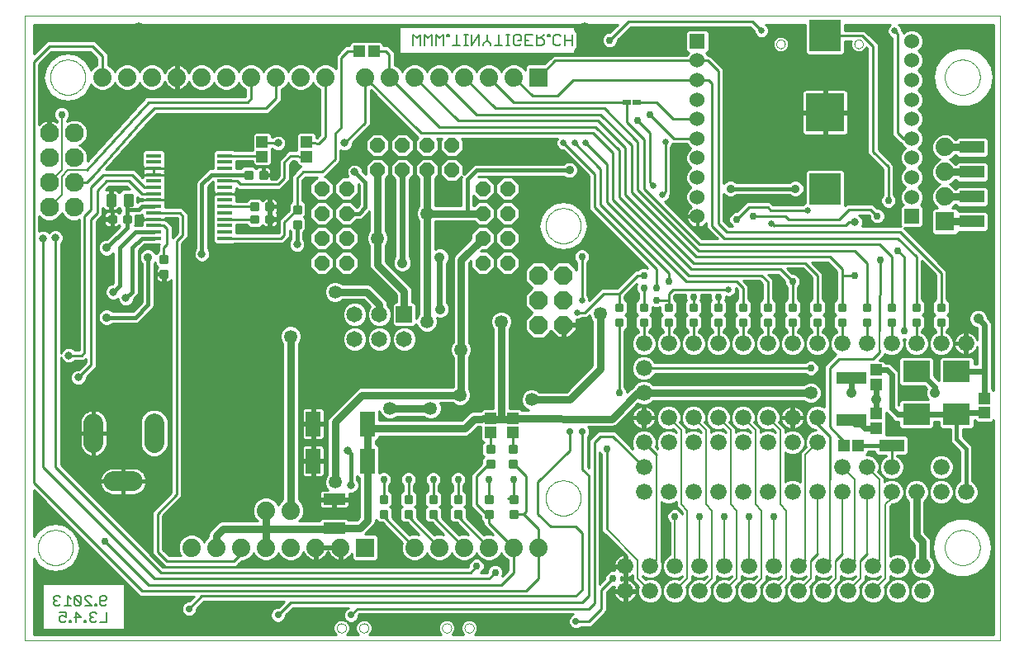
<source format=gbl>
G75*
%MOIN*%
%OFA0B0*%
%FSLAX24Y24*%
%IPPOS*%
%LPD*%
%AMOC8*
5,1,8,0,0,1.08239X$1,22.5*
%
%ADD10C,0.0000*%
%ADD11C,0.0050*%
%ADD12C,0.0740*%
%ADD13R,0.0740X0.0740*%
%ADD14OC8,0.0740*%
%ADD15C,0.0088*%
%ADD16R,0.1560X0.1560*%
%ADD17R,0.1250X0.1250*%
%ADD18R,0.0450X0.0450*%
%ADD19C,0.0660*%
%ADD20R,0.1000X0.0500*%
%ADD21OC8,0.0600*%
%ADD22R,0.0320X0.0240*%
%ADD23C,0.0760*%
%ADD24C,0.0800*%
%ADD25R,0.0600X0.0600*%
%ADD26C,0.0600*%
%ADD27R,0.1080X0.0850*%
%ADD28R,0.0600X0.1000*%
%ADD29R,0.0900X0.0450*%
%ADD30R,0.0591X0.0157*%
%ADD31R,0.0650X0.0650*%
%ADD32C,0.0650*%
%ADD33C,0.0100*%
%ADD34R,0.1200X0.0500*%
%ADD35C,0.0531*%
%ADD36C,0.0356*%
%ADD37C,0.0317*%
%ADD38C,0.0277*%
%ADD39C,0.0297*%
%ADD40C,0.0250*%
%ADD41C,0.0060*%
%ADD42C,0.0300*%
%ADD43C,0.0413*%
%ADD44C,0.0240*%
%ADD45C,0.0080*%
%ADD46C,0.0160*%
D10*
X005510Y005143D02*
X005510Y030393D01*
X005510Y030389D02*
X044880Y030389D01*
X044880Y005143D01*
X005510Y005143D01*
X006051Y008893D02*
X006053Y008946D01*
X006059Y008999D01*
X006069Y009051D01*
X006082Y009102D01*
X006100Y009152D01*
X006121Y009201D01*
X006146Y009248D01*
X006174Y009292D01*
X006206Y009335D01*
X006240Y009375D01*
X006278Y009413D01*
X006318Y009447D01*
X006361Y009479D01*
X006406Y009507D01*
X006452Y009532D01*
X006501Y009553D01*
X006551Y009571D01*
X006602Y009584D01*
X006654Y009594D01*
X006707Y009600D01*
X006760Y009602D01*
X006813Y009600D01*
X006866Y009594D01*
X006918Y009584D01*
X006969Y009571D01*
X007019Y009553D01*
X007068Y009532D01*
X007115Y009507D01*
X007159Y009479D01*
X007202Y009447D01*
X007242Y009413D01*
X007280Y009375D01*
X007314Y009335D01*
X007346Y009292D01*
X007374Y009247D01*
X007399Y009201D01*
X007420Y009152D01*
X007438Y009102D01*
X007451Y009051D01*
X007461Y008999D01*
X007467Y008946D01*
X007469Y008893D01*
X007467Y008840D01*
X007461Y008787D01*
X007451Y008735D01*
X007438Y008684D01*
X007420Y008634D01*
X007399Y008585D01*
X007374Y008538D01*
X007346Y008494D01*
X007314Y008451D01*
X007280Y008411D01*
X007242Y008373D01*
X007202Y008339D01*
X007159Y008307D01*
X007114Y008279D01*
X007068Y008254D01*
X007019Y008233D01*
X006969Y008215D01*
X006918Y008202D01*
X006866Y008192D01*
X006813Y008186D01*
X006760Y008184D01*
X006707Y008186D01*
X006654Y008192D01*
X006602Y008202D01*
X006551Y008215D01*
X006501Y008233D01*
X006452Y008254D01*
X006405Y008279D01*
X006361Y008307D01*
X006318Y008339D01*
X006278Y008373D01*
X006240Y008411D01*
X006206Y008451D01*
X006174Y008494D01*
X006146Y008539D01*
X006121Y008585D01*
X006100Y008634D01*
X006082Y008684D01*
X006069Y008735D01*
X006059Y008787D01*
X006053Y008840D01*
X006051Y008893D01*
X018120Y005643D02*
X018122Y005670D01*
X018128Y005696D01*
X018137Y005721D01*
X018150Y005744D01*
X018166Y005765D01*
X018185Y005784D01*
X018206Y005800D01*
X018229Y005813D01*
X018254Y005822D01*
X018280Y005828D01*
X018307Y005830D01*
X018334Y005828D01*
X018360Y005822D01*
X018385Y005813D01*
X018408Y005800D01*
X018429Y005784D01*
X018448Y005765D01*
X018464Y005744D01*
X018477Y005721D01*
X018486Y005696D01*
X018492Y005670D01*
X018494Y005643D01*
X018492Y005616D01*
X018486Y005590D01*
X018477Y005565D01*
X018464Y005542D01*
X018448Y005521D01*
X018429Y005502D01*
X018408Y005486D01*
X018385Y005473D01*
X018360Y005464D01*
X018334Y005458D01*
X018307Y005456D01*
X018280Y005458D01*
X018254Y005464D01*
X018229Y005473D01*
X018206Y005486D01*
X018185Y005502D01*
X018166Y005521D01*
X018150Y005542D01*
X018137Y005565D01*
X018128Y005590D01*
X018122Y005616D01*
X018120Y005643D01*
X019025Y005643D02*
X019027Y005670D01*
X019033Y005696D01*
X019042Y005721D01*
X019055Y005744D01*
X019071Y005765D01*
X019090Y005784D01*
X019111Y005800D01*
X019134Y005813D01*
X019159Y005822D01*
X019185Y005828D01*
X019212Y005830D01*
X019239Y005828D01*
X019265Y005822D01*
X019290Y005813D01*
X019313Y005800D01*
X019334Y005784D01*
X019353Y005765D01*
X019369Y005744D01*
X019382Y005721D01*
X019391Y005696D01*
X019397Y005670D01*
X019399Y005643D01*
X019397Y005616D01*
X019391Y005590D01*
X019382Y005565D01*
X019369Y005542D01*
X019353Y005521D01*
X019334Y005502D01*
X019313Y005486D01*
X019290Y005473D01*
X019265Y005464D01*
X019239Y005458D01*
X019212Y005456D01*
X019185Y005458D01*
X019159Y005464D01*
X019134Y005473D01*
X019111Y005486D01*
X019090Y005502D01*
X019071Y005521D01*
X019055Y005542D01*
X019042Y005565D01*
X019033Y005590D01*
X019027Y005616D01*
X019025Y005643D01*
X022370Y005643D02*
X022372Y005670D01*
X022378Y005696D01*
X022387Y005721D01*
X022400Y005744D01*
X022416Y005765D01*
X022435Y005784D01*
X022456Y005800D01*
X022479Y005813D01*
X022504Y005822D01*
X022530Y005828D01*
X022557Y005830D01*
X022584Y005828D01*
X022610Y005822D01*
X022635Y005813D01*
X022658Y005800D01*
X022679Y005784D01*
X022698Y005765D01*
X022714Y005744D01*
X022727Y005721D01*
X022736Y005696D01*
X022742Y005670D01*
X022744Y005643D01*
X022742Y005616D01*
X022736Y005590D01*
X022727Y005565D01*
X022714Y005542D01*
X022698Y005521D01*
X022679Y005502D01*
X022658Y005486D01*
X022635Y005473D01*
X022610Y005464D01*
X022584Y005458D01*
X022557Y005456D01*
X022530Y005458D01*
X022504Y005464D01*
X022479Y005473D01*
X022456Y005486D01*
X022435Y005502D01*
X022416Y005521D01*
X022400Y005542D01*
X022387Y005565D01*
X022378Y005590D01*
X022372Y005616D01*
X022370Y005643D01*
X023275Y005643D02*
X023277Y005670D01*
X023283Y005696D01*
X023292Y005721D01*
X023305Y005744D01*
X023321Y005765D01*
X023340Y005784D01*
X023361Y005800D01*
X023384Y005813D01*
X023409Y005822D01*
X023435Y005828D01*
X023462Y005830D01*
X023489Y005828D01*
X023515Y005822D01*
X023540Y005813D01*
X023563Y005800D01*
X023584Y005784D01*
X023603Y005765D01*
X023619Y005744D01*
X023632Y005721D01*
X023641Y005696D01*
X023647Y005670D01*
X023649Y005643D01*
X023647Y005616D01*
X023641Y005590D01*
X023632Y005565D01*
X023619Y005542D01*
X023603Y005521D01*
X023584Y005502D01*
X023563Y005486D01*
X023540Y005473D01*
X023515Y005464D01*
X023489Y005458D01*
X023462Y005456D01*
X023435Y005458D01*
X023409Y005464D01*
X023384Y005473D01*
X023361Y005486D01*
X023340Y005502D01*
X023321Y005521D01*
X023305Y005542D01*
X023292Y005565D01*
X023283Y005590D01*
X023277Y005616D01*
X023275Y005643D01*
X026551Y010893D02*
X026553Y010946D01*
X026559Y010999D01*
X026569Y011051D01*
X026582Y011102D01*
X026600Y011152D01*
X026621Y011201D01*
X026646Y011248D01*
X026674Y011292D01*
X026706Y011335D01*
X026740Y011375D01*
X026778Y011413D01*
X026818Y011447D01*
X026861Y011479D01*
X026906Y011507D01*
X026952Y011532D01*
X027001Y011553D01*
X027051Y011571D01*
X027102Y011584D01*
X027154Y011594D01*
X027207Y011600D01*
X027260Y011602D01*
X027313Y011600D01*
X027366Y011594D01*
X027418Y011584D01*
X027469Y011571D01*
X027519Y011553D01*
X027568Y011532D01*
X027615Y011507D01*
X027659Y011479D01*
X027702Y011447D01*
X027742Y011413D01*
X027780Y011375D01*
X027814Y011335D01*
X027846Y011292D01*
X027874Y011247D01*
X027899Y011201D01*
X027920Y011152D01*
X027938Y011102D01*
X027951Y011051D01*
X027961Y010999D01*
X027967Y010946D01*
X027969Y010893D01*
X027967Y010840D01*
X027961Y010787D01*
X027951Y010735D01*
X027938Y010684D01*
X027920Y010634D01*
X027899Y010585D01*
X027874Y010538D01*
X027846Y010494D01*
X027814Y010451D01*
X027780Y010411D01*
X027742Y010373D01*
X027702Y010339D01*
X027659Y010307D01*
X027614Y010279D01*
X027568Y010254D01*
X027519Y010233D01*
X027469Y010215D01*
X027418Y010202D01*
X027366Y010192D01*
X027313Y010186D01*
X027260Y010184D01*
X027207Y010186D01*
X027154Y010192D01*
X027102Y010202D01*
X027051Y010215D01*
X027001Y010233D01*
X026952Y010254D01*
X026905Y010279D01*
X026861Y010307D01*
X026818Y010339D01*
X026778Y010373D01*
X026740Y010411D01*
X026706Y010451D01*
X026674Y010494D01*
X026646Y010539D01*
X026621Y010585D01*
X026600Y010634D01*
X026582Y010684D01*
X026569Y010735D01*
X026559Y010787D01*
X026553Y010840D01*
X026551Y010893D01*
X026551Y021893D02*
X026553Y021946D01*
X026559Y021999D01*
X026569Y022051D01*
X026582Y022102D01*
X026600Y022152D01*
X026621Y022201D01*
X026646Y022248D01*
X026674Y022292D01*
X026706Y022335D01*
X026740Y022375D01*
X026778Y022413D01*
X026818Y022447D01*
X026861Y022479D01*
X026906Y022507D01*
X026952Y022532D01*
X027001Y022553D01*
X027051Y022571D01*
X027102Y022584D01*
X027154Y022594D01*
X027207Y022600D01*
X027260Y022602D01*
X027313Y022600D01*
X027366Y022594D01*
X027418Y022584D01*
X027469Y022571D01*
X027519Y022553D01*
X027568Y022532D01*
X027615Y022507D01*
X027659Y022479D01*
X027702Y022447D01*
X027742Y022413D01*
X027780Y022375D01*
X027814Y022335D01*
X027846Y022292D01*
X027874Y022247D01*
X027899Y022201D01*
X027920Y022152D01*
X027938Y022102D01*
X027951Y022051D01*
X027961Y021999D01*
X027967Y021946D01*
X027969Y021893D01*
X027967Y021840D01*
X027961Y021787D01*
X027951Y021735D01*
X027938Y021684D01*
X027920Y021634D01*
X027899Y021585D01*
X027874Y021538D01*
X027846Y021494D01*
X027814Y021451D01*
X027780Y021411D01*
X027742Y021373D01*
X027702Y021339D01*
X027659Y021307D01*
X027614Y021279D01*
X027568Y021254D01*
X027519Y021233D01*
X027469Y021215D01*
X027418Y021202D01*
X027366Y021192D01*
X027313Y021186D01*
X027260Y021184D01*
X027207Y021186D01*
X027154Y021192D01*
X027102Y021202D01*
X027051Y021215D01*
X027001Y021233D01*
X026952Y021254D01*
X026905Y021279D01*
X026861Y021307D01*
X026818Y021339D01*
X026778Y021373D01*
X026740Y021411D01*
X026706Y021451D01*
X026674Y021494D01*
X026646Y021539D01*
X026621Y021585D01*
X026600Y021634D01*
X026582Y021684D01*
X026569Y021735D01*
X026559Y021787D01*
X026553Y021840D01*
X026551Y021893D01*
X035859Y029235D02*
X035861Y029261D01*
X035867Y029287D01*
X035876Y029311D01*
X035889Y029334D01*
X035906Y029354D01*
X035925Y029372D01*
X035947Y029387D01*
X035970Y029398D01*
X035995Y029406D01*
X036021Y029410D01*
X036047Y029410D01*
X036073Y029406D01*
X036098Y029398D01*
X036122Y029387D01*
X036143Y029372D01*
X036162Y029354D01*
X036179Y029334D01*
X036192Y029311D01*
X036201Y029287D01*
X036207Y029261D01*
X036209Y029235D01*
X036207Y029209D01*
X036201Y029183D01*
X036192Y029159D01*
X036179Y029136D01*
X036162Y029116D01*
X036143Y029098D01*
X036121Y029083D01*
X036098Y029072D01*
X036073Y029064D01*
X036047Y029060D01*
X036021Y029060D01*
X035995Y029064D01*
X035970Y029072D01*
X035946Y029083D01*
X035925Y029098D01*
X035906Y029116D01*
X035889Y029136D01*
X035876Y029159D01*
X035867Y029183D01*
X035861Y029209D01*
X035859Y029235D01*
X039008Y029235D02*
X039010Y029261D01*
X039016Y029287D01*
X039025Y029311D01*
X039038Y029334D01*
X039055Y029354D01*
X039074Y029372D01*
X039096Y029387D01*
X039119Y029398D01*
X039144Y029406D01*
X039170Y029410D01*
X039196Y029410D01*
X039222Y029406D01*
X039247Y029398D01*
X039271Y029387D01*
X039292Y029372D01*
X039311Y029354D01*
X039328Y029334D01*
X039341Y029311D01*
X039350Y029287D01*
X039356Y029261D01*
X039358Y029235D01*
X039356Y029209D01*
X039350Y029183D01*
X039341Y029159D01*
X039328Y029136D01*
X039311Y029116D01*
X039292Y029098D01*
X039270Y029083D01*
X039247Y029072D01*
X039222Y029064D01*
X039196Y029060D01*
X039170Y029060D01*
X039144Y029064D01*
X039119Y029072D01*
X039095Y029083D01*
X039074Y029098D01*
X039055Y029116D01*
X039038Y029136D01*
X039025Y029159D01*
X039016Y029183D01*
X039010Y029209D01*
X039008Y029235D01*
X042665Y027893D02*
X042667Y027946D01*
X042673Y027999D01*
X042683Y028051D01*
X042696Y028102D01*
X042714Y028152D01*
X042735Y028201D01*
X042760Y028248D01*
X042788Y028292D01*
X042820Y028335D01*
X042854Y028375D01*
X042892Y028413D01*
X042932Y028447D01*
X042975Y028479D01*
X043020Y028507D01*
X043066Y028532D01*
X043115Y028553D01*
X043165Y028571D01*
X043216Y028584D01*
X043268Y028594D01*
X043321Y028600D01*
X043374Y028602D01*
X043427Y028600D01*
X043480Y028594D01*
X043532Y028584D01*
X043583Y028571D01*
X043633Y028553D01*
X043682Y028532D01*
X043729Y028507D01*
X043773Y028479D01*
X043816Y028447D01*
X043856Y028413D01*
X043894Y028375D01*
X043928Y028335D01*
X043960Y028292D01*
X043988Y028247D01*
X044013Y028201D01*
X044034Y028152D01*
X044052Y028102D01*
X044065Y028051D01*
X044075Y027999D01*
X044081Y027946D01*
X044083Y027893D01*
X044081Y027840D01*
X044075Y027787D01*
X044065Y027735D01*
X044052Y027684D01*
X044034Y027634D01*
X044013Y027585D01*
X043988Y027538D01*
X043960Y027494D01*
X043928Y027451D01*
X043894Y027411D01*
X043856Y027373D01*
X043816Y027339D01*
X043773Y027307D01*
X043728Y027279D01*
X043682Y027254D01*
X043633Y027233D01*
X043583Y027215D01*
X043532Y027202D01*
X043480Y027192D01*
X043427Y027186D01*
X043374Y027184D01*
X043321Y027186D01*
X043268Y027192D01*
X043216Y027202D01*
X043165Y027215D01*
X043115Y027233D01*
X043066Y027254D01*
X043019Y027279D01*
X042975Y027307D01*
X042932Y027339D01*
X042892Y027373D01*
X042854Y027411D01*
X042820Y027451D01*
X042788Y027494D01*
X042760Y027539D01*
X042735Y027585D01*
X042714Y027634D01*
X042696Y027684D01*
X042683Y027735D01*
X042673Y027787D01*
X042667Y027840D01*
X042665Y027893D01*
X042665Y008893D02*
X042667Y008946D01*
X042673Y008999D01*
X042683Y009051D01*
X042696Y009102D01*
X042714Y009152D01*
X042735Y009201D01*
X042760Y009248D01*
X042788Y009292D01*
X042820Y009335D01*
X042854Y009375D01*
X042892Y009413D01*
X042932Y009447D01*
X042975Y009479D01*
X043020Y009507D01*
X043066Y009532D01*
X043115Y009553D01*
X043165Y009571D01*
X043216Y009584D01*
X043268Y009594D01*
X043321Y009600D01*
X043374Y009602D01*
X043427Y009600D01*
X043480Y009594D01*
X043532Y009584D01*
X043583Y009571D01*
X043633Y009553D01*
X043682Y009532D01*
X043729Y009507D01*
X043773Y009479D01*
X043816Y009447D01*
X043856Y009413D01*
X043894Y009375D01*
X043928Y009335D01*
X043960Y009292D01*
X043988Y009247D01*
X044013Y009201D01*
X044034Y009152D01*
X044052Y009102D01*
X044065Y009051D01*
X044075Y008999D01*
X044081Y008946D01*
X044083Y008893D01*
X044081Y008840D01*
X044075Y008787D01*
X044065Y008735D01*
X044052Y008684D01*
X044034Y008634D01*
X044013Y008585D01*
X043988Y008538D01*
X043960Y008494D01*
X043928Y008451D01*
X043894Y008411D01*
X043856Y008373D01*
X043816Y008339D01*
X043773Y008307D01*
X043728Y008279D01*
X043682Y008254D01*
X043633Y008233D01*
X043583Y008215D01*
X043532Y008202D01*
X043480Y008192D01*
X043427Y008186D01*
X043374Y008184D01*
X043321Y008186D01*
X043268Y008192D01*
X043216Y008202D01*
X043165Y008215D01*
X043115Y008233D01*
X043066Y008254D01*
X043019Y008279D01*
X042975Y008307D01*
X042932Y008339D01*
X042892Y008373D01*
X042854Y008411D01*
X042820Y008451D01*
X042788Y008494D01*
X042760Y008539D01*
X042735Y008585D01*
X042714Y008634D01*
X042696Y008684D01*
X042683Y008735D01*
X042673Y008787D01*
X042667Y008840D01*
X042665Y008893D01*
X006551Y027893D02*
X006553Y027946D01*
X006559Y027999D01*
X006569Y028051D01*
X006582Y028102D01*
X006600Y028152D01*
X006621Y028201D01*
X006646Y028248D01*
X006674Y028292D01*
X006706Y028335D01*
X006740Y028375D01*
X006778Y028413D01*
X006818Y028447D01*
X006861Y028479D01*
X006906Y028507D01*
X006952Y028532D01*
X007001Y028553D01*
X007051Y028571D01*
X007102Y028584D01*
X007154Y028594D01*
X007207Y028600D01*
X007260Y028602D01*
X007313Y028600D01*
X007366Y028594D01*
X007418Y028584D01*
X007469Y028571D01*
X007519Y028553D01*
X007568Y028532D01*
X007615Y028507D01*
X007659Y028479D01*
X007702Y028447D01*
X007742Y028413D01*
X007780Y028375D01*
X007814Y028335D01*
X007846Y028292D01*
X007874Y028247D01*
X007899Y028201D01*
X007920Y028152D01*
X007938Y028102D01*
X007951Y028051D01*
X007961Y027999D01*
X007967Y027946D01*
X007969Y027893D01*
X007967Y027840D01*
X007961Y027787D01*
X007951Y027735D01*
X007938Y027684D01*
X007920Y027634D01*
X007899Y027585D01*
X007874Y027538D01*
X007846Y027494D01*
X007814Y027451D01*
X007780Y027411D01*
X007742Y027373D01*
X007702Y027339D01*
X007659Y027307D01*
X007614Y027279D01*
X007568Y027254D01*
X007519Y027233D01*
X007469Y027215D01*
X007418Y027202D01*
X007366Y027192D01*
X007313Y027186D01*
X007260Y027184D01*
X007207Y027186D01*
X007154Y027192D01*
X007102Y027202D01*
X007051Y027215D01*
X007001Y027233D01*
X006952Y027254D01*
X006905Y027279D01*
X006861Y027307D01*
X006818Y027339D01*
X006778Y027373D01*
X006740Y027411D01*
X006706Y027451D01*
X006674Y027494D01*
X006646Y027539D01*
X006621Y027585D01*
X006600Y027634D01*
X006582Y027684D01*
X006569Y027735D01*
X006559Y027787D01*
X006553Y027840D01*
X006551Y027893D01*
D11*
X021194Y029168D02*
X021194Y029618D01*
X021344Y029468D01*
X021494Y029618D01*
X021494Y029168D01*
X021654Y029168D02*
X021654Y029618D01*
X021804Y029468D01*
X021955Y029618D01*
X021955Y029168D01*
X022115Y029168D02*
X022115Y029618D01*
X022265Y029468D01*
X022415Y029618D01*
X022415Y029168D01*
X022805Y029168D02*
X023106Y029168D01*
X022955Y029168D02*
X022955Y029618D01*
X022650Y029618D02*
X022575Y029618D01*
X022575Y029543D01*
X022650Y029543D01*
X022650Y029618D01*
X023266Y029618D02*
X023416Y029618D01*
X023341Y029618D02*
X023341Y029168D01*
X023266Y029168D02*
X023416Y029168D01*
X023573Y029168D02*
X023873Y029618D01*
X023873Y029168D01*
X024033Y029168D02*
X024033Y029243D01*
X024183Y029393D01*
X024183Y029618D01*
X024183Y029393D02*
X024333Y029243D01*
X024333Y029168D01*
X024493Y029168D02*
X024794Y029168D01*
X024644Y029168D02*
X024644Y029618D01*
X024954Y029618D02*
X025104Y029618D01*
X025029Y029618D02*
X025029Y029168D01*
X024954Y029168D02*
X025104Y029168D01*
X025261Y029243D02*
X025261Y029543D01*
X025336Y029618D01*
X025486Y029618D01*
X025561Y029543D01*
X025561Y029393D01*
X025411Y029393D01*
X025561Y029243D02*
X025486Y029168D01*
X025336Y029168D01*
X025261Y029243D01*
X025721Y029168D02*
X025721Y029618D01*
X026021Y029618D01*
X026182Y029618D02*
X026182Y029168D01*
X026407Y029168D01*
X026482Y029243D01*
X026482Y029393D01*
X026407Y029468D01*
X026182Y029468D01*
X026332Y029468D02*
X026482Y029618D01*
X026642Y029618D02*
X026717Y029618D01*
X026717Y029543D01*
X026642Y029543D01*
X026642Y029618D01*
X026872Y029543D02*
X026947Y029618D01*
X027097Y029618D01*
X027172Y029543D01*
X027333Y029618D02*
X027333Y029168D01*
X027172Y029243D02*
X027097Y029168D01*
X026947Y029168D01*
X026872Y029243D01*
X026872Y029543D01*
X027333Y029393D02*
X027633Y029393D01*
X027633Y029168D02*
X027633Y029618D01*
X026021Y029168D02*
X025721Y029168D01*
X025721Y029393D02*
X025871Y029393D01*
X023573Y029618D02*
X023573Y029168D01*
X008768Y006944D02*
X008835Y006877D01*
X008835Y006810D01*
X008768Y006743D01*
X008568Y006743D01*
X008568Y006610D02*
X008568Y006877D01*
X008634Y006944D01*
X008768Y006944D01*
X008835Y006610D02*
X008768Y006543D01*
X008634Y006543D01*
X008568Y006610D01*
X008420Y006610D02*
X008353Y006610D01*
X008353Y006543D01*
X008420Y006543D01*
X008420Y006610D01*
X008213Y006543D02*
X007946Y006810D01*
X007946Y006877D01*
X008013Y006944D01*
X008146Y006944D01*
X008213Y006877D01*
X008213Y006543D02*
X007946Y006543D01*
X007799Y006610D02*
X007532Y006877D01*
X007532Y006610D01*
X007598Y006543D01*
X007732Y006543D01*
X007799Y006610D01*
X007799Y006877D01*
X007732Y006944D01*
X007598Y006944D01*
X007532Y006877D01*
X007384Y006810D02*
X007251Y006944D01*
X007251Y006543D01*
X007384Y006543D02*
X007117Y006543D01*
X006970Y006610D02*
X006903Y006543D01*
X006770Y006543D01*
X006703Y006610D01*
X006703Y006677D01*
X006770Y006743D01*
X006836Y006743D01*
X006770Y006743D02*
X006703Y006810D01*
X006703Y006877D01*
X006770Y006944D01*
X006903Y006944D01*
X006970Y006877D01*
X006910Y006269D02*
X007177Y006269D01*
X007177Y006068D01*
X007044Y006135D01*
X006977Y006135D01*
X006910Y006068D01*
X006910Y005935D01*
X006977Y005868D01*
X007110Y005868D01*
X007177Y005935D01*
X007318Y005935D02*
X007318Y005868D01*
X007384Y005868D01*
X007384Y005935D01*
X007318Y005935D01*
X007532Y006068D02*
X007799Y006068D01*
X007598Y006269D01*
X007598Y005868D01*
X007939Y005868D02*
X008006Y005868D01*
X008006Y005935D01*
X007939Y005935D01*
X007939Y005868D01*
X008153Y005935D02*
X008220Y005868D01*
X008353Y005868D01*
X008420Y005935D01*
X008568Y005868D02*
X008835Y005868D01*
X008835Y006269D01*
X008420Y006202D02*
X008353Y006269D01*
X008220Y006269D01*
X008153Y006202D01*
X008153Y006135D01*
X008220Y006068D01*
X008153Y006002D01*
X008153Y005935D01*
X008220Y006068D02*
X008287Y006068D01*
D12*
X012260Y008893D03*
X013260Y008893D03*
X014260Y008893D03*
X015260Y008893D03*
X016260Y008893D03*
X017260Y008893D03*
X018260Y008893D03*
X016260Y010393D03*
X015260Y010393D03*
X021260Y008893D03*
X022260Y008893D03*
X023260Y008893D03*
X024260Y008893D03*
X025260Y008893D03*
X026260Y008893D03*
X042670Y023063D03*
X042670Y024063D03*
X042670Y025063D03*
X025260Y027893D03*
X024260Y027893D03*
X023260Y027893D03*
X022260Y027893D03*
X021260Y027893D03*
X020260Y027893D03*
X019260Y027893D03*
X017660Y027893D03*
X016660Y027893D03*
X015660Y027893D03*
X014660Y027893D03*
X013660Y027893D03*
X012660Y027893D03*
X011660Y027893D03*
X010660Y027893D03*
X009660Y027893D03*
X008660Y027893D03*
D13*
X026260Y027893D03*
X042670Y022063D03*
X019260Y008893D03*
D14*
X026260Y017893D03*
X027260Y017893D03*
X027260Y018893D03*
X026260Y018893D03*
X026260Y019893D03*
X027260Y019893D03*
D15*
X029641Y018724D02*
X029641Y018462D01*
X029379Y018462D01*
X029379Y018724D01*
X029641Y018724D01*
X029641Y018549D02*
X029379Y018549D01*
X029379Y018636D02*
X029641Y018636D01*
X029641Y018723D02*
X029379Y018723D01*
X030641Y018724D02*
X030641Y018462D01*
X030379Y018462D01*
X030379Y018724D01*
X030641Y018724D01*
X030641Y018549D02*
X030379Y018549D01*
X030379Y018636D02*
X030641Y018636D01*
X030641Y018723D02*
X030379Y018723D01*
X030641Y018124D02*
X030641Y017862D01*
X030379Y017862D01*
X030379Y018124D01*
X030641Y018124D01*
X030641Y017949D02*
X030379Y017949D01*
X030379Y018036D02*
X030641Y018036D01*
X030641Y018123D02*
X030379Y018123D01*
X029641Y018124D02*
X029641Y017862D01*
X029379Y017862D01*
X029379Y018124D01*
X029641Y018124D01*
X029641Y017949D02*
X029379Y017949D01*
X029379Y018036D02*
X029641Y018036D01*
X029641Y018123D02*
X029379Y018123D01*
X031641Y018124D02*
X031641Y017862D01*
X031379Y017862D01*
X031379Y018124D01*
X031641Y018124D01*
X031641Y017949D02*
X031379Y017949D01*
X031379Y018036D02*
X031641Y018036D01*
X031641Y018123D02*
X031379Y018123D01*
X031641Y018462D02*
X031641Y018724D01*
X031641Y018462D02*
X031379Y018462D01*
X031379Y018724D01*
X031641Y018724D01*
X031641Y018549D02*
X031379Y018549D01*
X031379Y018636D02*
X031641Y018636D01*
X031641Y018723D02*
X031379Y018723D01*
X032641Y018724D02*
X032641Y018462D01*
X032379Y018462D01*
X032379Y018724D01*
X032641Y018724D01*
X032641Y018549D02*
X032379Y018549D01*
X032379Y018636D02*
X032641Y018636D01*
X032641Y018723D02*
X032379Y018723D01*
X032641Y018124D02*
X032641Y017862D01*
X032379Y017862D01*
X032379Y018124D01*
X032641Y018124D01*
X032641Y017949D02*
X032379Y017949D01*
X032379Y018036D02*
X032641Y018036D01*
X032641Y018123D02*
X032379Y018123D01*
X033641Y018124D02*
X033641Y017862D01*
X033379Y017862D01*
X033379Y018124D01*
X033641Y018124D01*
X033641Y017949D02*
X033379Y017949D01*
X033379Y018036D02*
X033641Y018036D01*
X033641Y018123D02*
X033379Y018123D01*
X033641Y018462D02*
X033641Y018724D01*
X033641Y018462D02*
X033379Y018462D01*
X033379Y018724D01*
X033641Y018724D01*
X033641Y018549D02*
X033379Y018549D01*
X033379Y018636D02*
X033641Y018636D01*
X033641Y018723D02*
X033379Y018723D01*
X034641Y018724D02*
X034641Y018462D01*
X034379Y018462D01*
X034379Y018724D01*
X034641Y018724D01*
X034641Y018549D02*
X034379Y018549D01*
X034379Y018636D02*
X034641Y018636D01*
X034641Y018723D02*
X034379Y018723D01*
X035641Y018724D02*
X035641Y018462D01*
X035379Y018462D01*
X035379Y018724D01*
X035641Y018724D01*
X035641Y018549D02*
X035379Y018549D01*
X035379Y018636D02*
X035641Y018636D01*
X035641Y018723D02*
X035379Y018723D01*
X035641Y018124D02*
X035641Y017862D01*
X035379Y017862D01*
X035379Y018124D01*
X035641Y018124D01*
X035641Y017949D02*
X035379Y017949D01*
X035379Y018036D02*
X035641Y018036D01*
X035641Y018123D02*
X035379Y018123D01*
X034641Y018124D02*
X034641Y017862D01*
X034379Y017862D01*
X034379Y018124D01*
X034641Y018124D01*
X034641Y017949D02*
X034379Y017949D01*
X034379Y018036D02*
X034641Y018036D01*
X034641Y018123D02*
X034379Y018123D01*
X036641Y018124D02*
X036641Y017862D01*
X036379Y017862D01*
X036379Y018124D01*
X036641Y018124D01*
X036641Y017949D02*
X036379Y017949D01*
X036379Y018036D02*
X036641Y018036D01*
X036641Y018123D02*
X036379Y018123D01*
X036641Y018462D02*
X036641Y018724D01*
X036641Y018462D02*
X036379Y018462D01*
X036379Y018724D01*
X036641Y018724D01*
X036641Y018549D02*
X036379Y018549D01*
X036379Y018636D02*
X036641Y018636D01*
X036641Y018723D02*
X036379Y018723D01*
X037641Y018724D02*
X037641Y018462D01*
X037379Y018462D01*
X037379Y018724D01*
X037641Y018724D01*
X037641Y018549D02*
X037379Y018549D01*
X037379Y018636D02*
X037641Y018636D01*
X037641Y018723D02*
X037379Y018723D01*
X038641Y018724D02*
X038641Y018462D01*
X038379Y018462D01*
X038379Y018724D01*
X038641Y018724D01*
X038641Y018549D02*
X038379Y018549D01*
X038379Y018636D02*
X038641Y018636D01*
X038641Y018723D02*
X038379Y018723D01*
X039641Y018724D02*
X039641Y018462D01*
X039379Y018462D01*
X039379Y018724D01*
X039641Y018724D01*
X039641Y018549D02*
X039379Y018549D01*
X039379Y018636D02*
X039641Y018636D01*
X039641Y018723D02*
X039379Y018723D01*
X039641Y018124D02*
X039641Y017862D01*
X039379Y017862D01*
X039379Y018124D01*
X039641Y018124D01*
X039641Y017949D02*
X039379Y017949D01*
X039379Y018036D02*
X039641Y018036D01*
X039641Y018123D02*
X039379Y018123D01*
X038641Y018124D02*
X038641Y017862D01*
X038379Y017862D01*
X038379Y018124D01*
X038641Y018124D01*
X038641Y017949D02*
X038379Y017949D01*
X038379Y018036D02*
X038641Y018036D01*
X038641Y018123D02*
X038379Y018123D01*
X037641Y018124D02*
X037641Y017862D01*
X037379Y017862D01*
X037379Y018124D01*
X037641Y018124D01*
X037641Y017949D02*
X037379Y017949D01*
X037379Y018036D02*
X037641Y018036D01*
X037641Y018123D02*
X037379Y018123D01*
X040641Y018124D02*
X040641Y017862D01*
X040379Y017862D01*
X040379Y018124D01*
X040641Y018124D01*
X040641Y017949D02*
X040379Y017949D01*
X040379Y018036D02*
X040641Y018036D01*
X040641Y018123D02*
X040379Y018123D01*
X040641Y018462D02*
X040641Y018724D01*
X040641Y018462D02*
X040379Y018462D01*
X040379Y018724D01*
X040641Y018724D01*
X040641Y018549D02*
X040379Y018549D01*
X040379Y018636D02*
X040641Y018636D01*
X040641Y018723D02*
X040379Y018723D01*
X041641Y018724D02*
X041641Y018462D01*
X041379Y018462D01*
X041379Y018724D01*
X041641Y018724D01*
X041641Y018549D02*
X041379Y018549D01*
X041379Y018636D02*
X041641Y018636D01*
X041641Y018723D02*
X041379Y018723D01*
X041641Y018124D02*
X041641Y017862D01*
X041379Y017862D01*
X041379Y018124D01*
X041641Y018124D01*
X041641Y017949D02*
X041379Y017949D01*
X041379Y018036D02*
X041641Y018036D01*
X041641Y018123D02*
X041379Y018123D01*
X042641Y018124D02*
X042641Y017862D01*
X042379Y017862D01*
X042379Y018124D01*
X042641Y018124D01*
X042641Y017949D02*
X042379Y017949D01*
X042379Y018036D02*
X042641Y018036D01*
X042641Y018123D02*
X042379Y018123D01*
X042641Y018462D02*
X042641Y018724D01*
X042641Y018462D02*
X042379Y018462D01*
X042379Y018724D01*
X042641Y018724D01*
X042641Y018549D02*
X042379Y018549D01*
X042379Y018636D02*
X042641Y018636D01*
X042641Y018723D02*
X042379Y018723D01*
X025345Y012996D02*
X025345Y012734D01*
X025083Y012734D01*
X025083Y012996D01*
X025345Y012996D01*
X025345Y012821D02*
X025083Y012821D01*
X025083Y012908D02*
X025345Y012908D01*
X025345Y012995D02*
X025083Y012995D01*
X024450Y012996D02*
X024450Y012734D01*
X024188Y012734D01*
X024188Y012996D01*
X024450Y012996D01*
X024450Y012821D02*
X024188Y012821D01*
X024188Y012908D02*
X024450Y012908D01*
X024450Y012995D02*
X024188Y012995D01*
X024450Y012396D02*
X024450Y012134D01*
X024188Y012134D01*
X024188Y012396D01*
X024450Y012396D01*
X024450Y012221D02*
X024188Y012221D01*
X024188Y012308D02*
X024450Y012308D01*
X024450Y012395D02*
X024188Y012395D01*
X025345Y012396D02*
X025345Y012134D01*
X025083Y012134D01*
X025083Y012396D01*
X025345Y012396D01*
X025345Y012221D02*
X025083Y012221D01*
X025083Y012308D02*
X025345Y012308D01*
X025345Y012395D02*
X025083Y012395D01*
X025391Y010974D02*
X025391Y010712D01*
X025129Y010712D01*
X025129Y010974D01*
X025391Y010974D01*
X025391Y010799D02*
X025129Y010799D01*
X025129Y010886D02*
X025391Y010886D01*
X025391Y010973D02*
X025129Y010973D01*
X025391Y010374D02*
X025391Y010112D01*
X025129Y010112D01*
X025129Y010374D01*
X025391Y010374D01*
X025391Y010199D02*
X025129Y010199D01*
X025129Y010286D02*
X025391Y010286D01*
X025391Y010373D02*
X025129Y010373D01*
X024391Y010374D02*
X024391Y010112D01*
X024129Y010112D01*
X024129Y010374D01*
X024391Y010374D01*
X024391Y010199D02*
X024129Y010199D01*
X024129Y010286D02*
X024391Y010286D01*
X024391Y010373D02*
X024129Y010373D01*
X024391Y010712D02*
X024391Y010974D01*
X024391Y010712D02*
X024129Y010712D01*
X024129Y010974D01*
X024391Y010974D01*
X024391Y010799D02*
X024129Y010799D01*
X024129Y010886D02*
X024391Y010886D01*
X024391Y010973D02*
X024129Y010973D01*
X023141Y010974D02*
X023141Y010712D01*
X022879Y010712D01*
X022879Y010974D01*
X023141Y010974D01*
X023141Y010799D02*
X022879Y010799D01*
X022879Y010886D02*
X023141Y010886D01*
X023141Y010973D02*
X022879Y010973D01*
X023141Y010374D02*
X023141Y010112D01*
X022879Y010112D01*
X022879Y010374D01*
X023141Y010374D01*
X023141Y010199D02*
X022879Y010199D01*
X022879Y010286D02*
X023141Y010286D01*
X023141Y010373D02*
X022879Y010373D01*
X022141Y010374D02*
X022141Y010112D01*
X021879Y010112D01*
X021879Y010374D01*
X022141Y010374D01*
X022141Y010199D02*
X021879Y010199D01*
X021879Y010286D02*
X022141Y010286D01*
X022141Y010373D02*
X021879Y010373D01*
X022141Y010712D02*
X022141Y010974D01*
X022141Y010712D02*
X021879Y010712D01*
X021879Y010974D01*
X022141Y010974D01*
X022141Y010799D02*
X021879Y010799D01*
X021879Y010886D02*
X022141Y010886D01*
X022141Y010973D02*
X021879Y010973D01*
X021141Y010974D02*
X021141Y010712D01*
X020879Y010712D01*
X020879Y010974D01*
X021141Y010974D01*
X021141Y010799D02*
X020879Y010799D01*
X020879Y010886D02*
X021141Y010886D01*
X021141Y010973D02*
X020879Y010973D01*
X021141Y010374D02*
X021141Y010112D01*
X020879Y010112D01*
X020879Y010374D01*
X021141Y010374D01*
X021141Y010199D02*
X020879Y010199D01*
X020879Y010286D02*
X021141Y010286D01*
X021141Y010373D02*
X020879Y010373D01*
X020141Y010374D02*
X020141Y010112D01*
X019879Y010112D01*
X019879Y010374D01*
X020141Y010374D01*
X020141Y010199D02*
X019879Y010199D01*
X019879Y010286D02*
X020141Y010286D01*
X020141Y010373D02*
X019879Y010373D01*
X020141Y010712D02*
X020141Y010974D01*
X020141Y010712D02*
X019879Y010712D01*
X019879Y010974D01*
X020141Y010974D01*
X020141Y010799D02*
X019879Y010799D01*
X019879Y010886D02*
X020141Y010886D01*
X020141Y010973D02*
X019879Y010973D01*
X011008Y019811D02*
X011008Y020073D01*
X011270Y020073D01*
X011270Y019811D01*
X011008Y019811D01*
X011008Y019898D02*
X011270Y019898D01*
X011270Y019985D02*
X011008Y019985D01*
X011008Y020072D02*
X011270Y020072D01*
X011008Y020411D02*
X011008Y020673D01*
X011270Y020673D01*
X011270Y020411D01*
X011008Y020411D01*
X011008Y020498D02*
X011270Y020498D01*
X011270Y020585D02*
X011008Y020585D01*
X011008Y020672D02*
X011270Y020672D01*
X009779Y022292D02*
X009517Y022292D01*
X009779Y022292D02*
X009779Y022030D01*
X009517Y022030D01*
X009517Y022292D01*
X009517Y022117D02*
X009779Y022117D01*
X009779Y022204D02*
X009517Y022204D01*
X009517Y022291D02*
X009779Y022291D01*
X009179Y022292D02*
X008917Y022292D01*
X009179Y022292D02*
X009179Y022030D01*
X008917Y022030D01*
X008917Y022292D01*
X008917Y022117D02*
X009179Y022117D01*
X009179Y022204D02*
X008917Y022204D01*
X008917Y022291D02*
X009179Y022291D01*
X014419Y023821D02*
X014681Y023821D01*
X014419Y023821D02*
X014419Y024083D01*
X014681Y024083D01*
X014681Y023821D01*
X014681Y023908D02*
X014419Y023908D01*
X014419Y023995D02*
X014681Y023995D01*
X014681Y024082D02*
X014419Y024082D01*
X015019Y023821D02*
X015281Y023821D01*
X015019Y023821D02*
X015019Y024083D01*
X015281Y024083D01*
X015281Y023821D01*
X015281Y023908D02*
X015019Y023908D01*
X015019Y023995D02*
X015281Y023995D01*
X015281Y024082D02*
X015019Y024082D01*
X014937Y022542D02*
X014675Y022542D01*
X014675Y022804D01*
X014937Y022804D01*
X014937Y022542D01*
X014937Y022629D02*
X014675Y022629D01*
X014675Y022716D02*
X014937Y022716D01*
X014937Y022803D02*
X014675Y022803D01*
X014675Y022030D02*
X014937Y022030D01*
X014675Y022030D02*
X014675Y022292D01*
X014937Y022292D01*
X014937Y022030D01*
X014937Y022117D02*
X014675Y022117D01*
X014675Y022204D02*
X014937Y022204D01*
X014937Y022291D02*
X014675Y022291D01*
X015275Y022030D02*
X015537Y022030D01*
X015275Y022030D02*
X015275Y022292D01*
X015537Y022292D01*
X015537Y022030D01*
X015537Y022117D02*
X015275Y022117D01*
X015275Y022204D02*
X015537Y022204D01*
X015537Y022291D02*
X015275Y022291D01*
X015275Y022542D02*
X015537Y022542D01*
X015275Y022542D02*
X015275Y022804D01*
X015537Y022804D01*
X015537Y022542D01*
X015537Y022629D02*
X015275Y022629D01*
X015275Y022716D02*
X015537Y022716D01*
X015537Y022803D02*
X015275Y022803D01*
X016392Y022690D02*
X016392Y022428D01*
X016392Y022690D02*
X016654Y022690D01*
X016654Y022428D01*
X016392Y022428D01*
X016392Y022515D02*
X016654Y022515D01*
X016654Y022602D02*
X016392Y022602D01*
X016392Y022689D02*
X016654Y022689D01*
X016392Y022090D02*
X016392Y021828D01*
X016392Y022090D02*
X016654Y022090D01*
X016654Y021828D01*
X016392Y021828D01*
X016392Y021915D02*
X016654Y021915D01*
X016654Y022002D02*
X016392Y022002D01*
X016392Y022089D02*
X016654Y022089D01*
D16*
X037833Y026467D03*
D17*
X037833Y029567D03*
X037833Y023367D03*
D18*
X039885Y016064D03*
X039885Y015485D03*
X039885Y014302D03*
X039885Y013723D03*
X039168Y013018D03*
X038589Y013018D03*
X044260Y014348D03*
X044260Y014927D03*
X025214Y014128D03*
X025214Y013549D03*
X024319Y013549D03*
X024319Y014128D03*
X016897Y024693D03*
X016897Y025271D03*
X015106Y025271D03*
X015106Y024693D03*
X019033Y028943D03*
X019612Y028943D03*
D19*
X030510Y017143D03*
X031510Y017143D03*
X032510Y017143D03*
X033510Y017143D03*
X034510Y017143D03*
X035510Y017143D03*
X036510Y017143D03*
X037510Y017143D03*
X038510Y017143D03*
X039510Y017143D03*
X040510Y017143D03*
X041510Y017143D03*
X042510Y017143D03*
X043510Y017143D03*
X037510Y014143D03*
X036510Y014143D03*
X036510Y013143D03*
X037510Y013143D03*
X038510Y012143D03*
X039510Y012143D03*
X040510Y012143D03*
X040510Y011143D03*
X041510Y011143D03*
X042510Y011143D03*
X043510Y011143D03*
X042510Y012143D03*
X039510Y011143D03*
X038510Y011143D03*
X037510Y011143D03*
X036510Y011143D03*
X035510Y011143D03*
X034510Y011143D03*
X033510Y011143D03*
X032510Y011143D03*
X031510Y011143D03*
X030510Y011143D03*
X030510Y012143D03*
X030510Y013143D03*
X031510Y013143D03*
X032510Y013143D03*
X033510Y013143D03*
X034510Y013143D03*
X035510Y013143D03*
X035510Y014143D03*
X034510Y014143D03*
X033510Y014143D03*
X032510Y014143D03*
X031510Y014143D03*
X030510Y014143D03*
X030510Y015143D03*
X030510Y016143D03*
X030760Y008143D03*
X031760Y008143D03*
X032760Y008143D03*
X033760Y008143D03*
X034760Y008143D03*
X035760Y008143D03*
X036760Y008143D03*
X037760Y008143D03*
X038760Y008143D03*
X039760Y008143D03*
X040760Y008143D03*
X041760Y008143D03*
X041760Y007143D03*
X040760Y007143D03*
X039760Y007143D03*
X038760Y007143D03*
X037760Y007143D03*
X036760Y007143D03*
X035760Y007143D03*
X034760Y007143D03*
X033760Y007143D03*
X032760Y007143D03*
X031760Y007143D03*
X030760Y007143D03*
X029760Y007143D03*
X029760Y008143D03*
D20*
X040510Y013018D03*
X043770Y022063D03*
X043770Y023063D03*
X043770Y024063D03*
X043770Y025063D03*
D21*
X025010Y023393D03*
X024010Y023393D03*
X024010Y022393D03*
X025010Y022393D03*
X025010Y021393D03*
X024010Y021393D03*
X024010Y020393D03*
X025010Y020393D03*
X022760Y024143D03*
X021760Y024143D03*
X020760Y024143D03*
X020760Y025143D03*
X021760Y025143D03*
X022760Y025143D03*
X019760Y025143D03*
X019760Y024143D03*
X018510Y023393D03*
X018510Y022393D03*
X018510Y021393D03*
X018510Y020393D03*
X017510Y020393D03*
X017510Y021393D03*
X017510Y022393D03*
X017510Y023393D03*
D22*
X029810Y026893D03*
X030210Y026893D03*
D23*
X007510Y025643D03*
X006510Y025643D03*
X006510Y024643D03*
X007510Y024643D03*
X007510Y023643D03*
X006510Y023643D03*
X006510Y022643D03*
X007510Y022643D03*
D24*
X008298Y013923D02*
X008298Y013123D01*
X009098Y011573D02*
X009898Y011573D01*
X010748Y013123D02*
X010748Y013923D01*
D25*
X032675Y029356D03*
X041336Y022269D03*
D26*
X041336Y023057D03*
X041336Y023844D03*
X041336Y024631D03*
X041336Y025419D03*
X041336Y026206D03*
X041336Y026994D03*
X041336Y027781D03*
X041336Y028569D03*
X041336Y029356D03*
X032675Y028569D03*
X032675Y027781D03*
X032675Y026994D03*
X032675Y026206D03*
X032675Y025419D03*
X032675Y024631D03*
X032675Y023844D03*
X032675Y023057D03*
X032675Y022269D03*
D27*
X041510Y016013D03*
X043135Y016013D03*
X043135Y014273D03*
X041510Y014273D03*
D28*
X019360Y013893D03*
X019360Y012393D03*
X017160Y012393D03*
X017160Y013893D03*
D29*
X018010Y010843D03*
X018010Y009693D03*
D30*
X013590Y021393D03*
X013590Y021649D03*
X013590Y021905D03*
X013590Y022161D03*
X013590Y022417D03*
X013590Y022673D03*
X013590Y022929D03*
X013590Y023185D03*
X013590Y023441D03*
X013590Y023696D03*
X013590Y023952D03*
X013590Y024208D03*
X013590Y024464D03*
X013590Y024720D03*
X010736Y024720D03*
X010736Y024464D03*
X010736Y024208D03*
X010736Y023952D03*
X010736Y023696D03*
X010736Y023441D03*
X010736Y023185D03*
X010736Y022929D03*
X010736Y022673D03*
X010736Y022417D03*
X010736Y022161D03*
X010736Y021905D03*
X010736Y021649D03*
X010736Y021393D03*
D31*
X020840Y018311D03*
D32*
X019840Y018311D03*
X018840Y018311D03*
X018840Y017311D03*
X019840Y017311D03*
X020840Y017311D03*
D33*
X020482Y017653D02*
X020198Y017653D01*
X020260Y017591D02*
X020121Y017730D01*
X019939Y017806D01*
X019742Y017806D01*
X019560Y017730D01*
X019421Y017591D01*
X019345Y017409D01*
X019345Y017212D01*
X019421Y017030D01*
X019560Y016891D01*
X019742Y016816D01*
X019939Y016816D01*
X020121Y016891D01*
X020260Y017030D01*
X020335Y017212D01*
X020335Y017409D01*
X020260Y017591D01*
X020275Y017554D02*
X020405Y017554D01*
X020421Y017591D02*
X020345Y017409D01*
X020345Y017212D01*
X020421Y017030D01*
X020560Y016891D01*
X020742Y016816D01*
X020939Y016816D01*
X021121Y016891D01*
X021260Y017030D01*
X021335Y017212D01*
X021335Y017409D01*
X021260Y017591D01*
X021121Y017730D01*
X020939Y017806D01*
X020742Y017806D01*
X020560Y017730D01*
X020421Y017591D01*
X020365Y017456D02*
X020316Y017456D01*
X020335Y017357D02*
X020345Y017357D01*
X020335Y017259D02*
X020345Y017259D01*
X020367Y017160D02*
X020314Y017160D01*
X020273Y017062D02*
X020407Y017062D01*
X020487Y016963D02*
X020193Y016963D01*
X020057Y016865D02*
X020623Y016865D01*
X021057Y016865D02*
X022699Y016865D01*
X022699Y016798D02*
X022765Y016638D01*
X022815Y016588D01*
X022815Y015393D01*
X022795Y015373D01*
X019066Y015373D01*
X018949Y015324D01*
X017778Y014153D01*
X017729Y014036D01*
X017729Y011837D01*
X017679Y011788D01*
X017613Y011628D01*
X017613Y011454D01*
X017679Y011294D01*
X017755Y011218D01*
X017540Y011218D01*
X017502Y011208D01*
X017467Y011188D01*
X017439Y011160D01*
X017420Y011126D01*
X017410Y011088D01*
X017410Y010893D01*
X017960Y010893D01*
X017960Y010793D01*
X018060Y010793D01*
X018060Y010893D01*
X018610Y010893D01*
X018610Y011088D01*
X018609Y011091D01*
X018623Y011085D01*
X018754Y011085D01*
X018875Y011135D01*
X018967Y011227D01*
X019017Y011348D01*
X019017Y011478D01*
X018967Y011599D01*
X018939Y011627D01*
X018939Y011774D01*
X018989Y011723D01*
X019040Y011723D01*
X019040Y010126D01*
X018927Y010013D01*
X018605Y010013D01*
X018530Y010088D01*
X017489Y010088D01*
X017390Y009989D01*
X017390Y009963D01*
X016593Y009963D01*
X016717Y010087D01*
X016800Y010286D01*
X016800Y010501D01*
X016717Y010699D01*
X016579Y010837D01*
X016578Y017131D01*
X016627Y017180D01*
X016693Y017340D01*
X016693Y017513D01*
X016627Y017674D01*
X016504Y017796D01*
X016344Y017863D01*
X016171Y017863D01*
X016011Y017796D01*
X015888Y017674D01*
X015822Y017513D01*
X015822Y017340D01*
X015888Y017180D01*
X015938Y017130D01*
X015939Y010837D01*
X015802Y010699D01*
X015760Y010597D01*
X015717Y010699D01*
X015565Y010851D01*
X015367Y010933D01*
X015152Y010933D01*
X014954Y010851D01*
X014802Y010699D01*
X014720Y010501D01*
X014720Y010286D01*
X014802Y010087D01*
X014926Y009963D01*
X013446Y009963D01*
X013328Y009915D01*
X012988Y009575D01*
X012940Y009457D01*
X012940Y009337D01*
X012802Y009199D01*
X012760Y009097D01*
X012717Y009199D01*
X012565Y009351D01*
X012367Y009433D01*
X012152Y009433D01*
X011954Y009351D01*
X011802Y009199D01*
X011720Y009001D01*
X011720Y008786D01*
X011802Y008587D01*
X011827Y008562D01*
X011359Y008562D01*
X011104Y008817D01*
X011104Y010170D01*
X011742Y010809D01*
X011871Y010938D01*
X011871Y021174D01*
X012127Y021430D01*
X012127Y022380D01*
X011998Y022509D01*
X011870Y022637D01*
X011201Y022637D01*
X011201Y022822D01*
X011181Y022842D01*
X011181Y022929D01*
X011181Y023015D01*
X011201Y023035D01*
X011201Y023846D01*
X011181Y023866D01*
X011181Y023952D01*
X010736Y023952D01*
X010736Y023952D01*
X010291Y023952D01*
X010291Y023866D01*
X010274Y023849D01*
X010080Y024043D01*
X009951Y024172D01*
X008802Y024172D01*
X010420Y025992D01*
X010851Y026423D01*
X015351Y026423D01*
X015751Y026823D01*
X015880Y026952D01*
X015880Y027400D01*
X015965Y027436D01*
X016117Y027587D01*
X016160Y027689D01*
X016202Y027587D01*
X016354Y027436D01*
X016552Y027353D01*
X016767Y027353D01*
X016965Y027436D01*
X017117Y027587D01*
X017160Y027689D01*
X017202Y027587D01*
X017354Y027436D01*
X017440Y027400D01*
X017440Y025573D01*
X017320Y025454D01*
X017292Y025457D01*
X017292Y025567D01*
X017193Y025666D01*
X016602Y025666D01*
X016502Y025567D01*
X016502Y024934D01*
X016359Y024941D01*
X016355Y024946D01*
X016269Y024946D01*
X016184Y024950D01*
X016179Y024946D01*
X016172Y024946D01*
X016112Y024886D01*
X016049Y024829D01*
X016048Y024822D01*
X015782Y024555D01*
X015782Y023916D01*
X015655Y023789D01*
X015473Y023789D01*
X015475Y023796D01*
X015475Y023915D01*
X015188Y023915D01*
X015188Y023990D01*
X015475Y023990D01*
X015475Y024109D01*
X015462Y024158D01*
X015436Y024203D01*
X015400Y024239D01*
X015356Y024264D01*
X015307Y024277D01*
X015188Y024277D01*
X015188Y023990D01*
X015113Y023990D01*
X015113Y024277D01*
X014993Y024277D01*
X014944Y024264D01*
X014900Y024239D01*
X014864Y024203D01*
X014770Y024297D01*
X014330Y024297D01*
X014235Y024202D01*
X014055Y024202D01*
X014055Y024500D01*
X014711Y024500D01*
X014711Y024397D01*
X014811Y024298D01*
X015401Y024298D01*
X015501Y024397D01*
X015501Y025012D01*
X015560Y024953D01*
X015680Y024903D01*
X015811Y024903D01*
X015932Y024953D01*
X016024Y025046D01*
X016074Y025167D01*
X016074Y025297D01*
X016024Y025418D01*
X015932Y025510D01*
X015811Y025560D01*
X015680Y025560D01*
X015560Y025510D01*
X015512Y025463D01*
X015501Y025464D01*
X015501Y025567D01*
X015401Y025666D01*
X014811Y025666D01*
X014711Y025567D01*
X014711Y024940D01*
X013985Y024940D01*
X013956Y024969D01*
X013225Y024969D01*
X013125Y024869D01*
X013125Y024202D01*
X013009Y024202D01*
X012917Y024164D01*
X012533Y023780D01*
X012463Y023710D01*
X012425Y023618D01*
X012425Y020968D01*
X012396Y020940D01*
X012346Y020819D01*
X012346Y020688D01*
X012396Y020568D01*
X012489Y020475D01*
X012610Y020425D01*
X012740Y020425D01*
X012861Y020475D01*
X012953Y020568D01*
X013003Y020688D01*
X013003Y020819D01*
X012953Y020940D01*
X012925Y020968D01*
X012925Y023465D01*
X013125Y023665D01*
X013125Y023291D01*
X013145Y023271D01*
X013145Y023185D01*
X013590Y023185D01*
X013590Y023185D01*
X013145Y023185D01*
X013145Y023098D01*
X013125Y023078D01*
X013125Y021244D01*
X013225Y021145D01*
X013956Y021145D01*
X013985Y021173D01*
X015965Y021173D01*
X016093Y021301D01*
X016222Y021430D01*
X016222Y021696D01*
X016273Y021645D01*
X016273Y021362D01*
X016235Y021323D01*
X016185Y021203D01*
X016185Y021072D01*
X016235Y020951D01*
X016327Y020859D01*
X016448Y020809D01*
X016579Y020809D01*
X016699Y020859D01*
X016792Y020951D01*
X016842Y021072D01*
X016842Y021203D01*
X016792Y021323D01*
X016773Y021342D01*
X016773Y021645D01*
X016868Y021740D01*
X016868Y022179D01*
X016788Y022259D01*
X016868Y022340D01*
X016868Y022779D01*
X016743Y022904D01*
X016733Y022904D01*
X016733Y023733D01*
X016860Y023860D01*
X017312Y023860D01*
X017040Y023588D01*
X017040Y023199D01*
X017315Y022923D01*
X017704Y022923D01*
X017980Y023199D01*
X017980Y023588D01*
X017704Y023863D01*
X017631Y023863D01*
X017757Y023989D01*
X018269Y024501D01*
X018269Y024944D01*
X018367Y024903D01*
X018498Y024903D01*
X018619Y024953D01*
X018711Y025046D01*
X018761Y025167D01*
X018761Y025249D01*
X019480Y025968D01*
X019480Y027362D01*
X021290Y025552D01*
X021397Y025445D01*
X021290Y025338D01*
X021290Y024949D01*
X021565Y024673D01*
X021954Y024673D01*
X022230Y024949D01*
X022230Y025338D01*
X022144Y025423D01*
X022375Y025423D01*
X022290Y025338D01*
X022290Y024949D01*
X022565Y024673D01*
X022954Y024673D01*
X023230Y024949D01*
X023230Y025338D01*
X023144Y025423D01*
X027022Y025423D01*
X027009Y025410D01*
X026965Y025302D01*
X026965Y025185D01*
X027009Y025076D01*
X027092Y024993D01*
X027201Y024948D01*
X027243Y024948D01*
X028290Y023902D01*
X028290Y022552D01*
X030670Y020172D01*
X030573Y020212D01*
X030446Y020212D01*
X030329Y020163D01*
X030279Y020113D01*
X030168Y020113D01*
X030040Y019984D01*
X029418Y019363D01*
X028793Y019363D01*
X028665Y019234D01*
X028305Y018874D01*
X028305Y018952D01*
X028260Y019060D01*
X028230Y019090D01*
X028230Y020413D01*
X028280Y020463D01*
X028328Y020580D01*
X028328Y020707D01*
X028280Y020824D01*
X028190Y020913D01*
X028073Y020962D01*
X027946Y020962D01*
X027829Y020913D01*
X027739Y020824D01*
X027691Y020707D01*
X027691Y020580D01*
X027739Y020463D01*
X027790Y020413D01*
X027790Y020127D01*
X027483Y020433D01*
X027036Y020433D01*
X026760Y020157D01*
X026483Y020433D01*
X026036Y020433D01*
X025720Y020117D01*
X025720Y019670D01*
X025996Y019393D01*
X025720Y019117D01*
X025720Y018670D01*
X025996Y018393D01*
X025720Y018117D01*
X025720Y017670D01*
X026036Y017353D01*
X026483Y017353D01*
X026774Y017644D01*
X027044Y017373D01*
X027210Y017373D01*
X027210Y017843D01*
X027310Y017843D01*
X027310Y017943D01*
X027780Y017943D01*
X027780Y018098D01*
X027868Y018098D01*
X027977Y018143D01*
X028007Y018173D01*
X028226Y018173D01*
X028324Y018271D01*
X028324Y018244D01*
X028296Y018244D01*
X028324Y018244D02*
X028390Y018084D01*
X028440Y018035D01*
X028440Y016242D01*
X027385Y015188D01*
X026278Y015188D01*
X026229Y015237D01*
X026069Y015303D01*
X025895Y015303D01*
X025735Y015237D01*
X025613Y015115D01*
X025546Y014954D01*
X025546Y014781D01*
X025613Y014621D01*
X025735Y014498D01*
X025871Y014442D01*
X025588Y014444D01*
X025510Y014523D01*
X025080Y014523D01*
X025080Y017722D01*
X025129Y017771D01*
X025195Y017932D01*
X025195Y018105D01*
X025129Y018265D01*
X025006Y018388D01*
X024846Y018454D01*
X024673Y018454D01*
X024513Y018388D01*
X024390Y018265D01*
X024324Y018105D01*
X024324Y017932D01*
X024390Y017771D01*
X024440Y017722D01*
X024440Y014523D01*
X024023Y014523D01*
X023928Y014427D01*
X023664Y014413D01*
X023608Y014413D01*
X023600Y014410D01*
X023592Y014409D01*
X023542Y014386D01*
X023491Y014365D01*
X023485Y014358D01*
X023477Y014355D01*
X023440Y014314D01*
X023156Y014029D01*
X019830Y014029D01*
X019830Y014409D01*
X019890Y014263D01*
X020013Y014140D01*
X020173Y014074D01*
X020346Y014074D01*
X020506Y014140D01*
X020556Y014189D01*
X021612Y014189D01*
X021661Y014140D01*
X021821Y014074D01*
X021995Y014074D01*
X022155Y014140D01*
X022278Y014263D01*
X022344Y014423D01*
X022344Y014596D01*
X022287Y014733D01*
X022795Y014733D01*
X022844Y014684D01*
X023004Y014617D01*
X023178Y014617D01*
X023338Y014684D01*
X023460Y014806D01*
X023527Y014966D01*
X023527Y015140D01*
X023460Y015300D01*
X023455Y015306D01*
X023455Y016588D01*
X023504Y016638D01*
X023570Y016798D01*
X023570Y016971D01*
X023504Y017131D01*
X023455Y017181D01*
X023455Y020386D01*
X023540Y020471D01*
X023540Y020199D01*
X023815Y019923D01*
X024204Y019923D01*
X024480Y020199D01*
X024480Y020588D01*
X024204Y020863D01*
X023932Y020863D01*
X023992Y020923D01*
X024204Y020923D01*
X024480Y021199D01*
X024540Y021199D01*
X024815Y020923D01*
X025204Y020923D01*
X025480Y021199D01*
X026554Y021199D01*
X026558Y021192D02*
X026558Y021192D01*
X026558Y021192D01*
X026344Y021514D01*
X026344Y021514D01*
X026268Y021893D01*
X026268Y021893D01*
X026344Y022273D01*
X026344Y022273D01*
X026558Y022594D01*
X026558Y022594D01*
X026558Y022594D01*
X026880Y022809D01*
X026880Y022809D01*
X027260Y022885D01*
X027260Y022885D01*
X027639Y022809D01*
X027639Y022809D01*
X027961Y022594D01*
X027961Y022594D01*
X027961Y022594D01*
X028175Y022273D01*
X028251Y021893D01*
X028251Y021893D01*
X028175Y021514D01*
X028175Y021514D01*
X027961Y021192D01*
X027961Y021192D01*
X027961Y021192D01*
X027639Y020977D01*
X027639Y020977D01*
X027260Y020902D01*
X027260Y020902D01*
X026880Y020977D01*
X026880Y020977D01*
X026558Y021192D01*
X026488Y021297D02*
X025480Y021297D01*
X025480Y021199D02*
X025480Y021588D01*
X025204Y021863D01*
X024815Y021863D01*
X024540Y021588D01*
X024540Y021199D01*
X024480Y021199D02*
X024480Y021588D01*
X024204Y021863D01*
X023815Y021863D01*
X023540Y021588D01*
X023540Y021376D01*
X022863Y020700D01*
X022815Y020582D01*
X022815Y017181D01*
X022765Y017131D01*
X022699Y016971D01*
X022699Y016798D01*
X022712Y016766D02*
X016578Y016766D01*
X016578Y016668D02*
X022753Y016668D01*
X022815Y016569D02*
X016578Y016569D01*
X016578Y016471D02*
X022815Y016471D01*
X022815Y016372D02*
X016578Y016372D01*
X016578Y016274D02*
X022815Y016274D01*
X022815Y016175D02*
X016578Y016175D01*
X016578Y016077D02*
X022815Y016077D01*
X022815Y015978D02*
X016578Y015978D01*
X016578Y015880D02*
X022815Y015880D01*
X022815Y015781D02*
X016578Y015781D01*
X016578Y015683D02*
X022815Y015683D01*
X022815Y015584D02*
X016578Y015584D01*
X016578Y015486D02*
X022815Y015486D01*
X022809Y015387D02*
X016578Y015387D01*
X016578Y015289D02*
X018913Y015289D01*
X018815Y015190D02*
X016578Y015190D01*
X016578Y015092D02*
X018716Y015092D01*
X018618Y014993D02*
X016578Y014993D01*
X016578Y014895D02*
X018519Y014895D01*
X018421Y014796D02*
X016578Y014796D01*
X016578Y014698D02*
X018322Y014698D01*
X018224Y014599D02*
X016578Y014599D01*
X016578Y014501D02*
X016755Y014501D01*
X016767Y014513D02*
X016739Y014485D01*
X016720Y014451D01*
X016710Y014413D01*
X016710Y013943D01*
X017110Y013943D01*
X017110Y014543D01*
X016840Y014543D01*
X016802Y014533D01*
X016767Y014513D01*
X016710Y014402D02*
X016578Y014402D01*
X016578Y014304D02*
X016710Y014304D01*
X016710Y014205D02*
X016578Y014205D01*
X016578Y014107D02*
X016710Y014107D01*
X016710Y014008D02*
X016579Y014008D01*
X016579Y013910D02*
X017110Y013910D01*
X017110Y013943D02*
X017110Y013843D01*
X017210Y013843D01*
X017210Y013943D01*
X017610Y013943D01*
X017610Y014413D01*
X017599Y014451D01*
X017580Y014485D01*
X017552Y014513D01*
X017517Y014533D01*
X017479Y014543D01*
X017210Y014543D01*
X017210Y013943D01*
X017110Y013943D01*
X017110Y014008D02*
X017210Y014008D01*
X017210Y013910D02*
X017729Y013910D01*
X017729Y014008D02*
X017610Y014008D01*
X017610Y014107D02*
X017758Y014107D01*
X017830Y014205D02*
X017610Y014205D01*
X017610Y014304D02*
X017928Y014304D01*
X018027Y014402D02*
X017610Y014402D01*
X017564Y014501D02*
X018125Y014501D01*
X017729Y013811D02*
X017610Y013811D01*
X017610Y013843D02*
X017210Y013843D01*
X017210Y013243D01*
X017479Y013243D01*
X017517Y013254D01*
X017552Y013273D01*
X017580Y013301D01*
X017599Y013335D01*
X017610Y013374D01*
X017610Y013843D01*
X017610Y013713D02*
X017729Y013713D01*
X017729Y013614D02*
X017610Y013614D01*
X017610Y013516D02*
X017729Y013516D01*
X017729Y013417D02*
X017610Y013417D01*
X017590Y013319D02*
X017729Y013319D01*
X017729Y013220D02*
X016579Y013220D01*
X016579Y013122D02*
X017729Y013122D01*
X017729Y013023D02*
X017534Y013023D01*
X017517Y013033D02*
X017552Y013013D01*
X017580Y012985D01*
X017599Y012951D01*
X017610Y012913D01*
X017610Y012443D01*
X017210Y012443D01*
X017210Y012343D01*
X017610Y012343D01*
X017610Y011874D01*
X017599Y011835D01*
X017580Y011801D01*
X017552Y011773D01*
X017517Y011754D01*
X017479Y011743D01*
X017210Y011743D01*
X017210Y012343D01*
X017110Y012343D01*
X017110Y011743D01*
X016840Y011743D01*
X016802Y011754D01*
X016767Y011773D01*
X016739Y011801D01*
X016720Y011835D01*
X016710Y011874D01*
X016710Y012343D01*
X017110Y012343D01*
X017110Y012443D01*
X017110Y013043D01*
X016840Y013043D01*
X016802Y013033D01*
X016767Y013013D01*
X016739Y012985D01*
X016720Y012951D01*
X016710Y012913D01*
X016710Y012443D01*
X017110Y012443D01*
X017210Y012443D01*
X017210Y013043D01*
X017479Y013043D01*
X017517Y013033D01*
X017606Y012925D02*
X017729Y012925D01*
X017729Y012826D02*
X017610Y012826D01*
X017610Y012728D02*
X017729Y012728D01*
X017729Y012629D02*
X017610Y012629D01*
X017610Y012531D02*
X017729Y012531D01*
X017729Y012432D02*
X017210Y012432D01*
X017210Y012334D02*
X017110Y012334D01*
X017110Y012432D02*
X016579Y012432D01*
X016579Y012334D02*
X016710Y012334D01*
X016710Y012235D02*
X016579Y012235D01*
X016579Y012137D02*
X016710Y012137D01*
X016710Y012038D02*
X016579Y012038D01*
X016579Y011940D02*
X016710Y011940D01*
X016718Y011841D02*
X016579Y011841D01*
X016579Y011743D02*
X017661Y011743D01*
X017620Y011644D02*
X016579Y011644D01*
X016579Y011546D02*
X017613Y011546D01*
X017616Y011447D02*
X016579Y011447D01*
X016579Y011349D02*
X017657Y011349D01*
X017723Y011250D02*
X016579Y011250D01*
X016579Y011152D02*
X017435Y011152D01*
X017410Y011053D02*
X016579Y011053D01*
X016579Y010955D02*
X017410Y010955D01*
X017410Y010793D02*
X017410Y010599D01*
X017420Y010560D01*
X017439Y010526D01*
X017467Y010498D01*
X017502Y010479D01*
X017540Y010468D01*
X017960Y010468D01*
X017960Y010793D01*
X017410Y010793D01*
X017410Y010758D02*
X016659Y010758D01*
X016734Y010659D02*
X017410Y010659D01*
X017420Y010561D02*
X016775Y010561D01*
X016800Y010462D02*
X019040Y010462D01*
X019040Y010364D02*
X016800Y010364D01*
X016791Y010265D02*
X019040Y010265D01*
X019040Y010167D02*
X016750Y010167D01*
X016698Y010068D02*
X017469Y010068D01*
X017390Y009970D02*
X016600Y009970D01*
X015785Y010659D02*
X015734Y010659D01*
X015659Y010758D02*
X015860Y010758D01*
X015939Y010856D02*
X015553Y010856D01*
X015939Y010955D02*
X011871Y010955D01*
X011871Y011053D02*
X015939Y011053D01*
X015939Y011152D02*
X011871Y011152D01*
X011871Y011250D02*
X015939Y011250D01*
X015939Y011349D02*
X011871Y011349D01*
X011871Y011447D02*
X015939Y011447D01*
X015939Y011546D02*
X011871Y011546D01*
X011871Y011644D02*
X015939Y011644D01*
X015939Y011743D02*
X011871Y011743D01*
X011871Y011841D02*
X015939Y011841D01*
X015939Y011940D02*
X011871Y011940D01*
X011871Y012038D02*
X015939Y012038D01*
X015939Y012137D02*
X011871Y012137D01*
X011871Y012235D02*
X015939Y012235D01*
X015939Y012334D02*
X011871Y012334D01*
X011871Y012432D02*
X015939Y012432D01*
X015939Y012531D02*
X011871Y012531D01*
X011871Y012629D02*
X015939Y012629D01*
X015939Y012728D02*
X011871Y012728D01*
X011871Y012826D02*
X015939Y012826D01*
X015939Y012925D02*
X011871Y012925D01*
X011871Y013023D02*
X015939Y013023D01*
X015939Y013122D02*
X011871Y013122D01*
X011871Y013220D02*
X015939Y013220D01*
X015939Y013319D02*
X011871Y013319D01*
X011871Y013417D02*
X015939Y013417D01*
X015939Y013516D02*
X011871Y013516D01*
X011871Y013614D02*
X015939Y013614D01*
X015939Y013713D02*
X011871Y013713D01*
X011871Y013811D02*
X015939Y013811D01*
X015939Y013910D02*
X011871Y013910D01*
X011871Y014008D02*
X015939Y014008D01*
X015938Y014107D02*
X011871Y014107D01*
X011871Y014205D02*
X015938Y014205D01*
X015938Y014304D02*
X011871Y014304D01*
X011871Y014402D02*
X015938Y014402D01*
X015938Y014501D02*
X011871Y014501D01*
X011871Y014599D02*
X015938Y014599D01*
X015938Y014698D02*
X011871Y014698D01*
X011871Y014796D02*
X015938Y014796D01*
X015938Y014895D02*
X011871Y014895D01*
X011871Y014993D02*
X015938Y014993D01*
X015938Y015092D02*
X011871Y015092D01*
X011871Y015190D02*
X015938Y015190D01*
X015938Y015289D02*
X011871Y015289D01*
X011871Y015387D02*
X015938Y015387D01*
X015938Y015486D02*
X011871Y015486D01*
X011871Y015584D02*
X015938Y015584D01*
X015938Y015683D02*
X011871Y015683D01*
X011871Y015781D02*
X015938Y015781D01*
X015938Y015880D02*
X011871Y015880D01*
X011871Y015978D02*
X015938Y015978D01*
X015938Y016077D02*
X011871Y016077D01*
X011871Y016175D02*
X015938Y016175D01*
X015938Y016274D02*
X011871Y016274D01*
X011871Y016372D02*
X015938Y016372D01*
X015938Y016471D02*
X011871Y016471D01*
X011871Y016569D02*
X015938Y016569D01*
X015938Y016668D02*
X011871Y016668D01*
X011871Y016766D02*
X015938Y016766D01*
X015938Y016865D02*
X011871Y016865D01*
X011871Y016963D02*
X015938Y016963D01*
X015938Y017062D02*
X011871Y017062D01*
X011871Y017160D02*
X015908Y017160D01*
X015855Y017259D02*
X011871Y017259D01*
X011871Y017357D02*
X015822Y017357D01*
X015822Y017456D02*
X011871Y017456D01*
X011871Y017554D02*
X015839Y017554D01*
X015880Y017653D02*
X011871Y017653D01*
X011871Y017751D02*
X015966Y017751D01*
X016140Y017850D02*
X011871Y017850D01*
X011871Y017948D02*
X018502Y017948D01*
X018560Y017891D02*
X018742Y017816D01*
X018939Y017816D01*
X019121Y017891D01*
X019260Y018030D01*
X019335Y018212D01*
X019335Y018409D01*
X019260Y018591D01*
X019121Y018730D01*
X018939Y018806D01*
X018742Y018806D01*
X018560Y018730D01*
X018421Y018591D01*
X018345Y018409D01*
X018345Y018212D01*
X018421Y018030D01*
X018560Y017891D01*
X018659Y017850D02*
X016375Y017850D01*
X016549Y017751D02*
X018611Y017751D01*
X018560Y017730D02*
X018421Y017591D01*
X018345Y017409D01*
X018345Y017212D01*
X018421Y017030D01*
X018560Y016891D01*
X018742Y016816D01*
X018939Y016816D01*
X019121Y016891D01*
X019260Y017030D01*
X019335Y017212D01*
X019335Y017409D01*
X019260Y017591D01*
X019121Y017730D01*
X018939Y017806D01*
X018742Y017806D01*
X018560Y017730D01*
X018482Y017653D02*
X016636Y017653D01*
X016676Y017554D02*
X018405Y017554D01*
X018365Y017456D02*
X016693Y017456D01*
X016693Y017357D02*
X018345Y017357D01*
X018345Y017259D02*
X016660Y017259D01*
X016607Y017160D02*
X018367Y017160D01*
X018407Y017062D02*
X016578Y017062D01*
X016578Y016963D02*
X018487Y016963D01*
X018623Y016865D02*
X016578Y016865D01*
X018414Y018047D02*
X011871Y018047D01*
X011871Y018145D02*
X018373Y018145D01*
X018345Y018244D02*
X011871Y018244D01*
X011871Y018342D02*
X018345Y018342D01*
X018358Y018441D02*
X011871Y018441D01*
X011871Y018539D02*
X018399Y018539D01*
X018467Y018638D02*
X011871Y018638D01*
X011871Y018736D02*
X018574Y018736D01*
X018345Y018898D02*
X019196Y018898D01*
X019462Y018632D01*
X019421Y018591D01*
X019345Y018409D01*
X019345Y018212D01*
X019421Y018030D01*
X019560Y017891D01*
X019742Y017816D01*
X019939Y017816D01*
X020121Y017891D01*
X020260Y018030D01*
X020335Y018212D01*
X020335Y018409D01*
X020260Y018591D01*
X020160Y018691D01*
X020160Y018770D01*
X020112Y018888D01*
X019600Y019399D01*
X019510Y019489D01*
X019392Y019538D01*
X018345Y019538D01*
X018296Y019588D01*
X018136Y019654D01*
X017962Y019654D01*
X017802Y019588D01*
X017679Y019465D01*
X017613Y019305D01*
X017613Y019131D01*
X017679Y018971D01*
X017802Y018849D01*
X017962Y018782D01*
X018136Y018782D01*
X018296Y018849D01*
X018345Y018898D01*
X018262Y018835D02*
X019259Y018835D01*
X019358Y018736D02*
X019106Y018736D01*
X019213Y018638D02*
X019456Y018638D01*
X019399Y018539D02*
X019281Y018539D01*
X019322Y018441D02*
X019358Y018441D01*
X019345Y018342D02*
X019335Y018342D01*
X019335Y018244D02*
X019345Y018244D01*
X019373Y018145D02*
X019308Y018145D01*
X019267Y018047D02*
X019414Y018047D01*
X019502Y017948D02*
X019178Y017948D01*
X019021Y017850D02*
X019659Y017850D01*
X019611Y017751D02*
X019070Y017751D01*
X019198Y017653D02*
X019482Y017653D01*
X019405Y017554D02*
X019275Y017554D01*
X019316Y017456D02*
X019365Y017456D01*
X019345Y017357D02*
X019335Y017357D01*
X019335Y017259D02*
X019345Y017259D01*
X019367Y017160D02*
X019314Y017160D01*
X019273Y017062D02*
X019407Y017062D01*
X019487Y016963D02*
X019193Y016963D01*
X019057Y016865D02*
X019623Y016865D01*
X020070Y017751D02*
X020611Y017751D01*
X020445Y017816D02*
X021236Y017816D01*
X021332Y017912D01*
X021390Y017771D01*
X021513Y017649D01*
X021673Y017583D01*
X021846Y017583D01*
X022006Y017649D01*
X022129Y017771D01*
X022195Y017932D01*
X022195Y018105D01*
X022172Y018162D01*
X022220Y018142D01*
X022370Y018142D01*
X022508Y018199D01*
X022614Y018305D01*
X022672Y018443D01*
X022672Y018593D01*
X022614Y018732D01*
X022561Y018785D01*
X022561Y020383D01*
X022591Y020412D01*
X022648Y020551D01*
X022648Y020701D01*
X022591Y020839D01*
X022485Y020945D01*
X022346Y021002D01*
X022196Y021002D01*
X022080Y020954D01*
X022080Y022073D01*
X023665Y022073D01*
X023815Y021923D01*
X024204Y021923D01*
X024480Y022199D01*
X024480Y022588D01*
X024204Y022863D01*
X023815Y022863D01*
X023665Y022713D01*
X023635Y022713D01*
X023635Y023104D01*
X023815Y022923D01*
X024204Y022923D01*
X024480Y023199D01*
X024480Y023588D01*
X024204Y023863D01*
X023833Y023863D01*
X023863Y023893D01*
X027267Y023893D01*
X027312Y023848D01*
X027440Y023795D01*
X027579Y023795D01*
X027707Y023848D01*
X027805Y023946D01*
X027858Y024074D01*
X027858Y024213D01*
X027805Y024340D01*
X027707Y024438D01*
X027579Y024491D01*
X027440Y024491D01*
X027312Y024438D01*
X027267Y024393D01*
X023710Y024393D01*
X023618Y024355D01*
X023243Y023980D01*
X023230Y023967D01*
X023230Y024338D01*
X022954Y024613D01*
X022565Y024613D01*
X022290Y024338D01*
X022290Y023949D01*
X022565Y023673D01*
X022954Y023673D01*
X023160Y023879D01*
X023135Y023818D01*
X023135Y022713D01*
X022080Y022713D01*
X022080Y023799D01*
X022230Y023949D01*
X022230Y024338D01*
X021954Y024613D01*
X021565Y024613D01*
X021290Y024338D01*
X021290Y023949D01*
X021440Y023799D01*
X021440Y022690D01*
X021390Y022640D01*
X021324Y022480D01*
X021324Y022307D01*
X021390Y022146D01*
X021440Y022097D01*
X021440Y018315D01*
X021390Y018265D01*
X021335Y018133D01*
X021335Y018706D01*
X021236Y018806D01*
X021160Y018806D01*
X021160Y019305D01*
X021112Y019423D01*
X021021Y019513D01*
X020080Y020455D01*
X020080Y021097D01*
X020129Y021146D01*
X020195Y021307D01*
X020195Y021480D01*
X020129Y021640D01*
X020080Y021690D01*
X020080Y023799D01*
X020230Y023949D01*
X020230Y024338D01*
X019954Y024613D01*
X019565Y024613D01*
X019290Y024338D01*
X019290Y023967D01*
X019167Y024090D01*
X019167Y024130D01*
X019117Y024251D01*
X019024Y024343D01*
X018904Y024393D01*
X018773Y024393D01*
X018652Y024343D01*
X018560Y024251D01*
X018510Y024130D01*
X018510Y023999D01*
X018560Y023879D01*
X018575Y023863D01*
X018315Y023863D01*
X018040Y023588D01*
X018040Y023199D01*
X018315Y022923D01*
X018704Y022923D01*
X018980Y023199D01*
X018980Y023570D01*
X019010Y023540D01*
X019010Y022747D01*
X018915Y022652D01*
X018704Y022863D01*
X018315Y022863D01*
X018040Y022588D01*
X018040Y022199D01*
X018315Y021923D01*
X018704Y021923D01*
X018924Y022143D01*
X019059Y022143D01*
X019151Y022181D01*
X019221Y022252D01*
X019440Y022470D01*
X019440Y021690D01*
X019390Y021640D01*
X019324Y021480D01*
X019324Y021307D01*
X019390Y021146D01*
X019440Y021097D01*
X019440Y020259D01*
X019488Y020141D01*
X020520Y019109D01*
X020520Y018806D01*
X020445Y018806D01*
X020345Y018706D01*
X020345Y017915D01*
X020445Y017816D01*
X020411Y017850D02*
X020021Y017850D01*
X020178Y017948D02*
X020345Y017948D01*
X020345Y018047D02*
X020267Y018047D01*
X020308Y018145D02*
X020345Y018145D01*
X020335Y018244D02*
X020345Y018244D01*
X020335Y018342D02*
X020345Y018342D01*
X020345Y018441D02*
X020322Y018441D01*
X020345Y018539D02*
X020281Y018539D01*
X020345Y018638D02*
X020213Y018638D01*
X020160Y018736D02*
X020376Y018736D01*
X020520Y018835D02*
X020133Y018835D01*
X020066Y018933D02*
X020520Y018933D01*
X020520Y019032D02*
X019967Y019032D01*
X019869Y019130D02*
X020499Y019130D01*
X020401Y019229D02*
X019770Y019229D01*
X019672Y019327D02*
X020302Y019327D01*
X020204Y019426D02*
X019573Y019426D01*
X019425Y019524D02*
X020105Y019524D01*
X020007Y019623D02*
X018210Y019623D01*
X018315Y019923D02*
X018704Y019923D01*
X018980Y020199D01*
X018980Y020588D01*
X018704Y020863D01*
X018315Y020863D01*
X018040Y020588D01*
X018040Y020199D01*
X018315Y019923D01*
X018221Y020017D02*
X017798Y020017D01*
X017704Y019923D02*
X017980Y020199D01*
X017980Y020588D01*
X017704Y020863D01*
X017315Y020863D01*
X017040Y020588D01*
X017040Y020199D01*
X017315Y019923D01*
X017704Y019923D01*
X017896Y020115D02*
X018123Y020115D01*
X018040Y020214D02*
X017980Y020214D01*
X017980Y020312D02*
X018040Y020312D01*
X018040Y020411D02*
X017980Y020411D01*
X017980Y020509D02*
X018040Y020509D01*
X018059Y020608D02*
X017960Y020608D01*
X017861Y020706D02*
X018158Y020706D01*
X018256Y020805D02*
X017763Y020805D01*
X017704Y020923D02*
X017980Y021199D01*
X018040Y021199D01*
X018315Y020923D01*
X018704Y020923D01*
X018980Y021199D01*
X019368Y021199D01*
X019328Y021297D02*
X018980Y021297D01*
X018980Y021199D02*
X018980Y021588D01*
X018704Y021863D01*
X018315Y021863D01*
X018040Y021588D01*
X018040Y021199D01*
X017980Y021199D02*
X017980Y021588D01*
X017704Y021863D01*
X017315Y021863D01*
X017040Y021588D01*
X017040Y021199D01*
X016842Y021199D01*
X016842Y021100D02*
X017138Y021100D01*
X017236Y021002D02*
X016813Y021002D01*
X016744Y020903D02*
X019440Y020903D01*
X019440Y020805D02*
X018763Y020805D01*
X018861Y020706D02*
X019440Y020706D01*
X019440Y020608D02*
X018960Y020608D01*
X018980Y020509D02*
X019440Y020509D01*
X019440Y020411D02*
X018980Y020411D01*
X018980Y020312D02*
X019440Y020312D01*
X019458Y020214D02*
X018980Y020214D01*
X018896Y020115D02*
X019514Y020115D01*
X019613Y020017D02*
X018798Y020017D01*
X019711Y019918D02*
X011871Y019918D01*
X011871Y019820D02*
X019810Y019820D01*
X019908Y019721D02*
X011871Y019721D01*
X011871Y019623D02*
X017887Y019623D01*
X017739Y019524D02*
X011871Y019524D01*
X011871Y019426D02*
X017663Y019426D01*
X017622Y019327D02*
X011871Y019327D01*
X011871Y019229D02*
X017613Y019229D01*
X017614Y019130D02*
X011871Y019130D01*
X011871Y019032D02*
X017654Y019032D01*
X017717Y018933D02*
X011871Y018933D01*
X011871Y018835D02*
X017836Y018835D01*
X017221Y020017D02*
X011871Y020017D01*
X011871Y020115D02*
X017123Y020115D01*
X017040Y020214D02*
X011871Y020214D01*
X011871Y020312D02*
X017040Y020312D01*
X017040Y020411D02*
X011871Y020411D01*
X011871Y020509D02*
X012455Y020509D01*
X012380Y020608D02*
X011871Y020608D01*
X011871Y020706D02*
X012346Y020706D01*
X012346Y020805D02*
X011871Y020805D01*
X011871Y020903D02*
X012381Y020903D01*
X012425Y021002D02*
X011871Y021002D01*
X011871Y021100D02*
X012425Y021100D01*
X012425Y021199D02*
X011896Y021199D01*
X011994Y021297D02*
X012425Y021297D01*
X012425Y021396D02*
X012093Y021396D01*
X012127Y021494D02*
X012425Y021494D01*
X012425Y021593D02*
X012127Y021593D01*
X012127Y021691D02*
X012425Y021691D01*
X012425Y021790D02*
X012127Y021790D01*
X012127Y021888D02*
X012425Y021888D01*
X012425Y021987D02*
X012127Y021987D01*
X012127Y022085D02*
X012425Y022085D01*
X012425Y022184D02*
X012127Y022184D01*
X012127Y022282D02*
X012425Y022282D01*
X012425Y022381D02*
X012126Y022381D01*
X012028Y022479D02*
X012425Y022479D01*
X012425Y022578D02*
X011929Y022578D01*
X011779Y022417D02*
X011907Y022289D01*
X011907Y021521D01*
X011651Y021265D01*
X011651Y011029D01*
X010884Y010261D01*
X010884Y008726D01*
X011267Y008342D01*
X013954Y008342D01*
X014260Y008647D01*
X014260Y008893D01*
X014760Y008689D02*
X014802Y008587D01*
X014954Y008436D01*
X015152Y008353D01*
X015367Y008353D01*
X015565Y008436D01*
X015717Y008587D01*
X015760Y008689D01*
X015760Y008689D01*
X015802Y008587D01*
X015954Y008436D01*
X016152Y008353D01*
X016367Y008353D01*
X016565Y008436D01*
X016717Y008587D01*
X016770Y008716D01*
X016778Y008694D01*
X016815Y008621D01*
X016863Y008555D01*
X016921Y008497D01*
X016987Y008449D01*
X017060Y008411D01*
X017138Y008386D01*
X017210Y008375D01*
X017210Y008843D01*
X017310Y008843D01*
X017310Y008943D01*
X017778Y008943D01*
X018210Y008943D01*
X018210Y008843D01*
X018310Y008843D01*
X018310Y008375D01*
X018381Y008386D01*
X018459Y008411D01*
X018532Y008449D01*
X018598Y008497D01*
X018656Y008555D01*
X018704Y008621D01*
X018720Y008651D01*
X018720Y008453D01*
X018819Y008353D01*
X019700Y008353D01*
X019800Y008453D01*
X019800Y009334D01*
X019700Y009433D01*
X019252Y009433D01*
X019541Y009722D01*
X019631Y009812D01*
X019680Y009930D01*
X019680Y010009D01*
X019790Y009898D01*
X019943Y009898D01*
X020755Y009087D01*
X020720Y009001D01*
X020720Y008786D01*
X020802Y008587D01*
X020954Y008436D01*
X021152Y008353D01*
X021367Y008353D01*
X021565Y008436D01*
X021717Y008587D01*
X021760Y008689D01*
X021760Y008689D01*
X021802Y008587D01*
X021954Y008436D01*
X022152Y008353D01*
X022367Y008353D01*
X022565Y008436D01*
X022717Y008587D01*
X022760Y008689D01*
X022760Y008689D01*
X022802Y008587D01*
X022954Y008436D01*
X023152Y008353D01*
X023367Y008353D01*
X023565Y008436D01*
X023717Y008587D01*
X023760Y008689D01*
X023760Y008689D01*
X023802Y008587D01*
X023954Y008436D01*
X024152Y008353D01*
X024367Y008353D01*
X024565Y008436D01*
X024717Y008587D01*
X024760Y008689D01*
X024760Y008689D01*
X024802Y008587D01*
X024954Y008436D01*
X025040Y008400D01*
X025040Y007984D01*
X024788Y007733D01*
X024828Y007830D01*
X024828Y007957D01*
X024780Y008074D01*
X024690Y008163D01*
X024573Y008212D01*
X024446Y008212D01*
X024329Y008163D01*
X024239Y008074D01*
X024191Y007957D01*
X024191Y007886D01*
X024168Y007863D01*
X023916Y007863D01*
X023940Y007873D01*
X024030Y007963D01*
X024078Y008080D01*
X024078Y008207D01*
X024030Y008324D01*
X023940Y008413D01*
X023823Y008462D01*
X023696Y008462D01*
X023579Y008413D01*
X023489Y008324D01*
X023441Y008207D01*
X023441Y008136D01*
X023418Y008113D01*
X011101Y008113D01*
X006980Y012234D01*
X006980Y016577D01*
X007022Y016473D01*
X007115Y016381D01*
X007236Y016331D01*
X007366Y016331D01*
X007487Y016381D01*
X007545Y016439D01*
X007904Y016439D01*
X007977Y016512D01*
X007977Y016366D01*
X007702Y016092D01*
X007619Y016092D01*
X007499Y016042D01*
X007406Y015949D01*
X007356Y015829D01*
X007356Y015698D01*
X007406Y015577D01*
X007499Y015485D01*
X007619Y015435D01*
X007750Y015435D01*
X007871Y015485D01*
X007963Y015577D01*
X008013Y015698D01*
X008013Y015781D01*
X008288Y016055D01*
X008417Y016184D01*
X008417Y022070D01*
X008672Y022326D01*
X008672Y022608D01*
X008688Y022581D01*
X008725Y022544D01*
X008771Y022517D01*
X008822Y022504D01*
X008948Y022504D01*
X008948Y022879D01*
X009048Y022879D01*
X009048Y022504D01*
X009174Y022504D01*
X009225Y022517D01*
X009271Y022544D01*
X009308Y022581D01*
X009328Y022616D01*
X009328Y022613D01*
X009398Y022543D01*
X009398Y022476D01*
X009334Y022412D01*
X009298Y022447D01*
X009254Y022473D01*
X009205Y022486D01*
X009086Y022486D01*
X009086Y022199D01*
X009011Y022199D01*
X009011Y022486D01*
X008891Y022486D01*
X008842Y022473D01*
X008798Y022447D01*
X008762Y022411D01*
X008736Y022367D01*
X008723Y022318D01*
X008723Y022199D01*
X009011Y022199D01*
X009011Y022124D01*
X009086Y022124D01*
X009086Y021836D01*
X009205Y021836D01*
X009254Y021849D01*
X009298Y021875D01*
X009334Y021910D01*
X009359Y021886D01*
X008831Y021358D01*
X008767Y021358D01*
X008639Y021305D01*
X008541Y021207D01*
X008488Y021079D01*
X008488Y020940D01*
X008541Y020812D01*
X008639Y020714D01*
X008767Y020661D01*
X008906Y020661D01*
X009033Y020714D01*
X009098Y020779D01*
X009098Y019578D01*
X009067Y019547D01*
X009027Y019547D01*
X008906Y019497D01*
X008814Y019404D01*
X008764Y019283D01*
X008764Y019153D01*
X008814Y019032D01*
X008417Y019032D01*
X008417Y019130D02*
X008773Y019130D01*
X008764Y019229D02*
X008417Y019229D01*
X008417Y019327D02*
X008782Y019327D01*
X008835Y019426D02*
X008417Y019426D01*
X008417Y019524D02*
X008973Y019524D01*
X009098Y019623D02*
X008417Y019623D01*
X008417Y019721D02*
X009098Y019721D01*
X009098Y019820D02*
X008417Y019820D01*
X008417Y019918D02*
X009098Y019918D01*
X009098Y020017D02*
X008417Y020017D01*
X008417Y020115D02*
X009098Y020115D01*
X009098Y020214D02*
X008417Y020214D01*
X008417Y020312D02*
X009098Y020312D01*
X009098Y020411D02*
X008417Y020411D01*
X008417Y020509D02*
X009098Y020509D01*
X009098Y020608D02*
X008417Y020608D01*
X008417Y020706D02*
X008658Y020706D01*
X008549Y020805D02*
X008417Y020805D01*
X008417Y020903D02*
X008503Y020903D01*
X008488Y021002D02*
X008417Y021002D01*
X008417Y021100D02*
X008497Y021100D01*
X008538Y021199D02*
X008417Y021199D01*
X008417Y021297D02*
X008632Y021297D01*
X008417Y021396D02*
X008869Y021396D01*
X008968Y021494D02*
X008417Y021494D01*
X008417Y021593D02*
X009066Y021593D01*
X009165Y021691D02*
X008417Y021691D01*
X008417Y021790D02*
X009263Y021790D01*
X009312Y021888D02*
X009356Y021888D01*
X009086Y021888D02*
X009011Y021888D01*
X009011Y021836D02*
X009011Y022124D01*
X008723Y022124D01*
X008723Y022004D01*
X008736Y021955D01*
X008762Y021911D01*
X008798Y021875D01*
X008842Y021849D01*
X008891Y021836D01*
X009011Y021836D01*
X009011Y021987D02*
X009086Y021987D01*
X009086Y022085D02*
X009011Y022085D01*
X009011Y022184D02*
X008530Y022184D01*
X008432Y022085D02*
X008723Y022085D01*
X008728Y021987D02*
X008417Y021987D01*
X008417Y021888D02*
X008784Y021888D01*
X008723Y022282D02*
X008629Y022282D01*
X008672Y022381D02*
X008744Y022381D01*
X008672Y022479D02*
X008866Y022479D01*
X008948Y022578D02*
X009048Y022578D01*
X009048Y022676D02*
X008948Y022676D01*
X008948Y022775D02*
X009048Y022775D01*
X009048Y022873D02*
X008948Y022873D01*
X008848Y023154D02*
X009148Y023154D01*
X009148Y022704D01*
X008848Y022704D01*
X008848Y023154D01*
X008848Y022803D02*
X009148Y022803D01*
X009148Y022902D02*
X008848Y022902D01*
X008848Y023001D02*
X009148Y023001D01*
X009148Y023100D02*
X008848Y023100D01*
X008948Y023070D02*
X009048Y023070D01*
X009048Y022979D02*
X009048Y023354D01*
X009174Y023354D01*
X009225Y023340D01*
X009271Y023314D01*
X009308Y023277D01*
X009328Y023242D01*
X009328Y023245D01*
X009457Y023374D01*
X009744Y023374D01*
X009641Y023476D01*
X008927Y023476D01*
X008798Y023347D01*
X008822Y023354D01*
X008948Y023354D01*
X008948Y022979D01*
X009048Y022979D01*
X009048Y023169D02*
X008948Y023169D01*
X008948Y023267D02*
X009048Y023267D01*
X008915Y023464D02*
X009653Y023464D01*
X009449Y023366D02*
X008817Y023366D01*
X008836Y023696D02*
X009732Y023696D01*
X010244Y023185D01*
X010736Y023185D01*
X010736Y023441D02*
X010372Y023441D01*
X009860Y023952D01*
X008708Y023952D01*
X008197Y023441D01*
X008197Y022545D01*
X007941Y022289D01*
X007941Y016787D01*
X007813Y016659D01*
X007301Y016659D01*
X007424Y016963D02*
X007721Y016963D01*
X007721Y016879D02*
X007545Y016879D01*
X007487Y016937D01*
X007366Y016987D01*
X007236Y016987D01*
X007115Y016937D01*
X007022Y016845D01*
X006980Y016741D01*
X006980Y021161D01*
X007038Y021219D01*
X007088Y021340D01*
X007088Y021470D01*
X007038Y021591D01*
X006946Y021684D01*
X006825Y021734D01*
X006694Y021734D01*
X006573Y021684D01*
X006504Y021614D01*
X006446Y021672D01*
X006325Y021722D01*
X006194Y021722D01*
X006105Y021685D01*
X006105Y022270D01*
X006198Y022177D01*
X006400Y022093D01*
X006619Y022093D01*
X006821Y022177D01*
X006976Y022332D01*
X007010Y022413D01*
X007043Y022332D01*
X007198Y022177D01*
X007400Y022093D01*
X007619Y022093D01*
X007721Y022135D01*
X007721Y016879D01*
X007721Y017062D02*
X006980Y017062D01*
X006980Y017160D02*
X007721Y017160D01*
X007721Y017259D02*
X006980Y017259D01*
X006980Y017357D02*
X007721Y017357D01*
X007721Y017456D02*
X006980Y017456D01*
X006980Y017554D02*
X007721Y017554D01*
X007721Y017653D02*
X006980Y017653D01*
X006980Y017751D02*
X007721Y017751D01*
X007721Y017850D02*
X006980Y017850D01*
X006980Y017948D02*
X007721Y017948D01*
X007721Y018047D02*
X006980Y018047D01*
X006980Y018145D02*
X007721Y018145D01*
X007721Y018244D02*
X006980Y018244D01*
X006980Y018342D02*
X007721Y018342D01*
X007721Y018441D02*
X006980Y018441D01*
X006980Y018539D02*
X007721Y018539D01*
X007721Y018638D02*
X006980Y018638D01*
X006980Y018736D02*
X007721Y018736D01*
X007721Y018835D02*
X006980Y018835D01*
X006980Y018933D02*
X007721Y018933D01*
X007721Y019032D02*
X006980Y019032D01*
X006980Y019130D02*
X007721Y019130D01*
X007721Y019229D02*
X006980Y019229D01*
X006980Y019327D02*
X007721Y019327D01*
X007721Y019426D02*
X006980Y019426D01*
X006980Y019524D02*
X007721Y019524D01*
X007721Y019623D02*
X006980Y019623D01*
X006980Y019721D02*
X007721Y019721D01*
X007721Y019820D02*
X006980Y019820D01*
X006980Y019918D02*
X007721Y019918D01*
X007721Y020017D02*
X006980Y020017D01*
X006980Y020115D02*
X007721Y020115D01*
X007721Y020214D02*
X006980Y020214D01*
X006980Y020312D02*
X007721Y020312D01*
X007721Y020411D02*
X006980Y020411D01*
X006980Y020509D02*
X007721Y020509D01*
X007721Y020608D02*
X006980Y020608D01*
X006980Y020706D02*
X007721Y020706D01*
X007721Y020805D02*
X006980Y020805D01*
X006980Y020903D02*
X007721Y020903D01*
X007721Y021002D02*
X006980Y021002D01*
X006980Y021100D02*
X007721Y021100D01*
X007721Y021199D02*
X007018Y021199D01*
X007070Y021297D02*
X007721Y021297D01*
X007721Y021396D02*
X007088Y021396D01*
X007078Y021494D02*
X007721Y021494D01*
X007721Y021593D02*
X007036Y021593D01*
X006927Y021691D02*
X007721Y021691D01*
X007721Y021790D02*
X006105Y021790D01*
X006105Y021888D02*
X007721Y021888D01*
X007721Y021987D02*
X006105Y021987D01*
X006105Y022085D02*
X007721Y022085D01*
X008197Y022161D02*
X008452Y022417D01*
X008452Y023313D01*
X008836Y023696D01*
X008260Y023893D02*
X010260Y026143D01*
X010760Y026643D01*
X015260Y026643D01*
X015660Y027043D01*
X015660Y027893D01*
X016033Y027503D02*
X016286Y027503D01*
X016196Y027601D02*
X016123Y027601D01*
X015890Y027404D02*
X016429Y027404D01*
X016890Y027404D02*
X017429Y027404D01*
X017440Y027306D02*
X015880Y027306D01*
X015880Y027207D02*
X017440Y027207D01*
X017440Y027109D02*
X015880Y027109D01*
X015880Y027010D02*
X017440Y027010D01*
X017440Y026912D02*
X015839Y026912D01*
X015741Y026813D02*
X017440Y026813D01*
X017440Y026715D02*
X015642Y026715D01*
X015544Y026616D02*
X017440Y026616D01*
X017440Y026518D02*
X015445Y026518D01*
X014660Y027043D02*
X014510Y026893D01*
X010510Y026893D01*
X008010Y024143D01*
X008260Y023893D02*
X008010Y023643D01*
X007510Y023643D01*
X008053Y024518D02*
X008060Y024534D01*
X008060Y024753D01*
X007976Y024955D01*
X007821Y025110D01*
X007740Y025143D01*
X007821Y025177D01*
X007976Y025332D01*
X008060Y025534D01*
X008060Y025753D01*
X007976Y025955D01*
X007821Y026110D01*
X007619Y026193D01*
X007400Y026193D01*
X007210Y026114D01*
X007210Y026143D01*
X007280Y026213D01*
X007328Y026330D01*
X007328Y026457D01*
X007280Y026574D01*
X007190Y026663D01*
X007073Y026712D01*
X006946Y026712D01*
X006829Y026663D01*
X006739Y026574D01*
X006691Y026457D01*
X006691Y026330D01*
X006739Y026213D01*
X006810Y026143D01*
X006810Y026080D01*
X006787Y026097D01*
X006713Y026134D01*
X006634Y026160D01*
X006558Y026172D01*
X006558Y025692D01*
X006461Y025692D01*
X006461Y026172D01*
X006385Y026160D01*
X006306Y026134D01*
X006232Y026097D01*
X006164Y026048D01*
X006105Y025989D01*
X006105Y025988D01*
X006105Y028427D01*
X006601Y028923D01*
X008168Y028923D01*
X008440Y028652D01*
X008440Y028387D01*
X008354Y028351D01*
X008202Y028199D01*
X008194Y028180D01*
X008175Y028273D01*
X007961Y028594D01*
X007961Y028594D01*
X007961Y028594D01*
X007639Y028809D01*
X007260Y028885D01*
X007260Y028885D01*
X006880Y028809D01*
X006558Y028594D01*
X006344Y028273D01*
X006344Y028273D01*
X006268Y027893D01*
X006344Y027514D01*
X006558Y027192D01*
X006558Y027192D01*
X006558Y027192D01*
X006880Y026977D01*
X007260Y026902D01*
X007639Y026977D01*
X007961Y027192D01*
X007961Y027192D01*
X007961Y027192D01*
X008175Y027514D01*
X008194Y027606D01*
X008202Y027587D01*
X008354Y027436D01*
X008552Y027353D01*
X008767Y027353D01*
X008965Y027436D01*
X009117Y027587D01*
X009160Y027689D01*
X009202Y027587D01*
X009354Y027436D01*
X009552Y027353D01*
X009767Y027353D01*
X009965Y027436D01*
X010117Y027587D01*
X010160Y027689D01*
X010202Y027587D01*
X010354Y027436D01*
X010552Y027353D01*
X010767Y027353D01*
X010965Y027436D01*
X011117Y027587D01*
X011170Y027716D01*
X011178Y027694D01*
X011215Y027621D01*
X011263Y027555D01*
X011321Y027497D01*
X011387Y027449D01*
X011460Y027411D01*
X011538Y027386D01*
X011610Y027375D01*
X011610Y027843D01*
X011710Y027843D01*
X011710Y027375D01*
X011781Y027386D01*
X011859Y027411D01*
X011932Y027449D01*
X011998Y027497D01*
X012056Y027555D01*
X012104Y027621D01*
X012141Y027694D01*
X012149Y027716D01*
X012202Y027587D01*
X012354Y027436D01*
X012552Y027353D01*
X012767Y027353D01*
X012965Y027436D01*
X013117Y027587D01*
X013160Y027689D01*
X013202Y027587D01*
X013354Y027436D01*
X013552Y027353D01*
X013767Y027353D01*
X013965Y027436D01*
X014117Y027587D01*
X014160Y027689D01*
X014202Y027587D01*
X014354Y027436D01*
X014440Y027400D01*
X014440Y027134D01*
X014418Y027113D01*
X010595Y027113D01*
X010590Y027117D01*
X010504Y027113D01*
X010418Y027113D01*
X010414Y027109D01*
X010408Y027109D01*
X010350Y027045D01*
X010290Y026984D01*
X010290Y026978D01*
X008053Y024518D01*
X008060Y024548D02*
X008080Y024548D01*
X008060Y024646D02*
X008170Y024646D01*
X008259Y024745D02*
X008060Y024745D01*
X008022Y024843D02*
X008349Y024843D01*
X008438Y024942D02*
X007981Y024942D01*
X007890Y025040D02*
X008528Y025040D01*
X008617Y025139D02*
X007750Y025139D01*
X007881Y025237D02*
X008707Y025237D01*
X008796Y025336D02*
X007977Y025336D01*
X008018Y025434D02*
X008886Y025434D01*
X008975Y025533D02*
X008059Y025533D01*
X008060Y025631D02*
X009065Y025631D01*
X009155Y025730D02*
X008060Y025730D01*
X008028Y025828D02*
X009244Y025828D01*
X009334Y025927D02*
X007987Y025927D01*
X007905Y026025D02*
X009423Y026025D01*
X009513Y026124D02*
X007787Y026124D01*
X007324Y026321D02*
X009692Y026321D01*
X009781Y026419D02*
X007328Y026419D01*
X007303Y026518D02*
X009871Y026518D01*
X009960Y026616D02*
X007237Y026616D01*
X007260Y026902D02*
X007260Y026902D01*
X007309Y026912D02*
X010229Y026912D01*
X010315Y027010D02*
X007688Y027010D01*
X007639Y026977D02*
X007639Y026977D01*
X007836Y027109D02*
X010411Y027109D01*
X010429Y027404D02*
X009890Y027404D01*
X010033Y027503D02*
X010286Y027503D01*
X010196Y027601D02*
X010123Y027601D01*
X010160Y028097D02*
X010117Y028199D01*
X009965Y028351D01*
X009767Y028433D01*
X009552Y028433D01*
X009354Y028351D01*
X009202Y028199D01*
X009160Y028097D01*
X009117Y028199D01*
X008965Y028351D01*
X008880Y028387D01*
X008880Y028834D01*
X008751Y028963D01*
X008351Y029363D01*
X006418Y029363D01*
X006290Y029234D01*
X005887Y028832D01*
X005887Y030015D01*
X029445Y030015D01*
X029142Y029712D01*
X029071Y029712D01*
X028954Y029663D01*
X028864Y029574D01*
X028816Y029457D01*
X028816Y029330D01*
X028864Y029213D01*
X028954Y029123D01*
X029071Y029075D01*
X029198Y029075D01*
X029315Y029123D01*
X029405Y029213D01*
X029453Y029330D01*
X029453Y029401D01*
X029976Y029923D01*
X034793Y029923D01*
X034965Y029752D01*
X034965Y029710D01*
X035009Y029601D01*
X035092Y029518D01*
X035201Y029473D01*
X035318Y029473D01*
X035427Y029518D01*
X035510Y029601D01*
X035555Y029710D01*
X035555Y029827D01*
X035510Y029935D01*
X035430Y030015D01*
X037038Y030015D01*
X037038Y028871D01*
X037137Y028772D01*
X038528Y028772D01*
X038628Y028871D01*
X038628Y029347D01*
X038878Y029347D01*
X038858Y029299D01*
X038858Y029170D01*
X038908Y029051D01*
X038999Y028959D01*
X039118Y028910D01*
X039248Y028910D01*
X039367Y028959D01*
X039459Y029051D01*
X039483Y029109D01*
X039540Y029052D01*
X039540Y024802D01*
X039668Y024673D01*
X040165Y024177D01*
X040165Y023142D01*
X040114Y023091D01*
X040066Y022974D01*
X040066Y022848D01*
X040114Y022731D01*
X040204Y022641D01*
X040321Y022592D01*
X040448Y022592D01*
X040565Y022641D01*
X040655Y022731D01*
X040703Y022848D01*
X040703Y022974D01*
X040655Y023091D01*
X040605Y023142D01*
X040605Y024359D01*
X039980Y024984D01*
X039980Y029234D01*
X039556Y029658D01*
X039427Y029787D01*
X038628Y029787D01*
X038628Y030015D01*
X040464Y030015D01*
X040384Y029935D01*
X040340Y029827D01*
X040340Y029710D01*
X040384Y029601D01*
X040467Y029518D01*
X040540Y029488D01*
X040540Y025552D01*
X040893Y025199D01*
X040919Y025199D01*
X040938Y025153D01*
X041065Y025025D01*
X040938Y024898D01*
X040866Y024725D01*
X040866Y024538D01*
X040938Y024365D01*
X041065Y024238D01*
X040938Y024110D01*
X040866Y023938D01*
X040866Y023751D01*
X040938Y023578D01*
X041065Y023450D01*
X040938Y023323D01*
X040866Y023150D01*
X040866Y022963D01*
X040938Y022790D01*
X040989Y022739D01*
X040966Y022739D01*
X040866Y022640D01*
X040866Y021899D01*
X040902Y021863D01*
X039318Y021863D01*
X039362Y021968D01*
X039362Y022098D01*
X039312Y022219D01*
X039219Y022311D01*
X039187Y022325D01*
X039582Y022325D01*
X039610Y022296D01*
X039610Y022226D01*
X039659Y022109D01*
X039748Y022019D01*
X039865Y021970D01*
X039992Y021970D01*
X040109Y022019D01*
X040199Y022109D01*
X040247Y022226D01*
X040247Y022352D01*
X040199Y022469D01*
X040109Y022559D01*
X039992Y022608D01*
X039921Y022608D01*
X039764Y022765D01*
X038686Y022765D01*
X038628Y022707D01*
X038628Y024062D01*
X038528Y024162D01*
X037137Y024162D01*
X037038Y024062D01*
X037038Y022798D01*
X036967Y022768D01*
X036937Y022738D01*
X035726Y022738D01*
X035601Y022863D01*
X034668Y022863D01*
X034267Y022462D01*
X034196Y022462D01*
X034079Y022413D01*
X033989Y022324D01*
X033941Y022207D01*
X033941Y022080D01*
X033989Y021963D01*
X034079Y021873D01*
X034103Y021863D01*
X033951Y021863D01*
X033730Y022084D01*
X033730Y023181D01*
X033812Y023098D01*
X033940Y023045D01*
X034079Y023045D01*
X034207Y023098D01*
X034252Y023143D01*
X036392Y023143D01*
X036437Y023098D01*
X036565Y023045D01*
X036704Y023045D01*
X036832Y023098D01*
X036930Y023196D01*
X036983Y023324D01*
X036983Y023463D01*
X036930Y023590D01*
X036832Y023688D01*
X036704Y023741D01*
X036565Y023741D01*
X036437Y023688D01*
X036392Y023643D01*
X034252Y023643D01*
X034207Y023688D01*
X034079Y023741D01*
X033940Y023741D01*
X033812Y023688D01*
X033730Y023606D01*
X033730Y028234D01*
X033601Y028363D01*
X033175Y028789D01*
X033092Y028789D01*
X033073Y028835D01*
X033022Y028886D01*
X033045Y028886D01*
X033145Y028985D01*
X033145Y029726D01*
X033045Y029826D01*
X032304Y029826D01*
X032205Y029726D01*
X032205Y028985D01*
X032304Y028886D01*
X032328Y028886D01*
X032276Y028835D01*
X032257Y028789D01*
X026844Y028789D01*
X026715Y028660D01*
X026488Y028433D01*
X025819Y028433D01*
X025720Y028334D01*
X025720Y028194D01*
X025717Y028199D01*
X025565Y028351D01*
X025367Y028433D01*
X025152Y028433D01*
X024954Y028351D01*
X024802Y028199D01*
X024760Y028097D01*
X024717Y028199D01*
X024565Y028351D01*
X024367Y028433D01*
X024152Y028433D01*
X023954Y028351D01*
X023802Y028199D01*
X023760Y028097D01*
X023717Y028199D01*
X023565Y028351D01*
X023367Y028433D01*
X023152Y028433D01*
X022954Y028351D01*
X022802Y028199D01*
X022760Y028097D01*
X022717Y028199D01*
X022565Y028351D01*
X022367Y028433D01*
X022152Y028433D01*
X021954Y028351D01*
X021802Y028199D01*
X021760Y028097D01*
X021717Y028199D01*
X021565Y028351D01*
X021367Y028433D01*
X021152Y028433D01*
X020954Y028351D01*
X020802Y028199D01*
X020760Y028097D01*
X020717Y028199D01*
X020565Y028351D01*
X020460Y028395D01*
X020460Y028890D01*
X020316Y029034D01*
X020187Y029163D01*
X020007Y029163D01*
X020007Y029238D01*
X019907Y029338D01*
X018738Y029338D01*
X018638Y029238D01*
X018638Y029163D01*
X018470Y029163D01*
X018214Y028907D01*
X018085Y028778D01*
X018085Y028232D01*
X017965Y028351D01*
X017767Y028433D01*
X017552Y028433D01*
X017354Y028351D01*
X017202Y028199D01*
X017160Y028097D01*
X017117Y028199D01*
X016965Y028351D01*
X016767Y028433D01*
X016552Y028433D01*
X016354Y028351D01*
X016202Y028199D01*
X016160Y028097D01*
X016117Y028199D01*
X015965Y028351D01*
X015767Y028433D01*
X015552Y028433D01*
X015354Y028351D01*
X015202Y028199D01*
X015160Y028097D01*
X015117Y028199D01*
X014965Y028351D01*
X014767Y028433D01*
X014552Y028433D01*
X014354Y028351D01*
X014202Y028199D01*
X014160Y028097D01*
X014117Y028199D01*
X013965Y028351D01*
X013767Y028433D01*
X013552Y028433D01*
X013354Y028351D01*
X013202Y028199D01*
X013160Y028097D01*
X013117Y028199D01*
X012965Y028351D01*
X012767Y028433D01*
X012552Y028433D01*
X012354Y028351D01*
X012202Y028199D01*
X012149Y028071D01*
X012141Y028093D01*
X012104Y028166D01*
X012056Y028232D01*
X011998Y028290D01*
X011932Y028338D01*
X011859Y028375D01*
X011781Y028401D01*
X011710Y028412D01*
X011710Y027943D01*
X011610Y027943D01*
X011610Y028412D01*
X011538Y028401D01*
X011460Y028375D01*
X011387Y028338D01*
X011321Y028290D01*
X011263Y028232D01*
X011215Y028166D01*
X011178Y028093D01*
X011170Y028071D01*
X011117Y028199D01*
X010965Y028351D01*
X010767Y028433D01*
X010552Y028433D01*
X010354Y028351D01*
X010202Y028199D01*
X010160Y028097D01*
X010199Y028192D02*
X010120Y028192D01*
X010026Y028291D02*
X010293Y028291D01*
X010446Y028389D02*
X009873Y028389D01*
X009446Y028389D02*
X008880Y028389D01*
X008880Y028488D02*
X018085Y028488D01*
X018085Y028586D02*
X008880Y028586D01*
X008880Y028685D02*
X018085Y028685D01*
X018090Y028783D02*
X008880Y028783D01*
X008832Y028882D02*
X018189Y028882D01*
X018287Y028980D02*
X008734Y028980D01*
X008635Y029079D02*
X018386Y029079D01*
X018561Y028943D02*
X018305Y028687D01*
X018305Y025872D01*
X018049Y025616D01*
X018049Y024592D01*
X017537Y024080D01*
X016769Y024080D01*
X016513Y023824D01*
X016513Y022569D01*
X016523Y022559D01*
X016002Y022038D01*
X016002Y021521D01*
X015874Y021393D01*
X013590Y021393D01*
X013170Y021199D02*
X012925Y021199D01*
X012925Y021297D02*
X013125Y021297D01*
X013125Y021396D02*
X012925Y021396D01*
X012925Y021494D02*
X013125Y021494D01*
X013125Y021593D02*
X012925Y021593D01*
X012925Y021691D02*
X013125Y021691D01*
X013125Y021790D02*
X012925Y021790D01*
X012925Y021888D02*
X013125Y021888D01*
X013125Y021987D02*
X012925Y021987D01*
X012925Y022085D02*
X013125Y022085D01*
X013125Y022184D02*
X012925Y022184D01*
X012925Y022282D02*
X013125Y022282D01*
X013125Y022381D02*
X012925Y022381D01*
X012925Y022479D02*
X013125Y022479D01*
X013125Y022578D02*
X012925Y022578D01*
X012925Y022676D02*
X013125Y022676D01*
X013125Y022775D02*
X012925Y022775D01*
X012925Y022873D02*
X013125Y022873D01*
X013125Y022972D02*
X012925Y022972D01*
X012925Y023070D02*
X013125Y023070D01*
X013145Y023169D02*
X012925Y023169D01*
X012925Y023267D02*
X013145Y023267D01*
X013125Y023366D02*
X012925Y023366D01*
X012925Y023464D02*
X013125Y023464D01*
X013125Y023563D02*
X013023Y023563D01*
X013121Y023661D02*
X013125Y023661D01*
X013590Y023696D02*
X014082Y023696D01*
X014210Y023569D01*
X015746Y023569D01*
X016002Y023824D01*
X016002Y024464D01*
X016263Y024726D01*
X016897Y024693D01*
X016502Y024493D02*
X016502Y024397D01*
X016602Y024298D01*
X016675Y024298D01*
X016422Y024044D01*
X016293Y023916D01*
X016293Y022894D01*
X016178Y022779D01*
X016178Y022526D01*
X015782Y022129D01*
X015782Y021613D01*
X014055Y021613D01*
X014055Y021941D01*
X014461Y021941D01*
X014586Y021816D01*
X015026Y021816D01*
X015120Y021910D01*
X015156Y021875D01*
X015200Y021849D01*
X015249Y021836D01*
X015368Y021836D01*
X015368Y022124D01*
X015443Y022124D01*
X015443Y021836D01*
X015563Y021836D01*
X015612Y021849D01*
X015656Y021875D01*
X015692Y021911D01*
X015718Y021955D01*
X015731Y022004D01*
X015731Y022124D01*
X015443Y022124D01*
X015443Y022199D01*
X015368Y022199D01*
X015368Y022635D01*
X015443Y022635D01*
X015443Y022486D01*
X015443Y022199D01*
X015731Y022199D01*
X015731Y022318D01*
X015718Y022367D01*
X015692Y022411D01*
X015687Y022417D01*
X015692Y022423D01*
X015718Y022467D01*
X015731Y022516D01*
X015731Y022635D01*
X015443Y022635D01*
X015443Y022710D01*
X015368Y022710D01*
X015368Y022998D01*
X015249Y022998D01*
X015200Y022985D01*
X015156Y022959D01*
X015120Y022923D01*
X015026Y023018D01*
X014586Y023018D01*
X014461Y022893D01*
X014055Y022893D01*
X014055Y023078D01*
X014035Y023098D01*
X014035Y023185D01*
X014035Y023271D01*
X014055Y023291D01*
X014055Y023412D01*
X014119Y023349D01*
X015837Y023349D01*
X016222Y023733D01*
X016222Y023916D01*
X016222Y024373D01*
X016350Y024501D01*
X016502Y024493D01*
X016502Y024449D02*
X016298Y024449D01*
X016222Y024351D02*
X016549Y024351D01*
X016630Y024252D02*
X016222Y024252D01*
X016222Y024154D02*
X016532Y024154D01*
X016433Y024055D02*
X016222Y024055D01*
X016222Y023957D02*
X016335Y023957D01*
X016293Y023858D02*
X016222Y023858D01*
X016222Y023760D02*
X016293Y023760D01*
X016293Y023661D02*
X016150Y023661D01*
X016051Y023563D02*
X016293Y023563D01*
X016293Y023464D02*
X015953Y023464D01*
X015854Y023366D02*
X016293Y023366D01*
X016293Y023267D02*
X014035Y023267D01*
X014035Y023185D02*
X013590Y023185D01*
X013590Y023185D01*
X014035Y023185D01*
X014035Y023169D02*
X016293Y023169D01*
X016293Y023070D02*
X014055Y023070D01*
X014055Y022972D02*
X014540Y022972D01*
X014806Y022673D02*
X013590Y022673D01*
X013590Y022161D02*
X014806Y022161D01*
X015098Y021888D02*
X015142Y021888D01*
X015368Y021888D02*
X015443Y021888D01*
X015443Y021987D02*
X015368Y021987D01*
X015368Y022085D02*
X015443Y022085D01*
X015443Y022184D02*
X015837Y022184D01*
X015782Y022085D02*
X015731Y022085D01*
X015726Y021987D02*
X015782Y021987D01*
X015782Y021888D02*
X015670Y021888D01*
X015782Y021790D02*
X014055Y021790D01*
X014055Y021888D02*
X014514Y021888D01*
X014055Y021691D02*
X015782Y021691D01*
X016222Y021691D02*
X016227Y021691D01*
X016222Y021593D02*
X016273Y021593D01*
X016273Y021494D02*
X016222Y021494D01*
X016187Y021396D02*
X016273Y021396D01*
X016224Y021297D02*
X016089Y021297D01*
X016185Y021199D02*
X015990Y021199D01*
X016185Y021100D02*
X012925Y021100D01*
X012925Y021002D02*
X016214Y021002D01*
X016283Y020903D02*
X012968Y020903D01*
X013003Y020805D02*
X017256Y020805D01*
X017315Y020923D02*
X017704Y020923D01*
X017783Y021002D02*
X018236Y021002D01*
X018138Y021100D02*
X017881Y021100D01*
X017980Y021297D02*
X018040Y021297D01*
X018040Y021396D02*
X017980Y021396D01*
X017980Y021494D02*
X018040Y021494D01*
X018044Y021593D02*
X017975Y021593D01*
X017876Y021691D02*
X018143Y021691D01*
X018241Y021790D02*
X017778Y021790D01*
X017704Y021923D02*
X017980Y022199D01*
X017980Y022588D01*
X017704Y022863D01*
X017315Y022863D01*
X017040Y022588D01*
X017040Y022199D01*
X017315Y021923D01*
X017704Y021923D01*
X017768Y021987D02*
X018251Y021987D01*
X018153Y022085D02*
X017866Y022085D01*
X017965Y022184D02*
X018054Y022184D01*
X018040Y022282D02*
X017980Y022282D01*
X017980Y022381D02*
X018040Y022381D01*
X018040Y022479D02*
X017980Y022479D01*
X017980Y022578D02*
X018040Y022578D01*
X018128Y022676D02*
X017891Y022676D01*
X017793Y022775D02*
X018226Y022775D01*
X018266Y022972D02*
X017753Y022972D01*
X017851Y023070D02*
X018168Y023070D01*
X018069Y023169D02*
X017950Y023169D01*
X017980Y023267D02*
X018040Y023267D01*
X018040Y023366D02*
X017980Y023366D01*
X017980Y023464D02*
X018040Y023464D01*
X018040Y023563D02*
X017980Y023563D01*
X017906Y023661D02*
X018113Y023661D01*
X018211Y023760D02*
X017808Y023760D01*
X017709Y023858D02*
X018310Y023858D01*
X018527Y023957D02*
X017725Y023957D01*
X017823Y024055D02*
X018510Y024055D01*
X018520Y024154D02*
X017922Y024154D01*
X018020Y024252D02*
X018562Y024252D01*
X018671Y024351D02*
X018119Y024351D01*
X018217Y024449D02*
X019401Y024449D01*
X019302Y024351D02*
X019005Y024351D01*
X019115Y024252D02*
X019290Y024252D01*
X019290Y024154D02*
X019157Y024154D01*
X019201Y024055D02*
X019290Y024055D01*
X018986Y023563D02*
X018980Y023563D01*
X018980Y023464D02*
X019010Y023464D01*
X019010Y023366D02*
X018980Y023366D01*
X018980Y023267D02*
X019010Y023267D01*
X019010Y023169D02*
X018950Y023169D01*
X019010Y023070D02*
X018851Y023070D01*
X018753Y022972D02*
X019010Y022972D01*
X019010Y022873D02*
X016774Y022873D01*
X016733Y022972D02*
X017266Y022972D01*
X017168Y023070D02*
X016733Y023070D01*
X016733Y023169D02*
X017069Y023169D01*
X017040Y023267D02*
X016733Y023267D01*
X016733Y023366D02*
X017040Y023366D01*
X017040Y023464D02*
X016733Y023464D01*
X016733Y023563D02*
X017040Y023563D01*
X017113Y023661D02*
X016733Y023661D01*
X016760Y023760D02*
X017211Y023760D01*
X017310Y023858D02*
X016859Y023858D01*
X015782Y023957D02*
X015188Y023957D01*
X015188Y024055D02*
X015113Y024055D01*
X015113Y024154D02*
X015188Y024154D01*
X015188Y024252D02*
X015113Y024252D01*
X014924Y024252D02*
X014815Y024252D01*
X014757Y024351D02*
X014055Y024351D01*
X014055Y024449D02*
X014711Y024449D01*
X015106Y024693D02*
X015100Y024720D01*
X013590Y024720D01*
X013198Y024942D02*
X011129Y024942D01*
X011102Y024969D02*
X010370Y024969D01*
X010271Y024869D01*
X010271Y024315D01*
X010291Y024295D01*
X010291Y024208D01*
X010291Y024110D01*
X010299Y024080D01*
X010291Y024051D01*
X010291Y023952D01*
X010736Y023952D01*
X010736Y023952D01*
X011181Y023952D01*
X011181Y024051D01*
X011173Y024080D01*
X011181Y024110D01*
X011181Y024208D01*
X010736Y024208D01*
X010736Y023980D01*
X010736Y023952D01*
X010736Y023952D01*
X010736Y024208D01*
X010736Y024208D01*
X010736Y024208D01*
X010291Y024208D01*
X010736Y024208D01*
X010736Y024208D01*
X011181Y024208D01*
X011181Y024295D01*
X011201Y024315D01*
X011201Y024869D01*
X011102Y024969D01*
X011201Y024843D02*
X013125Y024843D01*
X013125Y024745D02*
X011201Y024745D01*
X011201Y024646D02*
X013125Y024646D01*
X013125Y024548D02*
X011201Y024548D01*
X011201Y024449D02*
X013125Y024449D01*
X013125Y024351D02*
X011201Y024351D01*
X011181Y024252D02*
X013125Y024252D01*
X012907Y024154D02*
X011181Y024154D01*
X011180Y024055D02*
X012808Y024055D01*
X012710Y023957D02*
X011181Y023957D01*
X011188Y023858D02*
X012611Y023858D01*
X012513Y023760D02*
X011201Y023760D01*
X011201Y023661D02*
X012443Y023661D01*
X012425Y023563D02*
X011201Y023563D01*
X011201Y023464D02*
X012425Y023464D01*
X012425Y023366D02*
X011201Y023366D01*
X011201Y023267D02*
X012425Y023267D01*
X012425Y023169D02*
X011201Y023169D01*
X011201Y023070D02*
X012425Y023070D01*
X012425Y022972D02*
X011181Y022972D01*
X011181Y022929D02*
X010736Y022929D01*
X010736Y022929D01*
X010736Y022929D01*
X010291Y022929D01*
X010291Y022965D01*
X010153Y022965D01*
X010068Y023049D01*
X010068Y022851D01*
X010102Y022885D01*
X010194Y022923D01*
X010291Y022923D01*
X010291Y022929D01*
X010736Y022929D01*
X011181Y022929D01*
X011181Y022873D02*
X012425Y022873D01*
X012425Y022775D02*
X011201Y022775D01*
X011201Y022676D02*
X012425Y022676D01*
X011779Y022417D02*
X010736Y022417D01*
X010736Y022161D02*
X010291Y022161D01*
X010291Y022074D01*
X010271Y022054D01*
X010271Y021899D01*
X009951Y021899D01*
X009993Y021941D01*
X009993Y022295D01*
X010166Y022295D01*
X010257Y022333D01*
X010271Y022346D01*
X010271Y022268D01*
X010291Y022248D01*
X010291Y022161D01*
X010736Y022161D01*
X010736Y022161D01*
X011181Y022161D01*
X011181Y022125D01*
X011231Y022125D01*
X011359Y021997D01*
X011487Y021868D01*
X011487Y021413D01*
X011560Y021485D01*
X011687Y021612D01*
X011687Y022197D01*
X011181Y022197D01*
X011181Y022161D01*
X010736Y022161D01*
X010736Y022161D01*
X010736Y021905D02*
X011139Y021905D01*
X011267Y021777D01*
X011267Y021137D01*
X011139Y021009D01*
X011139Y020542D01*
X010794Y020428D02*
X010794Y020322D01*
X010889Y020228D01*
X010853Y020192D01*
X010828Y020148D01*
X010814Y020098D01*
X010814Y019979D01*
X011102Y019979D01*
X011102Y019904D01*
X011177Y019904D01*
X011177Y019617D01*
X011296Y019617D01*
X011345Y019630D01*
X011390Y019655D01*
X011426Y019692D01*
X011431Y019701D01*
X011431Y011120D01*
X010664Y010353D01*
X010664Y008635D01*
X010792Y008506D01*
X011176Y008122D01*
X014046Y008122D01*
X014174Y008251D01*
X014277Y008353D01*
X014367Y008353D01*
X014565Y008436D01*
X014717Y008587D01*
X014760Y008689D01*
X014760Y008689D01*
X014800Y008591D02*
X014719Y008591D01*
X014622Y008492D02*
X014897Y008492D01*
X015054Y008394D02*
X014465Y008394D01*
X014219Y008295D02*
X023478Y008295D01*
X023465Y008394D02*
X023559Y008394D01*
X023622Y008492D02*
X023897Y008492D01*
X023960Y008394D02*
X024054Y008394D01*
X024041Y008295D02*
X025040Y008295D01*
X025040Y008197D02*
X024609Y008197D01*
X024755Y008098D02*
X025040Y008098D01*
X025040Y008000D02*
X024810Y008000D01*
X024828Y007901D02*
X024956Y007901D01*
X024858Y007803D02*
X024817Y007803D01*
X024510Y007893D02*
X024260Y007643D01*
X010760Y007643D01*
X006260Y012143D01*
X006260Y021393D01*
X006398Y021691D02*
X006592Y021691D01*
X006760Y021405D02*
X006760Y012143D01*
X011010Y007893D01*
X023510Y007893D01*
X023760Y008143D01*
X024045Y008000D02*
X024209Y008000D01*
X024191Y007901D02*
X023968Y007901D01*
X024078Y008098D02*
X024264Y008098D01*
X024410Y008197D02*
X024078Y008197D01*
X024465Y008394D02*
X025040Y008394D01*
X024897Y008492D02*
X024622Y008492D01*
X024719Y008591D02*
X024800Y008591D01*
X025260Y008893D02*
X025260Y007893D01*
X024760Y007393D01*
X010510Y007393D01*
X008760Y009143D01*
X008402Y008689D02*
X007710Y008689D01*
X007691Y008591D02*
X008501Y008591D01*
X008599Y008492D02*
X007661Y008492D01*
X007675Y008514D02*
X007675Y008514D01*
X007751Y008893D01*
X007751Y008893D01*
X007675Y009273D01*
X007461Y009594D01*
X007461Y009594D01*
X007139Y009809D01*
X006760Y009885D01*
X006380Y009809D01*
X006058Y009594D01*
X005887Y009338D01*
X005887Y011204D01*
X010040Y007052D01*
X010168Y006923D01*
X012352Y006923D01*
X012161Y006732D01*
X012102Y006732D01*
X011988Y006685D01*
X011901Y006598D01*
X011854Y006484D01*
X011854Y006361D01*
X011901Y006248D01*
X011988Y006161D01*
X012102Y006114D01*
X012224Y006114D01*
X012338Y006161D01*
X012425Y006248D01*
X012472Y006361D01*
X012472Y006420D01*
X012766Y006715D01*
X015982Y006715D01*
X015743Y006476D01*
X015684Y006476D01*
X015571Y006429D01*
X015484Y006342D01*
X015437Y006228D01*
X015437Y006106D01*
X015484Y005992D01*
X015571Y005905D01*
X015684Y005858D01*
X015807Y005858D01*
X015921Y005905D01*
X016007Y005992D01*
X016054Y006106D01*
X016054Y006165D01*
X016349Y006459D01*
X018586Y006459D01*
X018514Y006429D01*
X018427Y006342D01*
X018380Y006228D01*
X018380Y006106D01*
X018427Y005992D01*
X018484Y005934D01*
X018374Y005980D01*
X018240Y005980D01*
X018116Y005929D01*
X018021Y005834D01*
X017970Y005710D01*
X017970Y005576D01*
X018021Y005452D01*
X018080Y005393D01*
X005887Y005393D01*
X005887Y008448D01*
X006058Y008192D01*
X006058Y008192D01*
X006058Y008192D01*
X006380Y007977D01*
X006760Y007902D01*
X007139Y007977D01*
X007461Y008192D01*
X007461Y008192D01*
X007461Y008192D01*
X007675Y008514D01*
X007595Y008394D02*
X008698Y008394D01*
X008796Y008295D02*
X007529Y008295D01*
X007464Y008197D02*
X008895Y008197D01*
X008993Y008098D02*
X007320Y008098D01*
X007172Y008000D02*
X009092Y008000D01*
X009190Y007901D02*
X005887Y007901D01*
X005887Y007803D02*
X009289Y007803D01*
X009387Y007704D02*
X005887Y007704D01*
X005887Y007606D02*
X009486Y007606D01*
X009584Y007507D02*
X005887Y007507D01*
X005887Y007409D02*
X006210Y007409D01*
X006210Y007414D02*
X006210Y005623D01*
X006239Y005593D01*
X009530Y005593D01*
X009560Y005623D01*
X009560Y007414D01*
X009530Y007443D01*
X006239Y007443D01*
X006210Y007414D01*
X006210Y007310D02*
X005887Y007310D01*
X005887Y007212D02*
X006210Y007212D01*
X006210Y007113D02*
X005887Y007113D01*
X005887Y007015D02*
X006210Y007015D01*
X006210Y006916D02*
X005887Y006916D01*
X005887Y006818D02*
X006210Y006818D01*
X006210Y006719D02*
X005887Y006719D01*
X005887Y006621D02*
X006210Y006621D01*
X006210Y006522D02*
X005887Y006522D01*
X005887Y006424D02*
X006210Y006424D01*
X006210Y006325D02*
X005887Y006325D01*
X005887Y006227D02*
X006210Y006227D01*
X006210Y006128D02*
X005887Y006128D01*
X005887Y006030D02*
X006210Y006030D01*
X006210Y005931D02*
X005887Y005931D01*
X005887Y005833D02*
X006210Y005833D01*
X006210Y005734D02*
X005887Y005734D01*
X005887Y005636D02*
X006210Y005636D01*
X005887Y005537D02*
X017986Y005537D01*
X017970Y005636D02*
X009560Y005636D01*
X009560Y005734D02*
X017980Y005734D01*
X018020Y005833D02*
X009560Y005833D01*
X009560Y005931D02*
X015545Y005931D01*
X015468Y006030D02*
X009560Y006030D01*
X009560Y006128D02*
X012067Y006128D01*
X011922Y006227D02*
X009560Y006227D01*
X009560Y006325D02*
X011869Y006325D01*
X011854Y006424D02*
X009560Y006424D01*
X009560Y006522D02*
X011870Y006522D01*
X011924Y006621D02*
X009560Y006621D01*
X009560Y006719D02*
X012072Y006719D01*
X012247Y006818D02*
X009560Y006818D01*
X009560Y006916D02*
X012345Y006916D01*
X012675Y006935D02*
X012163Y006423D01*
X012457Y006325D02*
X015477Y006325D01*
X015437Y006227D02*
X012404Y006227D01*
X012259Y006128D02*
X015437Y006128D01*
X015746Y006167D02*
X016258Y006679D01*
X028029Y006679D01*
X028285Y006935D01*
X028285Y011797D01*
X028029Y012053D01*
X028029Y013588D01*
X028249Y013372D02*
X028291Y013413D01*
X028338Y013527D01*
X028338Y013650D01*
X028291Y013763D01*
X028273Y013781D01*
X029145Y013774D01*
X029146Y013773D01*
X029208Y013773D01*
X029270Y013773D01*
X029272Y013773D01*
X029273Y013773D01*
X029331Y013797D01*
X029388Y013820D01*
X029389Y013821D01*
X029391Y013822D01*
X029435Y013866D01*
X029479Y013910D01*
X030090Y013910D01*
X030099Y013892D02*
X030143Y013831D01*
X030197Y013777D01*
X030258Y013733D01*
X030325Y013698D01*
X030397Y013675D01*
X030471Y013663D01*
X030471Y014105D01*
X030030Y014105D01*
X030041Y014031D01*
X030065Y013959D01*
X030099Y013892D01*
X030163Y013811D02*
X029366Y013811D01*
X029479Y013910D02*
X029480Y013911D01*
X030270Y014701D01*
X030410Y014643D01*
X030609Y014643D01*
X030793Y014719D01*
X030897Y014823D01*
X036963Y014823D01*
X037013Y014774D01*
X037173Y014708D01*
X037346Y014708D01*
X037506Y014774D01*
X037629Y014896D01*
X037695Y015057D01*
X037695Y015230D01*
X037629Y015390D01*
X037506Y015513D01*
X037346Y015579D01*
X037173Y015579D01*
X037013Y015513D01*
X036963Y015463D01*
X030897Y015463D01*
X030793Y015567D01*
X030609Y015643D01*
X030410Y015643D01*
X030226Y015567D01*
X030086Y015427D01*
X030081Y015416D01*
X030078Y015415D01*
X029988Y015325D01*
X029828Y015164D01*
X029828Y015207D01*
X029780Y015324D01*
X029730Y015374D01*
X029730Y017649D01*
X029855Y017774D01*
X029855Y018213D01*
X029774Y018293D01*
X029855Y018374D01*
X029855Y018813D01*
X029730Y018938D01*
X029730Y019052D01*
X030231Y019554D01*
X030191Y019457D01*
X030191Y019330D01*
X030239Y019213D01*
X030290Y019163D01*
X030290Y018938D01*
X030165Y018813D01*
X030165Y018374D01*
X030245Y018293D01*
X030165Y018213D01*
X030165Y017774D01*
X030290Y017649D01*
X030290Y017593D01*
X030226Y017567D01*
X030086Y017427D01*
X030010Y017243D01*
X030010Y017044D01*
X030086Y016860D01*
X030226Y016719D01*
X030410Y016643D01*
X030226Y016567D01*
X030086Y016427D01*
X030010Y016243D01*
X030010Y016044D01*
X030086Y015860D01*
X030226Y015719D01*
X030410Y015643D01*
X030609Y015643D01*
X030793Y015719D01*
X030933Y015860D01*
X030960Y015923D01*
X037029Y015923D01*
X037079Y015873D01*
X037196Y015825D01*
X037323Y015825D01*
X037440Y015873D01*
X037530Y015963D01*
X037578Y016080D01*
X037578Y016207D01*
X037530Y016324D01*
X037440Y016413D01*
X037323Y016462D01*
X037196Y016462D01*
X037079Y016413D01*
X037029Y016363D01*
X030960Y016363D01*
X030933Y016427D01*
X030793Y016567D01*
X030609Y016643D01*
X030410Y016643D01*
X030609Y016643D01*
X030793Y016719D01*
X030933Y016860D01*
X031010Y017044D01*
X031086Y016860D01*
X031226Y016719D01*
X031410Y016643D01*
X031609Y016643D01*
X031793Y016719D01*
X031933Y016860D01*
X032010Y017044D01*
X032086Y016860D01*
X032226Y016719D01*
X032410Y016643D01*
X032609Y016643D01*
X032793Y016719D01*
X032933Y016860D01*
X033010Y017044D01*
X033086Y016860D01*
X033226Y016719D01*
X033410Y016643D01*
X033609Y016643D01*
X033793Y016719D01*
X033933Y016860D01*
X034010Y017044D01*
X034086Y016860D01*
X034226Y016719D01*
X034410Y016643D01*
X034609Y016643D01*
X034793Y016719D01*
X034933Y016860D01*
X035010Y017044D01*
X035086Y016860D01*
X035226Y016719D01*
X035410Y016643D01*
X035609Y016643D01*
X035793Y016719D01*
X035933Y016860D01*
X036010Y017044D01*
X036086Y016860D01*
X036226Y016719D01*
X036410Y016643D01*
X036609Y016643D01*
X036793Y016719D01*
X036933Y016860D01*
X037010Y017044D01*
X037086Y016860D01*
X037226Y016719D01*
X037410Y016643D01*
X037609Y016643D01*
X037793Y016719D01*
X037933Y016860D01*
X038010Y017044D01*
X038086Y016860D01*
X038226Y016719D01*
X038260Y016705D01*
X037918Y016363D01*
X037790Y016234D01*
X037790Y014569D01*
X037609Y014643D01*
X037410Y014643D01*
X037226Y014567D01*
X037086Y014427D01*
X037010Y014243D01*
X037010Y014044D01*
X037086Y013860D01*
X037226Y013719D01*
X037410Y013643D01*
X037226Y013567D01*
X037086Y013427D01*
X037010Y013243D01*
X037010Y013044D01*
X037044Y012961D01*
X036927Y012843D01*
X036810Y012726D01*
X036810Y011550D01*
X036793Y011567D01*
X036609Y011643D01*
X036410Y011643D01*
X036226Y011567D01*
X036210Y011550D01*
X036210Y012736D01*
X036226Y012719D01*
X036410Y012643D01*
X036609Y012643D01*
X036793Y012719D01*
X036933Y012860D01*
X037010Y013044D01*
X037010Y013243D01*
X036933Y013427D01*
X036793Y013567D01*
X036609Y013643D01*
X036410Y013643D01*
X036226Y013567D01*
X036210Y013550D01*
X036210Y013726D01*
X036092Y013843D01*
X035975Y013961D01*
X036010Y014044D01*
X036010Y014243D01*
X035933Y014427D01*
X035793Y014567D01*
X035609Y014643D01*
X035410Y014643D01*
X035226Y014567D01*
X035086Y014427D01*
X035010Y014243D01*
X035010Y014044D01*
X035086Y013860D01*
X035226Y013719D01*
X035410Y013643D01*
X035226Y013567D01*
X035210Y013550D01*
X035210Y013726D01*
X035092Y013843D01*
X034975Y013961D01*
X035010Y014044D01*
X035010Y014243D01*
X034933Y014427D01*
X034793Y014567D01*
X034609Y014643D01*
X034410Y014643D01*
X034226Y014567D01*
X034086Y014427D01*
X034010Y014243D01*
X034010Y014044D01*
X034086Y013860D01*
X034226Y013719D01*
X034410Y013643D01*
X034226Y013567D01*
X034210Y013550D01*
X034210Y013726D01*
X034092Y013843D01*
X033975Y013961D01*
X034010Y014044D01*
X034010Y014243D01*
X033933Y014427D01*
X033793Y014567D01*
X033609Y014643D01*
X033410Y014643D01*
X033226Y014567D01*
X033086Y014427D01*
X033010Y014243D01*
X033010Y014044D01*
X033086Y013860D01*
X033226Y013719D01*
X033410Y013643D01*
X033226Y013567D01*
X033210Y013550D01*
X033210Y013726D01*
X033092Y013843D01*
X032975Y013961D01*
X033010Y014044D01*
X033010Y014243D01*
X032933Y014427D01*
X032793Y014567D01*
X032609Y014643D01*
X032410Y014643D01*
X032226Y014567D01*
X032086Y014427D01*
X032010Y014243D01*
X032010Y014044D01*
X032086Y013860D01*
X032226Y013719D01*
X032410Y013643D01*
X032226Y013567D01*
X032210Y013550D01*
X032210Y013726D01*
X032092Y013843D01*
X031975Y013961D01*
X032010Y014044D01*
X032010Y014243D01*
X031933Y014427D01*
X031793Y014567D01*
X031609Y014643D01*
X031410Y014643D01*
X031226Y014567D01*
X031086Y014427D01*
X031010Y014243D01*
X031010Y014044D01*
X031086Y013860D01*
X031226Y013719D01*
X031410Y013643D01*
X031226Y013567D01*
X031086Y013427D01*
X031010Y013243D01*
X031010Y013044D01*
X031073Y012891D01*
X030983Y012981D01*
X031010Y013044D01*
X031010Y013243D01*
X030933Y013427D01*
X030793Y013567D01*
X030609Y013643D01*
X030410Y013643D01*
X030226Y013567D01*
X030086Y013427D01*
X030010Y013243D01*
X030010Y013044D01*
X030073Y012891D01*
X029480Y013484D01*
X029351Y013613D01*
X028668Y013613D01*
X028418Y013363D01*
X028290Y013234D01*
X028290Y012104D01*
X028249Y012144D01*
X028249Y013372D01*
X028249Y013319D02*
X028374Y013319D01*
X028293Y013417D02*
X028472Y013417D01*
X028571Y013516D02*
X028333Y013516D01*
X028338Y013614D02*
X030340Y013614D01*
X030297Y013713D02*
X028312Y013713D01*
X028760Y013393D02*
X028510Y013143D01*
X028510Y006647D01*
X028285Y006423D01*
X018945Y006423D01*
X018689Y006167D01*
X018997Y006165D02*
X019036Y006203D01*
X027671Y006203D01*
X027598Y006173D01*
X027512Y006086D01*
X027465Y005972D01*
X027465Y005850D01*
X027512Y005736D01*
X027598Y005649D01*
X027712Y005602D01*
X027835Y005602D01*
X027948Y005649D01*
X027990Y005691D01*
X028376Y005691D01*
X029017Y006332D01*
X029017Y007090D01*
X029252Y007325D01*
X029314Y007325D01*
X029291Y007256D01*
X029281Y007193D01*
X029710Y007193D01*
X029710Y007621D01*
X029647Y007611D01*
X029578Y007589D01*
X029578Y007698D01*
X029647Y007675D01*
X029710Y007665D01*
X029710Y008093D01*
X029810Y008093D01*
X029810Y007665D01*
X029872Y007675D01*
X029944Y007698D01*
X030011Y007733D01*
X030060Y007768D01*
X030060Y007560D01*
X030294Y007326D01*
X030260Y007243D01*
X030260Y007044D01*
X030336Y006860D01*
X030476Y006719D01*
X030660Y006643D01*
X030859Y006643D01*
X031043Y006719D01*
X031183Y006860D01*
X031260Y007044D01*
X031336Y006860D01*
X031476Y006719D01*
X031660Y006643D01*
X031859Y006643D01*
X032043Y006719D01*
X032183Y006860D01*
X032260Y007044D01*
X032336Y006860D01*
X032476Y006719D01*
X032660Y006643D01*
X032859Y006643D01*
X033043Y006719D01*
X033183Y006860D01*
X033260Y007044D01*
X033336Y006860D01*
X033476Y006719D01*
X033660Y006643D01*
X033859Y006643D01*
X034043Y006719D01*
X034183Y006860D01*
X034260Y007044D01*
X034336Y006860D01*
X034476Y006719D01*
X034660Y006643D01*
X034859Y006643D01*
X035043Y006719D01*
X035183Y006860D01*
X035260Y007044D01*
X035336Y006860D01*
X035476Y006719D01*
X035660Y006643D01*
X035859Y006643D01*
X036043Y006719D01*
X036183Y006860D01*
X036260Y007044D01*
X036336Y006860D01*
X036476Y006719D01*
X036660Y006643D01*
X036859Y006643D01*
X037043Y006719D01*
X037183Y006860D01*
X037260Y007044D01*
X037336Y006860D01*
X037476Y006719D01*
X037660Y006643D01*
X037859Y006643D01*
X038043Y006719D01*
X038183Y006860D01*
X038260Y007044D01*
X038336Y006860D01*
X038476Y006719D01*
X038660Y006643D01*
X038859Y006643D01*
X039043Y006719D01*
X039183Y006860D01*
X039260Y007044D01*
X039336Y006860D01*
X039476Y006719D01*
X039660Y006643D01*
X039859Y006643D01*
X040043Y006719D01*
X040183Y006860D01*
X040260Y007044D01*
X040336Y006860D01*
X040476Y006719D01*
X040660Y006643D01*
X040859Y006643D01*
X041043Y006719D01*
X041183Y006860D01*
X041260Y007044D01*
X041336Y006860D01*
X041476Y006719D01*
X041660Y006643D01*
X041859Y006643D01*
X042043Y006719D01*
X042183Y006860D01*
X042260Y007044D01*
X042260Y007243D01*
X042183Y007427D01*
X042043Y007567D01*
X041859Y007643D01*
X041660Y007643D01*
X041476Y007567D01*
X041336Y007427D01*
X041260Y007243D01*
X041260Y007044D01*
X041260Y007243D01*
X041183Y007427D01*
X041043Y007567D01*
X040859Y007643D01*
X040660Y007643D01*
X040476Y007567D01*
X040336Y007427D01*
X040260Y007243D01*
X040260Y007044D01*
X040260Y007243D01*
X040225Y007326D01*
X040460Y007560D01*
X040460Y007736D01*
X040476Y007719D01*
X040660Y007643D01*
X040859Y007643D01*
X041043Y007719D01*
X041183Y007860D01*
X041260Y008044D01*
X041336Y007860D01*
X041476Y007719D01*
X041660Y007643D01*
X041859Y007643D01*
X042043Y007719D01*
X042183Y007860D01*
X042260Y008044D01*
X042260Y008243D01*
X042183Y008427D01*
X042080Y008530D01*
X042080Y009207D01*
X042031Y009325D01*
X041830Y009526D01*
X041830Y010756D01*
X041933Y010860D01*
X042010Y011044D01*
X042086Y010860D01*
X042226Y010719D01*
X042410Y010643D01*
X042609Y010643D01*
X042793Y010719D01*
X042933Y010860D01*
X043010Y011044D01*
X043086Y010860D01*
X043226Y010719D01*
X043410Y010643D01*
X043609Y010643D01*
X043793Y010719D01*
X043933Y010860D01*
X044010Y011044D01*
X044010Y011243D01*
X043933Y011427D01*
X043793Y011567D01*
X043760Y011581D01*
X043760Y012943D01*
X043721Y013035D01*
X043385Y013372D01*
X043385Y013678D01*
X043745Y013678D01*
X043844Y013778D01*
X043844Y014058D01*
X043865Y014058D01*
X043865Y014053D01*
X043964Y013953D01*
X044555Y013953D01*
X044632Y014030D01*
X044632Y005393D01*
X023689Y005393D01*
X023748Y005452D01*
X023799Y005576D01*
X023799Y005710D01*
X023748Y005834D01*
X023653Y005929D01*
X023529Y005980D01*
X023395Y005980D01*
X023271Y005929D01*
X023177Y005834D01*
X023125Y005710D01*
X023125Y005576D01*
X023177Y005452D01*
X023236Y005393D01*
X022783Y005393D01*
X022842Y005452D01*
X022894Y005576D01*
X022894Y005710D01*
X022842Y005834D01*
X022748Y005929D01*
X022624Y005980D01*
X022490Y005980D01*
X022366Y005929D01*
X022271Y005834D01*
X022220Y005710D01*
X022220Y005576D01*
X022271Y005452D01*
X022330Y005393D01*
X019439Y005393D01*
X019498Y005452D01*
X019549Y005576D01*
X019549Y005710D01*
X019498Y005834D01*
X019403Y005929D01*
X019279Y005980D01*
X019145Y005980D01*
X019021Y005929D01*
X018927Y005834D01*
X018875Y005710D01*
X018875Y005576D01*
X018927Y005452D01*
X018986Y005393D01*
X018533Y005393D01*
X018592Y005452D01*
X018644Y005576D01*
X018644Y005710D01*
X018592Y005834D01*
X018527Y005900D01*
X018627Y005858D01*
X018750Y005858D01*
X018864Y005905D01*
X018950Y005992D01*
X018997Y006106D01*
X018997Y006165D01*
X018997Y006128D02*
X027554Y006128D01*
X027488Y006030D02*
X018966Y006030D01*
X019027Y005931D02*
X018890Y005931D01*
X018926Y005833D02*
X018593Y005833D01*
X018634Y005734D02*
X018885Y005734D01*
X018875Y005636D02*
X018644Y005636D01*
X018628Y005537D02*
X018891Y005537D01*
X018940Y005439D02*
X018579Y005439D01*
X018035Y005439D02*
X005887Y005439D01*
X005887Y008000D02*
X006347Y008000D01*
X006380Y007977D02*
X006380Y007977D01*
X006199Y008098D02*
X005887Y008098D01*
X005887Y008197D02*
X006055Y008197D01*
X005990Y008295D02*
X005887Y008295D01*
X005887Y008394D02*
X005924Y008394D01*
X006760Y007902D02*
X006760Y007902D01*
X007139Y007977D02*
X007139Y007977D01*
X007730Y008788D02*
X008304Y008788D01*
X008205Y008886D02*
X007750Y008886D01*
X007733Y008985D02*
X008107Y008985D01*
X008008Y009083D02*
X007713Y009083D01*
X007694Y009182D02*
X007910Y009182D01*
X007811Y009280D02*
X007670Y009280D01*
X007675Y009273D02*
X007675Y009273D01*
X007713Y009379D02*
X007605Y009379D01*
X007614Y009477D02*
X007539Y009477D01*
X007516Y009576D02*
X007473Y009576D01*
X007417Y009674D02*
X007341Y009674D01*
X007319Y009773D02*
X007193Y009773D01*
X007220Y009871D02*
X006827Y009871D01*
X006692Y009871D02*
X005887Y009871D01*
X005887Y009773D02*
X006326Y009773D01*
X006178Y009674D02*
X005887Y009674D01*
X005887Y009576D02*
X006046Y009576D01*
X006058Y009594D02*
X006058Y009594D01*
X006058Y009594D01*
X005980Y009477D02*
X005887Y009477D01*
X005887Y009379D02*
X005915Y009379D01*
X005887Y009970D02*
X007122Y009970D01*
X007023Y010068D02*
X005887Y010068D01*
X005887Y010167D02*
X006925Y010167D01*
X006826Y010265D02*
X005887Y010265D01*
X005887Y010364D02*
X006728Y010364D01*
X006629Y010462D02*
X005887Y010462D01*
X005887Y010561D02*
X006531Y010561D01*
X006432Y010659D02*
X005887Y010659D01*
X005887Y010758D02*
X006334Y010758D01*
X006235Y010856D02*
X005887Y010856D01*
X005887Y010955D02*
X006137Y010955D01*
X006038Y011053D02*
X005887Y011053D01*
X005887Y011152D02*
X005940Y011152D01*
X005885Y011518D02*
X010260Y007143D01*
X025760Y007143D01*
X026260Y007643D01*
X026260Y008893D01*
X026260Y009643D01*
X025660Y010243D01*
X025760Y010343D01*
X025760Y011765D01*
X025344Y012181D01*
X025214Y012265D01*
X025214Y012865D02*
X025214Y013549D01*
X024319Y013549D02*
X024319Y012865D01*
X023974Y012826D02*
X019830Y012826D01*
X019830Y012728D02*
X023974Y012728D01*
X023974Y012645D02*
X024054Y012565D01*
X023974Y012484D01*
X023974Y012291D01*
X023668Y011985D01*
X023540Y011856D01*
X023540Y010552D01*
X023668Y010423D01*
X023915Y010177D01*
X023915Y010024D01*
X024040Y009899D01*
X024040Y009802D01*
X024168Y009673D01*
X024438Y009404D01*
X024367Y009433D01*
X024152Y009433D01*
X024066Y009398D01*
X023355Y010109D01*
X023355Y010463D01*
X023274Y010543D01*
X023355Y010624D01*
X023355Y011063D01*
X023230Y011188D01*
X023230Y011413D01*
X023280Y011463D01*
X023328Y011580D01*
X023328Y011707D01*
X023280Y011824D01*
X023190Y011913D01*
X023073Y011962D01*
X022946Y011962D01*
X022829Y011913D01*
X022739Y011824D01*
X022691Y011707D01*
X022691Y011580D01*
X022739Y011463D01*
X022790Y011413D01*
X022790Y011188D01*
X022665Y011063D01*
X022665Y010624D01*
X022745Y010543D01*
X022665Y010463D01*
X022665Y010024D01*
X022790Y009898D01*
X022943Y009898D01*
X023438Y009404D01*
X023367Y009433D01*
X023152Y009433D01*
X023066Y009398D01*
X022355Y010109D01*
X022355Y010463D01*
X022274Y010543D01*
X022355Y010624D01*
X022355Y011063D01*
X022230Y011188D01*
X022230Y011413D01*
X022280Y011463D01*
X022328Y011580D01*
X022328Y011707D01*
X022280Y011824D01*
X022190Y011913D01*
X022073Y011962D01*
X021946Y011962D01*
X021829Y011913D01*
X021739Y011824D01*
X021691Y011707D01*
X021691Y011580D01*
X021739Y011463D01*
X021790Y011413D01*
X021790Y011188D01*
X021665Y011063D01*
X021665Y010624D01*
X021745Y010543D01*
X021665Y010463D01*
X021665Y010024D01*
X021790Y009898D01*
X021943Y009898D01*
X022438Y009404D01*
X022367Y009433D01*
X022152Y009433D01*
X022066Y009398D01*
X021355Y010109D01*
X021355Y010463D01*
X021274Y010543D01*
X021355Y010624D01*
X021355Y011063D01*
X021230Y011188D01*
X021230Y011413D01*
X021280Y011463D01*
X021328Y011580D01*
X021328Y011707D01*
X021280Y011824D01*
X021190Y011913D01*
X021073Y011962D01*
X020946Y011962D01*
X020829Y011913D01*
X020739Y011824D01*
X020691Y011707D01*
X020691Y011580D01*
X020739Y011463D01*
X020790Y011413D01*
X020790Y011188D01*
X020665Y011063D01*
X020665Y010624D01*
X020745Y010543D01*
X020665Y010463D01*
X020665Y010024D01*
X020790Y009898D01*
X020943Y009898D01*
X021438Y009404D01*
X021367Y009433D01*
X021152Y009433D01*
X021066Y009398D01*
X020355Y010109D01*
X020355Y010463D01*
X020274Y010543D01*
X020355Y010624D01*
X020355Y011063D01*
X020230Y011188D01*
X020230Y011413D01*
X020280Y011463D01*
X020328Y011580D01*
X020328Y011707D01*
X020280Y011824D01*
X020190Y011913D01*
X020073Y011962D01*
X019946Y011962D01*
X019830Y011914D01*
X019830Y012964D01*
X019730Y013063D01*
X019680Y013063D01*
X019680Y013223D01*
X019730Y013223D01*
X019830Y013323D01*
X019830Y013389D01*
X023352Y013389D01*
X023470Y013438D01*
X023812Y013780D01*
X023924Y013786D01*
X023924Y013253D01*
X024023Y013154D01*
X024043Y013154D01*
X023974Y013084D01*
X023974Y012645D01*
X023989Y012629D02*
X019830Y012629D01*
X019830Y012531D02*
X024020Y012531D01*
X023974Y012432D02*
X019830Y012432D01*
X019830Y012334D02*
X023974Y012334D01*
X023918Y012235D02*
X019830Y012235D01*
X019830Y012137D02*
X023820Y012137D01*
X023721Y012038D02*
X019830Y012038D01*
X019830Y011940D02*
X019893Y011940D01*
X020126Y011940D02*
X020893Y011940D01*
X020757Y011841D02*
X020262Y011841D01*
X020313Y011743D02*
X020706Y011743D01*
X020691Y011644D02*
X020328Y011644D01*
X020314Y011546D02*
X020705Y011546D01*
X020755Y011447D02*
X020264Y011447D01*
X020230Y011349D02*
X020790Y011349D01*
X020790Y011250D02*
X020230Y011250D01*
X020266Y011152D02*
X020753Y011152D01*
X020665Y011053D02*
X020355Y011053D01*
X020355Y010955D02*
X020665Y010955D01*
X020665Y010856D02*
X020355Y010856D01*
X020355Y010758D02*
X020665Y010758D01*
X020665Y010659D02*
X020355Y010659D01*
X020292Y010561D02*
X020727Y010561D01*
X020665Y010462D02*
X020355Y010462D01*
X020355Y010364D02*
X020665Y010364D01*
X020665Y010265D02*
X020355Y010265D01*
X020355Y010167D02*
X020665Y010167D01*
X020665Y010068D02*
X020396Y010068D01*
X020494Y009970D02*
X020718Y009970D01*
X020593Y009871D02*
X020970Y009871D01*
X021069Y009773D02*
X020691Y009773D01*
X020790Y009674D02*
X021167Y009674D01*
X021266Y009576D02*
X020888Y009576D01*
X020987Y009477D02*
X021364Y009477D01*
X021691Y009773D02*
X022069Y009773D01*
X021970Y009871D02*
X021593Y009871D01*
X021494Y009970D02*
X021718Y009970D01*
X021665Y010068D02*
X021396Y010068D01*
X021355Y010167D02*
X021665Y010167D01*
X021665Y010265D02*
X021355Y010265D01*
X021355Y010364D02*
X021665Y010364D01*
X021665Y010462D02*
X021355Y010462D01*
X021292Y010561D02*
X021727Y010561D01*
X021665Y010659D02*
X021355Y010659D01*
X021355Y010758D02*
X021665Y010758D01*
X021665Y010856D02*
X021355Y010856D01*
X021355Y010955D02*
X021665Y010955D01*
X021665Y011053D02*
X021355Y011053D01*
X021266Y011152D02*
X021753Y011152D01*
X021790Y011250D02*
X021230Y011250D01*
X021230Y011349D02*
X021790Y011349D01*
X021755Y011447D02*
X021264Y011447D01*
X021314Y011546D02*
X021705Y011546D01*
X021691Y011644D02*
X021328Y011644D01*
X021313Y011743D02*
X021706Y011743D01*
X021757Y011841D02*
X021262Y011841D01*
X021126Y011940D02*
X021893Y011940D01*
X022126Y011940D02*
X022893Y011940D01*
X022757Y011841D02*
X022262Y011841D01*
X022313Y011743D02*
X022706Y011743D01*
X022691Y011644D02*
X022328Y011644D01*
X022314Y011546D02*
X022705Y011546D01*
X022755Y011447D02*
X022264Y011447D01*
X022230Y011349D02*
X022790Y011349D01*
X022790Y011250D02*
X022230Y011250D01*
X022266Y011152D02*
X022753Y011152D01*
X022665Y011053D02*
X022355Y011053D01*
X022355Y010955D02*
X022665Y010955D01*
X022665Y010856D02*
X022355Y010856D01*
X022355Y010758D02*
X022665Y010758D01*
X022665Y010659D02*
X022355Y010659D01*
X022292Y010561D02*
X022727Y010561D01*
X022665Y010462D02*
X022355Y010462D01*
X022355Y010364D02*
X022665Y010364D01*
X022665Y010265D02*
X022355Y010265D01*
X022355Y010167D02*
X022665Y010167D01*
X022665Y010068D02*
X022396Y010068D01*
X022494Y009970D02*
X022718Y009970D01*
X022593Y009871D02*
X022970Y009871D01*
X023069Y009773D02*
X022691Y009773D01*
X022790Y009674D02*
X023167Y009674D01*
X023266Y009576D02*
X022888Y009576D01*
X022987Y009477D02*
X023364Y009477D01*
X023691Y009773D02*
X024069Y009773D01*
X024040Y009871D02*
X023593Y009871D01*
X023494Y009970D02*
X023968Y009970D01*
X023915Y010068D02*
X023396Y010068D01*
X023355Y010167D02*
X023915Y010167D01*
X023826Y010265D02*
X023355Y010265D01*
X023355Y010364D02*
X023728Y010364D01*
X023629Y010462D02*
X023355Y010462D01*
X023292Y010561D02*
X023540Y010561D01*
X023540Y010659D02*
X023355Y010659D01*
X023355Y010758D02*
X023540Y010758D01*
X023540Y010856D02*
X023355Y010856D01*
X023355Y010955D02*
X023540Y010955D01*
X023540Y011053D02*
X023355Y011053D01*
X023266Y011152D02*
X023540Y011152D01*
X023540Y011250D02*
X023230Y011250D01*
X023230Y011349D02*
X023540Y011349D01*
X023540Y011447D02*
X023264Y011447D01*
X023314Y011546D02*
X023540Y011546D01*
X023540Y011644D02*
X023328Y011644D01*
X023313Y011743D02*
X023540Y011743D01*
X023540Y011841D02*
X023262Y011841D01*
X023126Y011940D02*
X023623Y011940D01*
X023760Y011765D02*
X023760Y010643D01*
X024160Y010243D01*
X024260Y010243D01*
X024260Y009893D01*
X025260Y008893D01*
X024364Y009477D02*
X023987Y009477D01*
X023888Y009576D02*
X024266Y009576D01*
X024167Y009674D02*
X023790Y009674D01*
X023010Y010143D02*
X024260Y008893D01*
X023800Y008591D02*
X023719Y008591D01*
X023441Y008197D02*
X014120Y008197D01*
X015465Y008394D02*
X016054Y008394D01*
X015897Y008492D02*
X015622Y008492D01*
X015719Y008591D02*
X015800Y008591D01*
X016465Y008394D02*
X017114Y008394D01*
X017210Y008394D02*
X017310Y008394D01*
X017310Y008375D02*
X017381Y008386D01*
X017459Y008411D01*
X017532Y008449D01*
X017598Y008497D01*
X017656Y008555D01*
X017704Y008621D01*
X017741Y008694D01*
X017760Y008749D01*
X017778Y008694D01*
X017815Y008621D01*
X017863Y008555D01*
X017921Y008497D01*
X017987Y008449D01*
X018060Y008411D01*
X018138Y008386D01*
X018210Y008375D01*
X018210Y008843D01*
X017310Y008843D01*
X017310Y008375D01*
X017405Y008394D02*
X018114Y008394D01*
X018210Y008394D02*
X018310Y008394D01*
X018405Y008394D02*
X018779Y008394D01*
X018720Y008492D02*
X018592Y008492D01*
X018682Y008591D02*
X018720Y008591D01*
X018310Y008591D02*
X018210Y008591D01*
X018210Y008689D02*
X018310Y008689D01*
X018310Y008788D02*
X018210Y008788D01*
X018210Y008886D02*
X017310Y008886D01*
X017310Y008788D02*
X017210Y008788D01*
X017210Y008689D02*
X017310Y008689D01*
X017310Y008591D02*
X017210Y008591D01*
X017210Y008492D02*
X017310Y008492D01*
X017592Y008492D02*
X017927Y008492D01*
X017837Y008591D02*
X017682Y008591D01*
X017739Y008689D02*
X017780Y008689D01*
X018210Y008492D02*
X018310Y008492D01*
X016927Y008492D02*
X016622Y008492D01*
X016719Y008591D02*
X016837Y008591D01*
X016780Y008689D02*
X016760Y008689D01*
X014919Y009970D02*
X011104Y009970D01*
X011104Y010068D02*
X014821Y010068D01*
X014769Y010167D02*
X011104Y010167D01*
X011199Y010265D02*
X014728Y010265D01*
X014720Y010364D02*
X011297Y010364D01*
X011396Y010462D02*
X014720Y010462D01*
X014744Y010561D02*
X011494Y010561D01*
X011593Y010659D02*
X014785Y010659D01*
X014860Y010758D02*
X011691Y010758D01*
X011790Y010856D02*
X014966Y010856D01*
X016579Y010856D02*
X017960Y010856D01*
X017960Y010758D02*
X018060Y010758D01*
X018060Y010793D02*
X018060Y010468D01*
X018479Y010468D01*
X018517Y010479D01*
X018552Y010498D01*
X018580Y010526D01*
X018599Y010560D01*
X018610Y010599D01*
X018610Y010793D01*
X018060Y010793D01*
X018060Y010856D02*
X019040Y010856D01*
X019040Y010758D02*
X018610Y010758D01*
X018610Y010659D02*
X019040Y010659D01*
X019040Y010561D02*
X018599Y010561D01*
X018610Y010955D02*
X019040Y010955D01*
X019040Y011053D02*
X018610Y011053D01*
X018892Y011152D02*
X019040Y011152D01*
X019040Y011250D02*
X018977Y011250D01*
X019017Y011349D02*
X019040Y011349D01*
X019040Y011447D02*
X019017Y011447D01*
X019040Y011546D02*
X018989Y011546D01*
X018939Y011644D02*
X019040Y011644D01*
X018970Y011743D02*
X018939Y011743D01*
X020010Y011643D02*
X020010Y010843D01*
X020010Y010243D02*
X020010Y010143D01*
X021260Y008893D01*
X021465Y008394D02*
X022054Y008394D01*
X021897Y008492D02*
X021622Y008492D01*
X021719Y008591D02*
X021800Y008591D01*
X022260Y008893D02*
X021010Y010143D01*
X021010Y010243D01*
X021010Y010843D02*
X021010Y011643D01*
X022010Y011643D02*
X022010Y010843D01*
X022010Y010243D02*
X022010Y010143D01*
X023260Y008893D01*
X023054Y008394D02*
X022465Y008394D01*
X022622Y008492D02*
X022897Y008492D01*
X022800Y008591D02*
X022719Y008591D01*
X022364Y009477D02*
X021987Y009477D01*
X021888Y009576D02*
X022266Y009576D01*
X022167Y009674D02*
X021790Y009674D01*
X020754Y009083D02*
X019800Y009083D01*
X019800Y008985D02*
X020720Y008985D01*
X020720Y008886D02*
X019800Y008886D01*
X019800Y008788D02*
X020720Y008788D01*
X020760Y008689D02*
X019800Y008689D01*
X019800Y008591D02*
X020800Y008591D01*
X020897Y008492D02*
X019800Y008492D01*
X019740Y008394D02*
X021054Y008394D01*
X020660Y009182D02*
X019800Y009182D01*
X019800Y009280D02*
X020561Y009280D01*
X020463Y009379D02*
X019754Y009379D01*
X019493Y009674D02*
X020167Y009674D01*
X020069Y009773D02*
X019592Y009773D01*
X019655Y009871D02*
X019970Y009871D01*
X019718Y009970D02*
X019680Y009970D01*
X019395Y009576D02*
X020266Y009576D01*
X020364Y009477D02*
X019296Y009477D01*
X018982Y010068D02*
X018550Y010068D01*
X018060Y010561D02*
X017960Y010561D01*
X017960Y010659D02*
X018060Y010659D01*
X017729Y011841D02*
X017601Y011841D01*
X017610Y011940D02*
X017729Y011940D01*
X017729Y012038D02*
X017610Y012038D01*
X017610Y012137D02*
X017729Y012137D01*
X017729Y012235D02*
X017610Y012235D01*
X017610Y012334D02*
X017729Y012334D01*
X017210Y012235D02*
X017110Y012235D01*
X017110Y012137D02*
X017210Y012137D01*
X017210Y012038D02*
X017110Y012038D01*
X017110Y011940D02*
X017210Y011940D01*
X017210Y011841D02*
X017110Y011841D01*
X017110Y012531D02*
X017210Y012531D01*
X017210Y012629D02*
X017110Y012629D01*
X017110Y012728D02*
X017210Y012728D01*
X017210Y012826D02*
X017110Y012826D01*
X017110Y012925D02*
X017210Y012925D01*
X017210Y013023D02*
X017110Y013023D01*
X017110Y013243D02*
X016840Y013243D01*
X016802Y013254D01*
X016767Y013273D01*
X016739Y013301D01*
X016720Y013335D01*
X016710Y013374D01*
X016710Y013843D01*
X017110Y013843D01*
X017110Y013243D01*
X017110Y013319D02*
X017210Y013319D01*
X017210Y013417D02*
X017110Y013417D01*
X017110Y013516D02*
X017210Y013516D01*
X017210Y013614D02*
X017110Y013614D01*
X017110Y013713D02*
X017210Y013713D01*
X017210Y013811D02*
X017110Y013811D01*
X017110Y014107D02*
X017210Y014107D01*
X017210Y014205D02*
X017110Y014205D01*
X017110Y014304D02*
X017210Y014304D01*
X017210Y014402D02*
X017110Y014402D01*
X017110Y014501D02*
X017210Y014501D01*
X016710Y013811D02*
X016579Y013811D01*
X016579Y013713D02*
X016710Y013713D01*
X016710Y013614D02*
X016579Y013614D01*
X016579Y013516D02*
X016710Y013516D01*
X016710Y013417D02*
X016579Y013417D01*
X016579Y013319D02*
X016729Y013319D01*
X016785Y013023D02*
X016579Y013023D01*
X016579Y012925D02*
X016713Y012925D01*
X016710Y012826D02*
X016579Y012826D01*
X016579Y012728D02*
X016710Y012728D01*
X016710Y012629D02*
X016579Y012629D01*
X016579Y012531D02*
X016710Y012531D01*
X019680Y013122D02*
X024011Y013122D01*
X023974Y013023D02*
X019770Y013023D01*
X019830Y012925D02*
X023974Y012925D01*
X023957Y013220D02*
X019680Y013220D01*
X019825Y013319D02*
X023924Y013319D01*
X023924Y013417D02*
X023419Y013417D01*
X023547Y013516D02*
X023924Y013516D01*
X023924Y013614D02*
X023646Y013614D01*
X023744Y013713D02*
X023924Y013713D01*
X023430Y014304D02*
X022295Y014304D01*
X022335Y014402D02*
X023577Y014402D01*
X023332Y014205D02*
X022220Y014205D01*
X022075Y014107D02*
X023233Y014107D01*
X023352Y014698D02*
X024440Y014698D01*
X024440Y014796D02*
X023451Y014796D01*
X023497Y014895D02*
X024440Y014895D01*
X024440Y014993D02*
X023527Y014993D01*
X023527Y015092D02*
X024440Y015092D01*
X024440Y015190D02*
X023506Y015190D01*
X023465Y015289D02*
X024440Y015289D01*
X024440Y015387D02*
X023455Y015387D01*
X023455Y015486D02*
X024440Y015486D01*
X024440Y015584D02*
X023455Y015584D01*
X023455Y015683D02*
X024440Y015683D01*
X024440Y015781D02*
X023455Y015781D01*
X023455Y015880D02*
X024440Y015880D01*
X024440Y015978D02*
X023455Y015978D01*
X023455Y016077D02*
X024440Y016077D01*
X024440Y016175D02*
X023455Y016175D01*
X023455Y016274D02*
X024440Y016274D01*
X024440Y016372D02*
X023455Y016372D01*
X023455Y016471D02*
X024440Y016471D01*
X024440Y016569D02*
X023455Y016569D01*
X023516Y016668D02*
X024440Y016668D01*
X024440Y016766D02*
X023557Y016766D01*
X023570Y016865D02*
X024440Y016865D01*
X024440Y016963D02*
X023570Y016963D01*
X023533Y017062D02*
X024440Y017062D01*
X024440Y017160D02*
X023475Y017160D01*
X023455Y017259D02*
X024440Y017259D01*
X024440Y017357D02*
X023455Y017357D01*
X023455Y017456D02*
X024440Y017456D01*
X024440Y017554D02*
X023455Y017554D01*
X023455Y017653D02*
X024440Y017653D01*
X024410Y017751D02*
X023455Y017751D01*
X023455Y017850D02*
X024358Y017850D01*
X024324Y017948D02*
X023455Y017948D01*
X023455Y018047D02*
X024324Y018047D01*
X024340Y018145D02*
X023455Y018145D01*
X023455Y018244D02*
X024381Y018244D01*
X024467Y018342D02*
X023455Y018342D01*
X023455Y018441D02*
X024641Y018441D01*
X024878Y018441D02*
X025948Y018441D01*
X025945Y018342D02*
X025052Y018342D01*
X025138Y018244D02*
X025846Y018244D01*
X025748Y018145D02*
X025179Y018145D01*
X025195Y018047D02*
X025720Y018047D01*
X025720Y017948D02*
X025195Y017948D01*
X025161Y017850D02*
X025720Y017850D01*
X025720Y017751D02*
X025109Y017751D01*
X025080Y017653D02*
X025736Y017653D01*
X025835Y017554D02*
X025080Y017554D01*
X025080Y017456D02*
X025933Y017456D01*
X026032Y017357D02*
X025080Y017357D01*
X025080Y017259D02*
X028440Y017259D01*
X028440Y017357D02*
X026487Y017357D01*
X026586Y017456D02*
X026962Y017456D01*
X026863Y017554D02*
X026684Y017554D01*
X027210Y017554D02*
X027310Y017554D01*
X027310Y017456D02*
X027210Y017456D01*
X027310Y017373D02*
X027475Y017373D01*
X027780Y017678D01*
X027780Y017843D01*
X027310Y017843D01*
X027310Y017373D01*
X027557Y017456D02*
X028440Y017456D01*
X028440Y017554D02*
X027656Y017554D01*
X027754Y017653D02*
X028440Y017653D01*
X028440Y017751D02*
X027780Y017751D01*
X027780Y017948D02*
X028440Y017948D01*
X028440Y017850D02*
X027310Y017850D01*
X027310Y017751D02*
X027210Y017751D01*
X027210Y017653D02*
X027310Y017653D01*
X027780Y018047D02*
X028427Y018047D01*
X028365Y018145D02*
X027979Y018145D01*
X028135Y018393D02*
X027810Y018393D01*
X028135Y018393D02*
X028885Y019143D01*
X029510Y019143D01*
X030260Y019893D01*
X030510Y019893D01*
X030281Y020115D02*
X028230Y020115D01*
X028230Y020017D02*
X030072Y020017D01*
X029973Y019918D02*
X028230Y019918D01*
X028230Y019820D02*
X029875Y019820D01*
X029776Y019721D02*
X028230Y019721D01*
X028230Y019623D02*
X029678Y019623D01*
X029579Y019524D02*
X028230Y019524D01*
X028230Y019426D02*
X029481Y019426D01*
X029510Y019143D02*
X029510Y018593D01*
X029855Y018638D02*
X030165Y018638D01*
X030165Y018736D02*
X029855Y018736D01*
X029833Y018835D02*
X030186Y018835D01*
X030285Y018933D02*
X029734Y018933D01*
X029730Y019032D02*
X030290Y019032D01*
X030290Y019130D02*
X029808Y019130D01*
X029906Y019229D02*
X030233Y019229D01*
X030192Y019327D02*
X030005Y019327D01*
X030103Y019426D02*
X030191Y019426D01*
X030202Y019524D02*
X030219Y019524D01*
X030510Y019393D02*
X030510Y018593D01*
X030855Y018613D02*
X030855Y018374D01*
X030774Y018293D01*
X030855Y018213D01*
X030855Y017774D01*
X030730Y017649D01*
X030730Y017593D01*
X030793Y017567D01*
X030933Y017427D01*
X031010Y017243D01*
X031010Y017044D01*
X031010Y017243D01*
X031086Y017427D01*
X031226Y017567D01*
X031290Y017593D01*
X031290Y017649D01*
X031165Y017774D01*
X031165Y018213D01*
X031245Y018293D01*
X031165Y018374D01*
X031165Y018613D01*
X031073Y018575D01*
X030946Y018575D01*
X030855Y018613D01*
X030855Y018539D02*
X031165Y018539D01*
X031165Y018441D02*
X030855Y018441D01*
X030823Y018342D02*
X031196Y018342D01*
X031195Y018244D02*
X030824Y018244D01*
X030855Y018145D02*
X031165Y018145D01*
X031165Y018047D02*
X030855Y018047D01*
X030855Y017948D02*
X031165Y017948D01*
X031165Y017850D02*
X030855Y017850D01*
X030832Y017751D02*
X031187Y017751D01*
X031285Y017653D02*
X030734Y017653D01*
X030806Y017554D02*
X031213Y017554D01*
X031115Y017456D02*
X030904Y017456D01*
X030962Y017357D02*
X031057Y017357D01*
X031016Y017259D02*
X031003Y017259D01*
X031010Y017160D02*
X031010Y017160D01*
X031010Y017062D02*
X031010Y017062D01*
X030976Y016963D02*
X031043Y016963D01*
X031084Y016865D02*
X030935Y016865D01*
X030840Y016766D02*
X031179Y016766D01*
X031351Y016668D02*
X030668Y016668D01*
X030788Y016569D02*
X038124Y016569D01*
X038026Y016471D02*
X030889Y016471D01*
X030956Y016372D02*
X037038Y016372D01*
X037260Y016143D02*
X030510Y016143D01*
X030855Y015781D02*
X037790Y015781D01*
X037790Y015683D02*
X030704Y015683D01*
X030751Y015584D02*
X037790Y015584D01*
X037790Y015486D02*
X037533Y015486D01*
X037630Y015387D02*
X037790Y015387D01*
X037790Y015289D02*
X037671Y015289D01*
X037695Y015190D02*
X037790Y015190D01*
X037790Y015092D02*
X037695Y015092D01*
X037669Y014993D02*
X037790Y014993D01*
X037790Y014895D02*
X037627Y014895D01*
X037529Y014796D02*
X037790Y014796D01*
X037790Y014698D02*
X030741Y014698D01*
X030694Y014588D02*
X030622Y014611D01*
X030548Y014623D01*
X030548Y014182D01*
X030471Y014182D01*
X030471Y014623D01*
X030397Y014611D01*
X030325Y014588D01*
X030258Y014554D01*
X030197Y014509D01*
X030143Y014456D01*
X030099Y014395D01*
X030065Y014328D01*
X030041Y014256D01*
X030030Y014182D01*
X030471Y014182D01*
X030471Y014105D01*
X030548Y014105D01*
X030548Y014182D01*
X030989Y014182D01*
X030978Y014256D01*
X030954Y014328D01*
X030920Y014395D01*
X030876Y014456D01*
X030822Y014509D01*
X030761Y014554D01*
X030694Y014588D01*
X030659Y014599D02*
X031304Y014599D01*
X031160Y014501D02*
X030831Y014501D01*
X030915Y014402D02*
X031076Y014402D01*
X031035Y014304D02*
X030962Y014304D01*
X030986Y014205D02*
X031010Y014205D01*
X031010Y014107D02*
X030548Y014107D01*
X030548Y014105D02*
X030989Y014105D01*
X030978Y014031D01*
X030954Y013959D01*
X030920Y013892D01*
X030876Y013831D01*
X030822Y013777D01*
X030761Y013733D01*
X030694Y013698D01*
X030622Y013675D01*
X030548Y013663D01*
X030548Y014105D01*
X030471Y014107D02*
X029676Y014107D01*
X029774Y014205D02*
X030033Y014205D01*
X030057Y014304D02*
X029873Y014304D01*
X029971Y014402D02*
X030104Y014402D01*
X030070Y014501D02*
X030188Y014501D01*
X030168Y014599D02*
X030360Y014599D01*
X030471Y014599D02*
X030548Y014599D01*
X030548Y014501D02*
X030471Y014501D01*
X030471Y014402D02*
X030548Y014402D01*
X030548Y014304D02*
X030471Y014304D01*
X030471Y014205D02*
X030548Y014205D01*
X030548Y014008D02*
X030471Y014008D01*
X030471Y013910D02*
X030548Y013910D01*
X030548Y013811D02*
X030471Y013811D01*
X030471Y013713D02*
X030548Y013713D01*
X030679Y013614D02*
X031340Y013614D01*
X031410Y013643D02*
X031609Y013643D01*
X031793Y013567D01*
X031810Y013550D01*
X031810Y013560D01*
X031692Y013678D01*
X031609Y013643D01*
X031410Y013643D01*
X031242Y013713D02*
X030722Y013713D01*
X030856Y013811D02*
X031134Y013811D01*
X031065Y013910D02*
X030929Y013910D01*
X030970Y014008D02*
X031024Y014008D01*
X031175Y013516D02*
X030844Y013516D01*
X030937Y013417D02*
X031082Y013417D01*
X031041Y013319D02*
X030978Y013319D01*
X031010Y013220D02*
X031010Y013220D01*
X031010Y013122D02*
X031010Y013122D01*
X031001Y013023D02*
X031018Y013023D01*
X031039Y012925D02*
X031059Y012925D01*
X031010Y012643D02*
X030510Y013143D01*
X030041Y013319D02*
X029645Y013319D01*
X029547Y013417D02*
X030082Y013417D01*
X030175Y013516D02*
X029448Y013516D01*
X029260Y013393D02*
X028760Y013393D01*
X028290Y013220D02*
X028249Y013220D01*
X028249Y013122D02*
X028290Y013122D01*
X028290Y013023D02*
X028249Y013023D01*
X028249Y012925D02*
X028290Y012925D01*
X028290Y012826D02*
X028249Y012826D01*
X028249Y012728D02*
X028290Y012728D01*
X028290Y012629D02*
X028249Y012629D01*
X028249Y012531D02*
X028290Y012531D01*
X028290Y012432D02*
X028249Y012432D01*
X028249Y012334D02*
X028290Y012334D01*
X028290Y012235D02*
X028249Y012235D01*
X028256Y012137D02*
X028290Y012137D01*
X028730Y012137D02*
X028790Y012137D01*
X028790Y012235D02*
X028730Y012235D01*
X028730Y012334D02*
X028790Y012334D01*
X028790Y012432D02*
X028730Y012432D01*
X028730Y012531D02*
X028790Y012531D01*
X028790Y012629D02*
X028730Y012629D01*
X028790Y012663D02*
X028790Y009552D01*
X028918Y009423D01*
X028947Y009423D01*
X029810Y008560D01*
X029810Y008193D01*
X029710Y008193D01*
X029710Y008621D01*
X029647Y008611D01*
X029575Y008588D01*
X029508Y008554D01*
X029447Y008509D01*
X029393Y008456D01*
X029349Y008395D01*
X029315Y008328D01*
X029291Y008256D01*
X029281Y008193D01*
X029710Y008193D01*
X029710Y008093D01*
X029281Y008093D01*
X029291Y008031D01*
X029314Y007962D01*
X029196Y007962D01*
X029079Y007913D01*
X028989Y007824D01*
X028941Y007707D01*
X028941Y007636D01*
X028730Y007424D01*
X028730Y012737D01*
X028739Y012713D01*
X028790Y012663D01*
X028733Y012728D02*
X028730Y012728D01*
X029010Y012893D02*
X029010Y009643D01*
X028864Y009477D02*
X028730Y009477D01*
X028730Y009379D02*
X028991Y009379D01*
X029090Y009280D02*
X028730Y009280D01*
X028730Y009182D02*
X029188Y009182D01*
X029287Y009083D02*
X028730Y009083D01*
X028730Y008985D02*
X029385Y008985D01*
X029484Y008886D02*
X028730Y008886D01*
X028730Y008788D02*
X029582Y008788D01*
X029681Y008689D02*
X028730Y008689D01*
X028730Y008591D02*
X029583Y008591D01*
X029710Y008591D02*
X029779Y008591D01*
X029810Y008492D02*
X029710Y008492D01*
X029710Y008394D02*
X029810Y008394D01*
X029810Y008295D02*
X029710Y008295D01*
X029710Y008197D02*
X029810Y008197D01*
X029710Y008098D02*
X028730Y008098D01*
X028730Y008000D02*
X029301Y008000D01*
X029282Y008197D02*
X028730Y008197D01*
X028730Y008295D02*
X029304Y008295D01*
X029348Y008394D02*
X028730Y008394D01*
X028730Y008492D02*
X029430Y008492D01*
X029710Y008000D02*
X029810Y008000D01*
X029810Y007901D02*
X029710Y007901D01*
X029710Y007803D02*
X029810Y007803D01*
X029810Y007704D02*
X029710Y007704D01*
X029710Y007606D02*
X029810Y007606D01*
X029810Y007621D02*
X029810Y007193D01*
X030238Y007193D01*
X030228Y007256D01*
X030204Y007328D01*
X030170Y007395D01*
X030126Y007456D01*
X030072Y007509D01*
X030011Y007554D01*
X029944Y007588D01*
X029872Y007611D01*
X029810Y007621D01*
X029889Y007606D02*
X030060Y007606D01*
X030060Y007704D02*
X029955Y007704D01*
X030074Y007507D02*
X030113Y007507D01*
X030160Y007409D02*
X030211Y007409D01*
X030210Y007310D02*
X030287Y007310D01*
X030260Y007212D02*
X030235Y007212D01*
X030260Y007113D02*
X029810Y007113D01*
X029810Y007093D02*
X029810Y007193D01*
X029710Y007193D01*
X029710Y007093D01*
X029810Y007093D01*
X030238Y007093D01*
X030228Y007031D01*
X030204Y006959D01*
X030170Y006892D01*
X030126Y006831D01*
X030072Y006777D01*
X030011Y006733D01*
X029944Y006698D01*
X029872Y006675D01*
X029810Y006665D01*
X029810Y007093D01*
X029810Y007015D02*
X029710Y007015D01*
X029710Y007093D02*
X029710Y006665D01*
X029647Y006675D01*
X029575Y006698D01*
X029508Y006733D01*
X029447Y006777D01*
X029393Y006831D01*
X029349Y006892D01*
X029315Y006959D01*
X029291Y007031D01*
X029281Y007093D01*
X029710Y007093D01*
X029710Y007113D02*
X029041Y007113D01*
X029017Y007015D02*
X029297Y007015D01*
X029336Y006916D02*
X029017Y006916D01*
X029017Y006818D02*
X029406Y006818D01*
X029534Y006719D02*
X029017Y006719D01*
X029017Y006621D02*
X044632Y006621D01*
X044632Y006719D02*
X042042Y006719D01*
X042141Y006818D02*
X044632Y006818D01*
X044632Y006916D02*
X042207Y006916D01*
X042247Y007015D02*
X044632Y007015D01*
X044632Y007113D02*
X042260Y007113D01*
X042260Y007212D02*
X044632Y007212D01*
X044632Y007310D02*
X042232Y007310D01*
X042191Y007409D02*
X044632Y007409D01*
X044632Y007507D02*
X042103Y007507D01*
X041949Y007606D02*
X044632Y007606D01*
X044632Y007704D02*
X043571Y007704D01*
X043569Y007704D02*
X043964Y007847D01*
X044285Y008117D01*
X044495Y008480D01*
X044495Y008480D01*
X044568Y008893D01*
X044568Y008893D01*
X044495Y009306D01*
X044285Y009670D01*
X043964Y009939D01*
X043964Y009939D01*
X043569Y010083D01*
X043150Y010083D01*
X042755Y009939D01*
X042434Y009670D01*
X042434Y009670D01*
X042224Y009306D01*
X042151Y008893D01*
X042224Y008480D01*
X042434Y008117D01*
X042434Y008117D01*
X042755Y007847D01*
X042755Y007847D01*
X043150Y007704D01*
X043569Y007704D01*
X043842Y007803D02*
X044632Y007803D01*
X044632Y007901D02*
X044028Y007901D01*
X043964Y007847D02*
X043964Y007847D01*
X044146Y008000D02*
X044632Y008000D01*
X044632Y008098D02*
X044263Y008098D01*
X044285Y008117D02*
X044285Y008117D01*
X044331Y008197D02*
X044632Y008197D01*
X044632Y008295D02*
X044388Y008295D01*
X044445Y008394D02*
X044632Y008394D01*
X044632Y008492D02*
X044497Y008492D01*
X044514Y008591D02*
X044632Y008591D01*
X044632Y008689D02*
X044532Y008689D01*
X044549Y008788D02*
X044632Y008788D01*
X044632Y008886D02*
X044566Y008886D01*
X044551Y008985D02*
X044632Y008985D01*
X044632Y009083D02*
X044534Y009083D01*
X044517Y009182D02*
X044632Y009182D01*
X044632Y009280D02*
X044499Y009280D01*
X044453Y009379D02*
X044632Y009379D01*
X044632Y009477D02*
X044396Y009477D01*
X044339Y009576D02*
X044632Y009576D01*
X044632Y009674D02*
X044280Y009674D01*
X044285Y009670D02*
X044285Y009670D01*
X044285Y009670D01*
X044162Y009773D02*
X044632Y009773D01*
X044632Y009871D02*
X044045Y009871D01*
X043880Y009970D02*
X044632Y009970D01*
X044632Y010068D02*
X043610Y010068D01*
X043109Y010068D02*
X041830Y010068D01*
X041830Y009970D02*
X042839Y009970D01*
X042755Y009939D02*
X042755Y009939D01*
X042674Y009871D02*
X041830Y009871D01*
X041830Y009773D02*
X042557Y009773D01*
X042439Y009674D02*
X041830Y009674D01*
X041830Y009576D02*
X042380Y009576D01*
X042323Y009477D02*
X041878Y009477D01*
X041977Y009379D02*
X042266Y009379D01*
X042224Y009306D02*
X042224Y009306D01*
X042220Y009280D02*
X042049Y009280D01*
X042080Y009182D02*
X042202Y009182D01*
X042185Y009083D02*
X042080Y009083D01*
X042080Y008985D02*
X042168Y008985D01*
X042151Y008893D02*
X042151Y008893D01*
X042153Y008886D02*
X042080Y008886D01*
X042080Y008788D02*
X042170Y008788D01*
X042187Y008689D02*
X042080Y008689D01*
X042080Y008591D02*
X042205Y008591D01*
X042222Y008492D02*
X042118Y008492D01*
X042224Y008480D02*
X042224Y008480D01*
X042197Y008394D02*
X042274Y008394D01*
X042238Y008295D02*
X042331Y008295D01*
X042388Y008197D02*
X042260Y008197D01*
X042260Y008098D02*
X042456Y008098D01*
X042434Y008117D02*
X042434Y008117D01*
X042574Y008000D02*
X042241Y008000D01*
X042200Y007901D02*
X042691Y007901D01*
X042877Y007803D02*
X042126Y007803D01*
X042006Y007704D02*
X043148Y007704D01*
X041570Y007606D02*
X040949Y007606D01*
X041006Y007704D02*
X041513Y007704D01*
X041393Y007803D02*
X041126Y007803D01*
X041200Y007901D02*
X041319Y007901D01*
X041278Y008000D02*
X041241Y008000D01*
X041260Y008044D02*
X041260Y008243D01*
X041336Y008427D01*
X041440Y008530D01*
X041440Y009011D01*
X041238Y009212D01*
X041190Y009330D01*
X041190Y010756D01*
X041086Y010860D01*
X041010Y011044D01*
X041010Y011243D01*
X041086Y011427D01*
X041226Y011567D01*
X041410Y011643D01*
X041609Y011643D01*
X041793Y011567D01*
X041933Y011427D01*
X042010Y011243D01*
X042010Y011044D01*
X042010Y011243D01*
X042086Y011427D01*
X042226Y011567D01*
X042410Y011643D01*
X042609Y011643D01*
X042793Y011567D01*
X042933Y011427D01*
X043010Y011243D01*
X043010Y011044D01*
X043010Y011243D01*
X043086Y011427D01*
X043226Y011567D01*
X043260Y011581D01*
X043260Y012790D01*
X042993Y013056D01*
X042923Y013127D01*
X042885Y013219D01*
X042885Y013678D01*
X042524Y013678D01*
X042425Y013778D01*
X042425Y013983D01*
X042219Y013983D01*
X042219Y013778D01*
X042120Y013678D01*
X040899Y013678D01*
X040800Y013778D01*
X040800Y013978D01*
X040702Y013978D01*
X040595Y014022D01*
X040514Y014104D01*
X040514Y014104D01*
X040345Y014272D01*
X040345Y014272D01*
X040280Y014338D01*
X040280Y013438D01*
X041080Y013438D01*
X041180Y013339D01*
X041180Y012698D01*
X041080Y012598D01*
X040730Y012598D01*
X040730Y012593D01*
X040793Y012567D01*
X040933Y012427D01*
X041010Y012243D01*
X041010Y012044D01*
X040933Y011860D01*
X040793Y011719D01*
X040609Y011643D01*
X040410Y011643D01*
X040226Y011567D01*
X040210Y011550D01*
X040210Y011726D01*
X040092Y011843D01*
X039975Y011961D01*
X040010Y012044D01*
X040086Y011860D01*
X040226Y011719D01*
X040410Y011643D01*
X040609Y011643D01*
X040793Y011567D01*
X040933Y011427D01*
X041010Y011243D01*
X041010Y011044D01*
X040933Y010860D01*
X040793Y010719D01*
X040609Y010643D01*
X040542Y010643D01*
X040460Y010560D01*
X040460Y008550D01*
X040476Y008567D01*
X040660Y008643D01*
X040859Y008643D01*
X041043Y008567D01*
X041183Y008427D01*
X041260Y008243D01*
X041260Y008044D01*
X041260Y008098D02*
X041260Y008098D01*
X041260Y008197D02*
X041260Y008197D01*
X041238Y008295D02*
X041281Y008295D01*
X041322Y008394D02*
X041197Y008394D01*
X041118Y008492D02*
X041401Y008492D01*
X041440Y008591D02*
X040986Y008591D01*
X040533Y008591D02*
X040460Y008591D01*
X040460Y008689D02*
X041440Y008689D01*
X041440Y008788D02*
X040460Y008788D01*
X040460Y008886D02*
X041440Y008886D01*
X041440Y008985D02*
X040460Y008985D01*
X040460Y009083D02*
X041367Y009083D01*
X041268Y009182D02*
X040460Y009182D01*
X040460Y009280D02*
X041210Y009280D01*
X041190Y009379D02*
X040460Y009379D01*
X040460Y009477D02*
X041190Y009477D01*
X041190Y009576D02*
X040460Y009576D01*
X040460Y009674D02*
X041190Y009674D01*
X041190Y009773D02*
X040460Y009773D01*
X040460Y009871D02*
X041190Y009871D01*
X041190Y009970D02*
X040460Y009970D01*
X040460Y010068D02*
X041190Y010068D01*
X041190Y010167D02*
X040460Y010167D01*
X040460Y010265D02*
X041190Y010265D01*
X041190Y010364D02*
X040460Y010364D01*
X040460Y010462D02*
X041190Y010462D01*
X041190Y010561D02*
X040460Y010561D01*
X040648Y010659D02*
X041190Y010659D01*
X041188Y010758D02*
X040831Y010758D01*
X040930Y010856D02*
X041089Y010856D01*
X041046Y010955D02*
X040973Y010955D01*
X041010Y011053D02*
X041010Y011053D01*
X041010Y011152D02*
X041010Y011152D01*
X041006Y011250D02*
X041013Y011250D01*
X041053Y011349D02*
X040966Y011349D01*
X040913Y011447D02*
X041106Y011447D01*
X041205Y011546D02*
X040814Y011546D01*
X040816Y011743D02*
X042203Y011743D01*
X042226Y011719D02*
X042410Y011643D01*
X042609Y011643D01*
X042793Y011719D01*
X042933Y011860D01*
X043010Y012044D01*
X043010Y012243D01*
X042933Y012427D01*
X042793Y012567D01*
X042609Y012643D01*
X042410Y012643D01*
X042226Y012567D01*
X042086Y012427D01*
X042010Y012243D01*
X042010Y012044D01*
X042086Y011860D01*
X042226Y011719D01*
X042104Y011841D02*
X040915Y011841D01*
X040966Y011940D02*
X042053Y011940D01*
X042012Y012038D02*
X041007Y012038D01*
X041010Y012137D02*
X042010Y012137D01*
X042010Y012235D02*
X041010Y012235D01*
X040972Y012334D02*
X042047Y012334D01*
X042091Y012432D02*
X040928Y012432D01*
X040829Y012531D02*
X042190Y012531D01*
X042376Y012629D02*
X041111Y012629D01*
X041180Y012728D02*
X043260Y012728D01*
X043260Y012629D02*
X042643Y012629D01*
X042829Y012531D02*
X043260Y012531D01*
X043260Y012432D02*
X042928Y012432D01*
X042972Y012334D02*
X043260Y012334D01*
X043260Y012235D02*
X043010Y012235D01*
X043010Y012137D02*
X043260Y012137D01*
X043260Y012038D02*
X043007Y012038D01*
X042966Y011940D02*
X043260Y011940D01*
X043260Y011841D02*
X042915Y011841D01*
X042816Y011743D02*
X043260Y011743D01*
X043260Y011644D02*
X042611Y011644D01*
X042408Y011644D02*
X040611Y011644D01*
X040408Y011644D02*
X040210Y011644D01*
X040203Y011743D02*
X040193Y011743D01*
X040104Y011841D02*
X040094Y011841D01*
X040053Y011940D02*
X039996Y011940D01*
X040007Y012038D02*
X040012Y012038D01*
X040010Y012044D02*
X040010Y012243D01*
X040086Y012427D01*
X040226Y012567D01*
X040290Y012593D01*
X040290Y012598D01*
X039939Y012598D01*
X039840Y012698D01*
X039840Y012768D01*
X039563Y012768D01*
X039563Y012723D01*
X039483Y012643D01*
X039609Y012643D01*
X039793Y012567D01*
X039933Y012427D01*
X040010Y012243D01*
X040010Y012044D01*
X040010Y012137D02*
X040010Y012137D01*
X040010Y012235D02*
X040010Y012235D01*
X040047Y012334D02*
X039972Y012334D01*
X039928Y012432D02*
X040091Y012432D01*
X040190Y012531D02*
X039829Y012531D01*
X039908Y012629D02*
X039643Y012629D01*
X039563Y012728D02*
X039840Y012728D01*
X040510Y013018D02*
X040510Y012143D01*
X041180Y012826D02*
X043223Y012826D01*
X043124Y012925D02*
X041180Y012925D01*
X041180Y013023D02*
X043026Y013023D01*
X042927Y013122D02*
X041180Y013122D01*
X041180Y013220D02*
X042885Y013220D01*
X042885Y013319D02*
X041180Y013319D01*
X041101Y013417D02*
X042885Y013417D01*
X042885Y013516D02*
X040280Y013516D01*
X040280Y013614D02*
X042885Y013614D01*
X042490Y013713D02*
X042154Y013713D01*
X042219Y013811D02*
X042425Y013811D01*
X042425Y013910D02*
X042219Y013910D01*
X042002Y014868D02*
X040899Y014868D01*
X040800Y014769D01*
X040800Y014638D01*
X040800Y014638D01*
X040800Y015951D01*
X040755Y016058D01*
X040674Y016139D01*
X040504Y016309D01*
X040397Y016354D01*
X040280Y016354D01*
X040280Y016359D01*
X040180Y016459D01*
X040011Y016459D01*
X040230Y016677D01*
X040230Y016718D01*
X040410Y016643D01*
X040609Y016643D01*
X040793Y016719D01*
X040933Y016860D01*
X041010Y017044D01*
X041086Y016860D01*
X041226Y016719D01*
X041410Y016643D01*
X041609Y016643D01*
X041793Y016719D01*
X041933Y016860D01*
X042010Y017044D01*
X042086Y016860D01*
X042226Y016719D01*
X042410Y016643D01*
X042609Y016643D01*
X042793Y016719D01*
X042933Y016860D01*
X043010Y017044D01*
X043010Y017243D01*
X042933Y017427D01*
X042793Y017567D01*
X042730Y017593D01*
X042730Y017649D01*
X042855Y017774D01*
X042855Y018213D01*
X042774Y018293D01*
X042855Y018374D01*
X042855Y018813D01*
X042730Y018938D01*
X042730Y020084D01*
X042601Y020213D01*
X042601Y020213D01*
X041015Y021799D01*
X041707Y021799D01*
X041806Y021899D01*
X041806Y022640D01*
X041707Y022739D01*
X041684Y022739D01*
X041735Y022790D01*
X041806Y022963D01*
X041806Y023150D01*
X041735Y023323D01*
X041607Y023450D01*
X041735Y023578D01*
X041806Y023751D01*
X041806Y023938D01*
X041735Y024110D01*
X041607Y024238D01*
X041735Y024365D01*
X041806Y024538D01*
X041806Y024725D01*
X041735Y024898D01*
X041607Y025025D01*
X041735Y025153D01*
X041806Y025325D01*
X041806Y025512D01*
X041735Y025685D01*
X041607Y025813D01*
X041735Y025940D01*
X041806Y026113D01*
X041806Y026300D01*
X041735Y026473D01*
X041607Y026600D01*
X041735Y026727D01*
X041806Y026900D01*
X041806Y027087D01*
X041735Y027260D01*
X041607Y027387D01*
X041735Y027515D01*
X041806Y027688D01*
X041806Y027875D01*
X041735Y028047D01*
X041607Y028175D01*
X041735Y028302D01*
X041806Y028475D01*
X041806Y028662D01*
X041735Y028835D01*
X041607Y028962D01*
X041735Y029090D01*
X041806Y029262D01*
X041806Y029449D01*
X041735Y029622D01*
X041603Y029754D01*
X041430Y029826D01*
X041243Y029826D01*
X041070Y029754D01*
X040980Y029664D01*
X040980Y029734D01*
X040930Y029784D01*
X040930Y029827D01*
X040885Y029935D01*
X040805Y030015D01*
X044632Y030015D01*
X044632Y015245D01*
X044555Y015322D01*
X044550Y015322D01*
X044550Y017951D01*
X044505Y018058D01*
X044386Y018177D01*
X044386Y018218D01*
X044329Y018357D01*
X044223Y018463D01*
X044084Y018520D01*
X043935Y018520D01*
X043796Y018463D01*
X043690Y018357D01*
X043633Y018218D01*
X043633Y018068D01*
X043690Y017930D01*
X043796Y017824D01*
X043935Y017767D01*
X043970Y017767D01*
X043970Y017281D01*
X043954Y017328D01*
X043920Y017395D01*
X043876Y017456D01*
X043970Y017456D01*
X043876Y017456D02*
X043822Y017509D01*
X043761Y017554D01*
X043694Y017588D01*
X043622Y017611D01*
X043548Y017623D01*
X043548Y017182D01*
X043471Y017182D01*
X043471Y017623D01*
X043397Y017611D01*
X043325Y017588D01*
X043258Y017554D01*
X043197Y017509D01*
X043143Y017456D01*
X042904Y017456D01*
X042962Y017357D02*
X043080Y017357D01*
X043065Y017328D02*
X043041Y017256D01*
X043030Y017182D01*
X043471Y017182D01*
X043471Y017105D01*
X043030Y017105D01*
X043041Y017031D01*
X043065Y016959D01*
X043099Y016892D01*
X043143Y016831D01*
X043197Y016777D01*
X043258Y016733D01*
X043325Y016698D01*
X043397Y016675D01*
X043471Y016663D01*
X043471Y017105D01*
X043548Y017105D01*
X043548Y016663D01*
X043622Y016675D01*
X043694Y016698D01*
X043761Y016733D01*
X043822Y016777D01*
X043876Y016831D01*
X043920Y016892D01*
X043954Y016959D01*
X043970Y017006D01*
X043970Y016303D01*
X043844Y016303D01*
X043844Y016509D01*
X043745Y016608D01*
X042524Y016608D01*
X042425Y016509D01*
X042425Y015638D01*
X042424Y015639D01*
X042424Y015639D01*
X042219Y015843D01*
X042219Y016509D01*
X042120Y016608D01*
X040899Y016608D01*
X040800Y016509D01*
X040800Y015518D01*
X040899Y015418D01*
X041824Y015418D01*
X041924Y015318D01*
X041883Y015218D01*
X041883Y015068D01*
X041940Y014930D01*
X042002Y014868D01*
X041975Y014895D02*
X040800Y014895D01*
X040800Y014993D02*
X041914Y014993D01*
X041883Y015092D02*
X040800Y015092D01*
X040800Y015190D02*
X041883Y015190D01*
X041912Y015289D02*
X040800Y015289D01*
X040800Y015387D02*
X041855Y015387D01*
X042282Y015781D02*
X042425Y015781D01*
X042425Y015683D02*
X042380Y015683D01*
X042425Y015880D02*
X042219Y015880D01*
X042219Y015978D02*
X042425Y015978D01*
X042425Y016077D02*
X042219Y016077D01*
X042219Y016175D02*
X042425Y016175D01*
X042425Y016274D02*
X042219Y016274D01*
X042219Y016372D02*
X042425Y016372D01*
X042425Y016471D02*
X042219Y016471D01*
X042159Y016569D02*
X042485Y016569D01*
X042351Y016668D02*
X041668Y016668D01*
X041840Y016766D02*
X042179Y016766D01*
X042084Y016865D02*
X041935Y016865D01*
X041976Y016963D02*
X042043Y016963D01*
X042010Y017044D02*
X042010Y017243D01*
X042086Y017427D01*
X042226Y017567D01*
X042290Y017593D01*
X042290Y017649D01*
X042165Y017774D01*
X042165Y018213D01*
X042245Y018293D01*
X042165Y018374D01*
X042165Y018813D01*
X042290Y018938D01*
X042290Y019902D01*
X041730Y020462D01*
X041730Y018938D01*
X041855Y018813D01*
X041855Y018374D01*
X041774Y018293D01*
X041855Y018213D01*
X041855Y017774D01*
X041730Y017649D01*
X041730Y017593D01*
X041793Y017567D01*
X041933Y017427D01*
X042010Y017243D01*
X042010Y017044D01*
X042010Y017062D02*
X042010Y017062D01*
X042010Y017160D02*
X042010Y017160D01*
X042003Y017259D02*
X042016Y017259D01*
X042057Y017357D02*
X041962Y017357D01*
X041904Y017456D02*
X042115Y017456D01*
X042213Y017554D02*
X041806Y017554D01*
X041734Y017653D02*
X042285Y017653D01*
X042187Y017751D02*
X041832Y017751D01*
X041855Y017850D02*
X042165Y017850D01*
X042165Y017948D02*
X041855Y017948D01*
X041855Y018047D02*
X042165Y018047D01*
X042165Y018145D02*
X041855Y018145D01*
X041824Y018244D02*
X042195Y018244D01*
X042196Y018342D02*
X041823Y018342D01*
X041855Y018441D02*
X042165Y018441D01*
X042165Y018539D02*
X041855Y018539D01*
X041855Y018638D02*
X042165Y018638D01*
X042165Y018736D02*
X041855Y018736D01*
X041833Y018835D02*
X042186Y018835D01*
X042285Y018933D02*
X041734Y018933D01*
X041730Y019032D02*
X042290Y019032D01*
X042290Y019130D02*
X041730Y019130D01*
X041730Y019229D02*
X042290Y019229D01*
X042290Y019327D02*
X041730Y019327D01*
X041730Y019426D02*
X042290Y019426D01*
X042290Y019524D02*
X041730Y019524D01*
X041730Y019623D02*
X042290Y019623D01*
X042290Y019721D02*
X041730Y019721D01*
X041730Y019820D02*
X042290Y019820D01*
X042273Y019918D02*
X041730Y019918D01*
X041730Y020017D02*
X042175Y020017D01*
X042076Y020115D02*
X041730Y020115D01*
X041730Y020214D02*
X041978Y020214D01*
X041879Y020312D02*
X041730Y020312D01*
X041730Y020411D02*
X041781Y020411D01*
X041510Y020643D02*
X041510Y018593D01*
X041510Y017993D02*
X041510Y017143D01*
X041043Y016963D02*
X040976Y016963D01*
X041010Y017044D02*
X041010Y017243D01*
X041010Y017044D01*
X041010Y017062D02*
X041010Y017062D01*
X041010Y017160D02*
X041010Y017160D01*
X041010Y017243D02*
X041043Y017325D01*
X040976Y017325D01*
X041010Y017243D01*
X041003Y017259D02*
X041016Y017259D01*
X041010Y017643D02*
X041010Y020643D01*
X040760Y020893D01*
X040510Y020643D02*
X040510Y018593D01*
X040510Y017993D02*
X040510Y017143D01*
X040840Y016766D02*
X041179Y016766D01*
X041084Y016865D02*
X040935Y016865D01*
X040860Y016569D02*
X040122Y016569D01*
X040023Y016471D02*
X040800Y016471D01*
X040800Y016372D02*
X040266Y016372D01*
X040539Y016274D02*
X040800Y016274D01*
X040800Y016175D02*
X040638Y016175D01*
X040736Y016077D02*
X040800Y016077D01*
X040788Y015978D02*
X040800Y015978D01*
X040800Y015880D02*
X040800Y015880D01*
X040800Y015781D02*
X040800Y015781D01*
X040800Y015683D02*
X040800Y015683D01*
X040800Y015584D02*
X040800Y015584D01*
X040800Y015486D02*
X040832Y015486D01*
X040800Y014796D02*
X040827Y014796D01*
X040800Y014698D02*
X040800Y014698D01*
X040314Y014304D02*
X040280Y014304D01*
X040280Y014205D02*
X040412Y014205D01*
X040511Y014107D02*
X040280Y014107D01*
X040280Y014008D02*
X040629Y014008D01*
X040800Y013910D02*
X040280Y013910D01*
X040280Y013811D02*
X040800Y013811D01*
X040865Y013713D02*
X040280Y013713D01*
X038589Y013189D02*
X038589Y013018D01*
X038589Y013189D02*
X038385Y013393D01*
X038010Y013768D01*
X038010Y016143D01*
X038385Y016518D01*
X039760Y016518D01*
X040010Y016768D01*
X040010Y016893D01*
X040220Y016668D02*
X040351Y016668D01*
X040668Y016668D02*
X041351Y016668D01*
X042510Y017143D02*
X042510Y017993D01*
X042855Y017948D02*
X043683Y017948D01*
X043642Y018047D02*
X042855Y018047D01*
X042855Y018145D02*
X043633Y018145D01*
X043643Y018244D02*
X042824Y018244D01*
X042823Y018342D02*
X043684Y018342D01*
X043774Y018441D02*
X042855Y018441D01*
X042855Y018539D02*
X044632Y018539D01*
X044632Y018441D02*
X044245Y018441D01*
X044335Y018342D02*
X044632Y018342D01*
X044632Y018244D02*
X044376Y018244D01*
X044418Y018145D02*
X044632Y018145D01*
X044632Y018047D02*
X044510Y018047D01*
X044550Y017948D02*
X044632Y017948D01*
X044632Y017850D02*
X044550Y017850D01*
X044550Y017751D02*
X044632Y017751D01*
X044632Y017653D02*
X044550Y017653D01*
X044550Y017554D02*
X044632Y017554D01*
X044632Y017456D02*
X044550Y017456D01*
X044550Y017357D02*
X044632Y017357D01*
X044632Y017259D02*
X044550Y017259D01*
X044550Y017160D02*
X044632Y017160D01*
X044632Y017062D02*
X044550Y017062D01*
X044550Y016963D02*
X044632Y016963D01*
X044632Y016865D02*
X044550Y016865D01*
X044550Y016766D02*
X044632Y016766D01*
X044632Y016668D02*
X044550Y016668D01*
X044550Y016569D02*
X044632Y016569D01*
X044632Y016471D02*
X044550Y016471D01*
X044550Y016372D02*
X044632Y016372D01*
X044632Y016274D02*
X044550Y016274D01*
X044550Y016175D02*
X044632Y016175D01*
X044632Y016077D02*
X044550Y016077D01*
X044550Y015978D02*
X044632Y015978D01*
X044632Y015880D02*
X044550Y015880D01*
X044550Y015781D02*
X044632Y015781D01*
X044632Y015683D02*
X044550Y015683D01*
X044550Y015584D02*
X044632Y015584D01*
X044632Y015486D02*
X044550Y015486D01*
X044550Y015387D02*
X044632Y015387D01*
X044632Y015289D02*
X044588Y015289D01*
X043970Y016372D02*
X043844Y016372D01*
X043844Y016471D02*
X043970Y016471D01*
X043970Y016569D02*
X043784Y016569D01*
X043807Y016766D02*
X043970Y016766D01*
X043970Y016668D02*
X043576Y016668D01*
X043548Y016668D02*
X043471Y016668D01*
X043443Y016668D02*
X042668Y016668D01*
X042840Y016766D02*
X043212Y016766D01*
X043119Y016865D02*
X042935Y016865D01*
X042976Y016963D02*
X043063Y016963D01*
X043036Y017062D02*
X043010Y017062D01*
X043010Y017160D02*
X043471Y017160D01*
X043471Y017062D02*
X043548Y017062D01*
X043548Y016963D02*
X043471Y016963D01*
X043471Y016865D02*
X043548Y016865D01*
X043548Y016766D02*
X043471Y016766D01*
X043901Y016865D02*
X043970Y016865D01*
X043956Y016963D02*
X043970Y016963D01*
X043970Y017357D02*
X043939Y017357D01*
X043970Y017554D02*
X043760Y017554D01*
X043548Y017554D02*
X043471Y017554D01*
X043471Y017456D02*
X043548Y017456D01*
X043548Y017357D02*
X043471Y017357D01*
X043471Y017259D02*
X043548Y017259D01*
X043259Y017554D02*
X042806Y017554D01*
X042734Y017653D02*
X043970Y017653D01*
X043970Y017751D02*
X042832Y017751D01*
X042855Y017850D02*
X043770Y017850D01*
X043143Y017456D02*
X043099Y017395D01*
X043065Y017328D01*
X043042Y017259D02*
X043003Y017259D01*
X042855Y018638D02*
X044632Y018638D01*
X044632Y018736D02*
X042855Y018736D01*
X042833Y018835D02*
X044632Y018835D01*
X044632Y018933D02*
X042734Y018933D01*
X042730Y019032D02*
X044632Y019032D01*
X044632Y019130D02*
X042730Y019130D01*
X042730Y019229D02*
X044632Y019229D01*
X044632Y019327D02*
X042730Y019327D01*
X042730Y019426D02*
X044632Y019426D01*
X044632Y019524D02*
X042730Y019524D01*
X042730Y019623D02*
X044632Y019623D01*
X044632Y019721D02*
X042730Y019721D01*
X042730Y019820D02*
X044632Y019820D01*
X044632Y019918D02*
X042730Y019918D01*
X042730Y020017D02*
X044632Y020017D01*
X044632Y020115D02*
X042699Y020115D01*
X042600Y020214D02*
X044632Y020214D01*
X044632Y020312D02*
X042502Y020312D01*
X042403Y020411D02*
X044632Y020411D01*
X044632Y020509D02*
X042305Y020509D01*
X042206Y020608D02*
X044632Y020608D01*
X044632Y020706D02*
X042108Y020706D01*
X042009Y020805D02*
X044632Y020805D01*
X044632Y020903D02*
X041911Y020903D01*
X041812Y021002D02*
X044632Y021002D01*
X044632Y021100D02*
X041714Y021100D01*
X041615Y021199D02*
X044632Y021199D01*
X044632Y021297D02*
X041517Y021297D01*
X041418Y021396D02*
X044632Y021396D01*
X044632Y021494D02*
X041320Y021494D01*
X041221Y021593D02*
X042160Y021593D01*
X042130Y021623D02*
X042229Y021523D01*
X043110Y021523D01*
X043210Y021623D01*
X043210Y021643D01*
X044340Y021643D01*
X044440Y021743D01*
X044440Y022384D01*
X044340Y022483D01*
X043210Y022483D01*
X043210Y022504D01*
X043110Y022603D01*
X042970Y022603D01*
X042975Y022606D01*
X043106Y022736D01*
X043199Y022643D01*
X044340Y022643D01*
X044440Y022743D01*
X044440Y023384D01*
X044340Y023483D01*
X043199Y023483D01*
X043106Y023390D01*
X042975Y023521D01*
X042873Y023563D01*
X042975Y023606D01*
X043106Y023736D01*
X043199Y023643D01*
X044340Y023643D01*
X044440Y023743D01*
X044440Y024384D01*
X044340Y024483D01*
X043199Y024483D01*
X043106Y024390D01*
X042975Y024521D01*
X042873Y024563D01*
X042975Y024606D01*
X043106Y024736D01*
X043199Y024643D01*
X044340Y024643D01*
X044440Y024743D01*
X044440Y025384D01*
X044340Y025483D01*
X043199Y025483D01*
X043106Y025390D01*
X042975Y025521D01*
X042777Y025603D01*
X042562Y025603D01*
X042364Y025521D01*
X042212Y025369D01*
X042130Y025171D01*
X042130Y024956D01*
X042212Y024757D01*
X042364Y024606D01*
X042466Y024563D01*
X042364Y024521D01*
X042212Y024369D01*
X042130Y024171D01*
X042130Y023956D01*
X042212Y023757D01*
X042364Y023606D01*
X042466Y023563D01*
X042364Y023521D01*
X042212Y023369D01*
X042130Y023171D01*
X042130Y022956D01*
X042212Y022757D01*
X042364Y022606D01*
X042369Y022603D01*
X042229Y022603D01*
X042130Y022504D01*
X042130Y021623D01*
X042130Y021691D02*
X041123Y021691D01*
X041024Y021790D02*
X042130Y021790D01*
X042130Y021888D02*
X041796Y021888D01*
X041806Y021987D02*
X042130Y021987D01*
X042130Y022085D02*
X041806Y022085D01*
X041806Y022184D02*
X042130Y022184D01*
X042130Y022282D02*
X041806Y022282D01*
X041806Y022381D02*
X042130Y022381D01*
X042130Y022479D02*
X041806Y022479D01*
X041806Y022578D02*
X042204Y022578D01*
X042293Y022676D02*
X041770Y022676D01*
X041719Y022775D02*
X042205Y022775D01*
X042164Y022873D02*
X041769Y022873D01*
X041806Y022972D02*
X042130Y022972D01*
X042130Y023070D02*
X041806Y023070D01*
X041799Y023169D02*
X042130Y023169D01*
X042170Y023267D02*
X041758Y023267D01*
X041692Y023366D02*
X042210Y023366D01*
X042307Y023464D02*
X041621Y023464D01*
X041720Y023563D02*
X042464Y023563D01*
X042308Y023661D02*
X041769Y023661D01*
X041806Y023760D02*
X042211Y023760D01*
X042170Y023858D02*
X041806Y023858D01*
X041798Y023957D02*
X042130Y023957D01*
X042130Y024055D02*
X041758Y024055D01*
X041691Y024154D02*
X042130Y024154D01*
X042163Y024252D02*
X041622Y024252D01*
X041720Y024351D02*
X042204Y024351D01*
X042292Y024449D02*
X041770Y024449D01*
X041806Y024548D02*
X042428Y024548D01*
X042323Y024646D02*
X041806Y024646D01*
X041798Y024745D02*
X042224Y024745D01*
X042176Y024843D02*
X041757Y024843D01*
X041691Y024942D02*
X042135Y024942D01*
X042130Y025040D02*
X041622Y025040D01*
X041721Y025139D02*
X042130Y025139D01*
X042157Y025237D02*
X041770Y025237D01*
X041806Y025336D02*
X042198Y025336D01*
X042277Y025434D02*
X041806Y025434D01*
X041798Y025533D02*
X042392Y025533D01*
X042947Y025533D02*
X044632Y025533D01*
X044632Y025631D02*
X041757Y025631D01*
X041690Y025730D02*
X044632Y025730D01*
X044632Y025828D02*
X041623Y025828D01*
X041722Y025927D02*
X044632Y025927D01*
X044632Y026025D02*
X041770Y026025D01*
X041806Y026124D02*
X044632Y026124D01*
X044632Y026222D02*
X041806Y026222D01*
X041798Y026321D02*
X044632Y026321D01*
X044632Y026419D02*
X041757Y026419D01*
X041689Y026518D02*
X044632Y026518D01*
X044632Y026616D02*
X041624Y026616D01*
X041722Y026715D02*
X043169Y026715D01*
X043200Y026704D02*
X043619Y026704D01*
X044014Y026847D01*
X044335Y027117D01*
X044545Y027480D01*
X044618Y027893D01*
X044545Y028306D01*
X044335Y028670D01*
X044014Y028939D01*
X044014Y028939D01*
X043619Y029083D01*
X043200Y029083D01*
X042805Y028939D01*
X042484Y028670D01*
X042484Y028670D01*
X042274Y028306D01*
X042201Y027893D01*
X042274Y027480D01*
X042484Y027117D01*
X042484Y027117D01*
X042805Y026847D01*
X042805Y026847D01*
X043200Y026704D01*
X042898Y026813D02*
X041770Y026813D01*
X041806Y026912D02*
X042728Y026912D01*
X042611Y027010D02*
X041806Y027010D01*
X041797Y027109D02*
X042494Y027109D01*
X042484Y027117D02*
X042484Y027117D01*
X042432Y027207D02*
X041757Y027207D01*
X041689Y027306D02*
X042375Y027306D01*
X042318Y027404D02*
X041624Y027404D01*
X041723Y027503D02*
X042270Y027503D01*
X042274Y027480D02*
X042274Y027480D01*
X042253Y027601D02*
X041771Y027601D01*
X041806Y027700D02*
X042236Y027700D01*
X042218Y027798D02*
X041806Y027798D01*
X041797Y027897D02*
X042202Y027897D01*
X042201Y027893D02*
X042201Y027893D01*
X042219Y027995D02*
X041756Y027995D01*
X041688Y028094D02*
X042237Y028094D01*
X042254Y028192D02*
X041625Y028192D01*
X041723Y028291D02*
X042272Y028291D01*
X042274Y028306D02*
X042274Y028306D01*
X042322Y028389D02*
X041771Y028389D01*
X041806Y028488D02*
X042379Y028488D01*
X042436Y028586D02*
X041806Y028586D01*
X041797Y028685D02*
X042502Y028685D01*
X042619Y028783D02*
X041756Y028783D01*
X041688Y028882D02*
X042737Y028882D01*
X042805Y028939D02*
X042805Y028939D01*
X042918Y028980D02*
X041625Y028980D01*
X041724Y029079D02*
X043188Y029079D01*
X043631Y029079D02*
X044632Y029079D01*
X044632Y029177D02*
X041771Y029177D01*
X041806Y029276D02*
X044632Y029276D01*
X044632Y029374D02*
X041806Y029374D01*
X041797Y029473D02*
X044632Y029473D01*
X044632Y029571D02*
X041756Y029571D01*
X041687Y029670D02*
X044632Y029670D01*
X044632Y029768D02*
X041569Y029768D01*
X041104Y029768D02*
X040946Y029768D01*
X040980Y029670D02*
X040986Y029670D01*
X040913Y029867D02*
X044632Y029867D01*
X044632Y029965D02*
X040855Y029965D01*
X040635Y029768D02*
X040760Y029643D01*
X040760Y025643D01*
X040984Y025419D01*
X041336Y025419D01*
X040952Y025139D02*
X039980Y025139D01*
X039980Y025237D02*
X040854Y025237D01*
X040756Y025336D02*
X039980Y025336D01*
X039980Y025434D02*
X040657Y025434D01*
X040559Y025533D02*
X039980Y025533D01*
X039980Y025631D02*
X040540Y025631D01*
X040540Y025730D02*
X039980Y025730D01*
X039980Y025828D02*
X040540Y025828D01*
X040540Y025927D02*
X039980Y025927D01*
X039980Y026025D02*
X040540Y026025D01*
X040540Y026124D02*
X039980Y026124D01*
X039980Y026222D02*
X040540Y026222D01*
X040540Y026321D02*
X039980Y026321D01*
X039980Y026419D02*
X040540Y026419D01*
X040540Y026518D02*
X039980Y026518D01*
X039980Y026616D02*
X040540Y026616D01*
X040540Y026715D02*
X039980Y026715D01*
X039980Y026813D02*
X040540Y026813D01*
X040540Y026912D02*
X039980Y026912D01*
X039980Y027010D02*
X040540Y027010D01*
X040540Y027109D02*
X039980Y027109D01*
X039980Y027207D02*
X040540Y027207D01*
X040540Y027306D02*
X039980Y027306D01*
X039980Y027404D02*
X040540Y027404D01*
X040540Y027503D02*
X039980Y027503D01*
X039980Y027601D02*
X040540Y027601D01*
X040540Y027700D02*
X039980Y027700D01*
X039980Y027798D02*
X040540Y027798D01*
X040540Y027897D02*
X039980Y027897D01*
X039980Y027995D02*
X040540Y027995D01*
X040540Y028094D02*
X039980Y028094D01*
X039980Y028192D02*
X040540Y028192D01*
X040540Y028291D02*
X039980Y028291D01*
X039980Y028389D02*
X040540Y028389D01*
X040540Y028488D02*
X039980Y028488D01*
X039980Y028586D02*
X040540Y028586D01*
X040540Y028685D02*
X039980Y028685D01*
X039980Y028783D02*
X040540Y028783D01*
X040540Y028882D02*
X039980Y028882D01*
X039980Y028980D02*
X040540Y028980D01*
X040540Y029079D02*
X039980Y029079D01*
X039980Y029177D02*
X040540Y029177D01*
X040540Y029276D02*
X039938Y029276D01*
X039840Y029374D02*
X040540Y029374D01*
X040540Y029473D02*
X039741Y029473D01*
X039643Y029571D02*
X040414Y029571D01*
X040356Y029670D02*
X039544Y029670D01*
X039446Y029768D02*
X040340Y029768D01*
X040356Y029867D02*
X038628Y029867D01*
X038628Y029965D02*
X040414Y029965D01*
X039760Y029143D02*
X039336Y029567D01*
X037833Y029567D01*
X038628Y029276D02*
X038858Y029276D01*
X038858Y029177D02*
X038628Y029177D01*
X038628Y029079D02*
X038896Y029079D01*
X038978Y028980D02*
X038628Y028980D01*
X038628Y028882D02*
X039540Y028882D01*
X039540Y028980D02*
X039388Y028980D01*
X039470Y029079D02*
X039513Y029079D01*
X039760Y029143D02*
X039760Y024893D01*
X040385Y024268D01*
X040385Y022911D01*
X040673Y022775D02*
X040953Y022775D01*
X040904Y022873D02*
X040703Y022873D01*
X040703Y022972D02*
X040866Y022972D01*
X040866Y023070D02*
X040663Y023070D01*
X040605Y023169D02*
X040874Y023169D01*
X040915Y023267D02*
X040605Y023267D01*
X040605Y023366D02*
X040981Y023366D01*
X041051Y023464D02*
X040605Y023464D01*
X040605Y023563D02*
X040953Y023563D01*
X040903Y023661D02*
X040605Y023661D01*
X040605Y023760D02*
X040866Y023760D01*
X040866Y023858D02*
X040605Y023858D01*
X040605Y023957D02*
X040874Y023957D01*
X040915Y024055D02*
X040605Y024055D01*
X040605Y024154D02*
X040981Y024154D01*
X041051Y024252D02*
X040605Y024252D01*
X040605Y024351D02*
X040952Y024351D01*
X040903Y024449D02*
X040515Y024449D01*
X040416Y024548D02*
X040866Y024548D01*
X040866Y024646D02*
X040318Y024646D01*
X040219Y024745D02*
X040875Y024745D01*
X040915Y024843D02*
X040121Y024843D01*
X040022Y024942D02*
X040982Y024942D01*
X041050Y025040D02*
X039980Y025040D01*
X039540Y025040D02*
X033730Y025040D01*
X033730Y024942D02*
X039540Y024942D01*
X039540Y024843D02*
X033730Y024843D01*
X033730Y024745D02*
X039597Y024745D01*
X039695Y024646D02*
X033730Y024646D01*
X033730Y024548D02*
X039794Y024548D01*
X039892Y024449D02*
X033730Y024449D01*
X033730Y024351D02*
X039991Y024351D01*
X040089Y024252D02*
X033730Y024252D01*
X033730Y024154D02*
X037130Y024154D01*
X037038Y024055D02*
X033730Y024055D01*
X033730Y023957D02*
X037038Y023957D01*
X037038Y023858D02*
X033730Y023858D01*
X033730Y023760D02*
X037038Y023760D01*
X037038Y023661D02*
X036859Y023661D01*
X036941Y023563D02*
X037038Y023563D01*
X037038Y023464D02*
X036982Y023464D01*
X036983Y023366D02*
X037038Y023366D01*
X037038Y023267D02*
X036959Y023267D01*
X036902Y023169D02*
X037038Y023169D01*
X037038Y023070D02*
X036764Y023070D01*
X036505Y023070D02*
X034139Y023070D01*
X033880Y023070D02*
X033730Y023070D01*
X033730Y022972D02*
X037038Y022972D01*
X037038Y022873D02*
X033730Y022873D01*
X033730Y022775D02*
X034580Y022775D01*
X034481Y022676D02*
X033730Y022676D01*
X033730Y022578D02*
X034383Y022578D01*
X034284Y022479D02*
X033730Y022479D01*
X033730Y022381D02*
X034047Y022381D01*
X033972Y022282D02*
X033730Y022282D01*
X033730Y022184D02*
X033941Y022184D01*
X033941Y022085D02*
X033730Y022085D01*
X033827Y021987D02*
X033979Y021987D01*
X033926Y021888D02*
X034064Y021888D01*
X033860Y021643D02*
X040860Y021643D01*
X042510Y019993D01*
X042510Y018593D01*
X041510Y020643D02*
X040760Y021393D01*
X033760Y021393D01*
X033260Y021893D01*
X033260Y027643D01*
X033122Y027781D01*
X032675Y027781D01*
X027647Y027781D01*
X027010Y027143D01*
X026010Y027143D01*
X025260Y027893D01*
X025473Y028389D02*
X025775Y028389D01*
X025720Y028291D02*
X025626Y028291D01*
X025046Y028389D02*
X024473Y028389D01*
X024626Y028291D02*
X024893Y028291D01*
X024799Y028192D02*
X024720Y028192D01*
X024260Y027893D02*
X025260Y026893D01*
X029810Y026893D01*
X029810Y026093D01*
X030510Y025393D01*
X030510Y023393D01*
X032760Y021143D01*
X040010Y021143D01*
X040510Y020643D01*
X040057Y020498D02*
X040010Y017643D01*
X039510Y017993D02*
X039510Y017143D01*
X038510Y017143D02*
X038510Y017993D01*
X038165Y017948D02*
X037855Y017948D01*
X037855Y017850D02*
X038165Y017850D01*
X038165Y017774D02*
X038290Y017649D01*
X038290Y017593D01*
X038226Y017567D01*
X038086Y017427D01*
X038010Y017243D01*
X038010Y017044D01*
X038010Y017243D01*
X037933Y017427D01*
X037793Y017567D01*
X037730Y017593D01*
X037730Y017649D01*
X037855Y017774D01*
X037855Y018213D01*
X037774Y018293D01*
X037855Y018374D01*
X037855Y018813D01*
X037730Y018938D01*
X037730Y019984D01*
X037601Y020113D01*
X037291Y020423D01*
X037918Y020423D01*
X038290Y020052D01*
X038290Y018938D01*
X038165Y018813D01*
X038165Y018374D01*
X038245Y018293D01*
X038165Y018213D01*
X038165Y017774D01*
X038187Y017751D02*
X037832Y017751D01*
X037734Y017653D02*
X038285Y017653D01*
X038213Y017554D02*
X037806Y017554D01*
X037904Y017456D02*
X038115Y017456D01*
X038057Y017357D02*
X037962Y017357D01*
X038003Y017259D02*
X038016Y017259D01*
X038010Y017160D02*
X038010Y017160D01*
X038010Y017062D02*
X038010Y017062D01*
X037976Y016963D02*
X038043Y016963D01*
X038084Y016865D02*
X037935Y016865D01*
X037840Y016766D02*
X038179Y016766D01*
X038223Y016668D02*
X037668Y016668D01*
X037351Y016668D02*
X036668Y016668D01*
X036840Y016766D02*
X037179Y016766D01*
X037084Y016865D02*
X036935Y016865D01*
X036976Y016963D02*
X037043Y016963D01*
X037010Y017044D02*
X037010Y017243D01*
X037086Y017427D01*
X037226Y017567D01*
X037290Y017593D01*
X037290Y017649D01*
X037165Y017774D01*
X037165Y018213D01*
X037245Y018293D01*
X037165Y018374D01*
X037165Y018813D01*
X037290Y018938D01*
X037290Y019802D01*
X036918Y020173D01*
X036291Y020173D01*
X036502Y019962D01*
X036573Y019962D01*
X036690Y019913D01*
X036780Y019824D01*
X036828Y019707D01*
X036828Y019580D01*
X036780Y019463D01*
X036730Y019413D01*
X036730Y018938D01*
X036855Y018813D01*
X036855Y018374D01*
X036774Y018293D01*
X036855Y018213D01*
X036855Y017774D01*
X036730Y017649D01*
X036730Y017593D01*
X036793Y017567D01*
X036933Y017427D01*
X037010Y017243D01*
X037010Y017044D01*
X037010Y017062D02*
X037010Y017062D01*
X037010Y017160D02*
X037010Y017160D01*
X037003Y017259D02*
X037016Y017259D01*
X037057Y017357D02*
X036962Y017357D01*
X036904Y017456D02*
X037115Y017456D01*
X037213Y017554D02*
X036806Y017554D01*
X036734Y017653D02*
X037285Y017653D01*
X037187Y017751D02*
X036832Y017751D01*
X036855Y017850D02*
X037165Y017850D01*
X037165Y017948D02*
X036855Y017948D01*
X036855Y018047D02*
X037165Y018047D01*
X037165Y018145D02*
X036855Y018145D01*
X036824Y018244D02*
X037195Y018244D01*
X037196Y018342D02*
X036823Y018342D01*
X036855Y018441D02*
X037165Y018441D01*
X037165Y018539D02*
X036855Y018539D01*
X036855Y018638D02*
X037165Y018638D01*
X037165Y018736D02*
X036855Y018736D01*
X036833Y018835D02*
X037186Y018835D01*
X037285Y018933D02*
X036734Y018933D01*
X036730Y019032D02*
X037290Y019032D01*
X037290Y019130D02*
X036730Y019130D01*
X036730Y019229D02*
X037290Y019229D01*
X037290Y019327D02*
X036730Y019327D01*
X036743Y019426D02*
X037290Y019426D01*
X037290Y019524D02*
X036805Y019524D01*
X036828Y019623D02*
X037290Y019623D01*
X037290Y019721D02*
X036822Y019721D01*
X036781Y019820D02*
X037272Y019820D01*
X037173Y019918D02*
X036678Y019918D01*
X036447Y020017D02*
X037075Y020017D01*
X036976Y020115D02*
X036349Y020115D01*
X036010Y020143D02*
X036510Y019643D01*
X036510Y018593D01*
X036165Y018638D02*
X035855Y018638D01*
X035855Y018736D02*
X036165Y018736D01*
X036165Y018813D02*
X036165Y018374D01*
X036245Y018293D01*
X036165Y018213D01*
X036165Y017774D01*
X036290Y017649D01*
X036290Y017593D01*
X036226Y017567D01*
X036086Y017427D01*
X036010Y017243D01*
X036010Y017044D01*
X036010Y017243D01*
X035933Y017427D01*
X035793Y017567D01*
X035730Y017593D01*
X035730Y017649D01*
X035855Y017774D01*
X035855Y018213D01*
X035774Y018293D01*
X035855Y018374D01*
X035855Y018813D01*
X035730Y018938D01*
X035730Y019734D01*
X035601Y019863D01*
X035601Y019863D01*
X035541Y019923D01*
X035918Y019923D01*
X036191Y019651D01*
X036191Y019580D01*
X036239Y019463D01*
X036290Y019413D01*
X036290Y018938D01*
X036165Y018813D01*
X036186Y018835D02*
X035833Y018835D01*
X035734Y018933D02*
X036285Y018933D01*
X036290Y019032D02*
X035730Y019032D01*
X035730Y019130D02*
X036290Y019130D01*
X036290Y019229D02*
X035730Y019229D01*
X035730Y019327D02*
X036290Y019327D01*
X036276Y019426D02*
X035730Y019426D01*
X035730Y019524D02*
X036214Y019524D01*
X036191Y019623D02*
X035730Y019623D01*
X035730Y019721D02*
X036120Y019721D01*
X036022Y019820D02*
X035644Y019820D01*
X035546Y019918D02*
X035923Y019918D01*
X036010Y020143D02*
X032410Y020143D01*
X029510Y023043D01*
X029510Y024943D01*
X028560Y025893D01*
X022260Y025893D01*
X020260Y027893D01*
X020240Y027893D01*
X020240Y028799D01*
X020096Y028943D01*
X019612Y028943D01*
X020007Y029177D02*
X020613Y029177D01*
X020613Y029079D02*
X020271Y029079D01*
X020369Y028980D02*
X020613Y028980D01*
X020613Y028882D02*
X020460Y028882D01*
X020460Y028783D02*
X026838Y028783D01*
X026740Y028685D02*
X020460Y028685D01*
X020460Y028586D02*
X026641Y028586D01*
X026543Y028488D02*
X020460Y028488D01*
X020473Y028389D02*
X021046Y028389D01*
X020893Y028291D02*
X020626Y028291D01*
X020720Y028192D02*
X020799Y028192D01*
X021260Y027893D02*
X023010Y026143D01*
X028660Y026143D01*
X029760Y025043D01*
X029760Y023143D01*
X032510Y020393D01*
X037010Y020393D01*
X037510Y019893D01*
X037510Y018593D01*
X037855Y018638D02*
X038165Y018638D01*
X038165Y018736D02*
X037855Y018736D01*
X037833Y018835D02*
X038186Y018835D01*
X038285Y018933D02*
X037734Y018933D01*
X037730Y019032D02*
X038290Y019032D01*
X038290Y019130D02*
X037730Y019130D01*
X037730Y019229D02*
X038290Y019229D01*
X038290Y019327D02*
X037730Y019327D01*
X037730Y019426D02*
X038290Y019426D01*
X038290Y019524D02*
X037730Y019524D01*
X037730Y019623D02*
X038290Y019623D01*
X038290Y019721D02*
X037730Y019721D01*
X037730Y019820D02*
X038290Y019820D01*
X038290Y019918D02*
X037730Y019918D01*
X037697Y020017D02*
X038290Y020017D01*
X038226Y020115D02*
X037599Y020115D01*
X037500Y020214D02*
X038128Y020214D01*
X038029Y020312D02*
X037402Y020312D01*
X037303Y020411D02*
X037931Y020411D01*
X038010Y020643D02*
X038510Y020143D01*
X038510Y019893D01*
X039010Y019893D01*
X038510Y019893D02*
X038510Y018593D01*
X038165Y018539D02*
X037855Y018539D01*
X037855Y018441D02*
X038165Y018441D01*
X038196Y018342D02*
X037823Y018342D01*
X037824Y018244D02*
X038195Y018244D01*
X038165Y018145D02*
X037855Y018145D01*
X037855Y018047D02*
X038165Y018047D01*
X037510Y017993D02*
X037510Y017143D01*
X036510Y017143D02*
X036510Y017993D01*
X036165Y017948D02*
X035855Y017948D01*
X035855Y017850D02*
X036165Y017850D01*
X036187Y017751D02*
X035832Y017751D01*
X035734Y017653D02*
X036285Y017653D01*
X036213Y017554D02*
X035806Y017554D01*
X035904Y017456D02*
X036115Y017456D01*
X036057Y017357D02*
X035962Y017357D01*
X036003Y017259D02*
X036016Y017259D01*
X036010Y017160D02*
X036010Y017160D01*
X036010Y017062D02*
X036010Y017062D01*
X035976Y016963D02*
X036043Y016963D01*
X036084Y016865D02*
X035935Y016865D01*
X035840Y016766D02*
X036179Y016766D01*
X036351Y016668D02*
X035668Y016668D01*
X035351Y016668D02*
X034668Y016668D01*
X034840Y016766D02*
X035179Y016766D01*
X035084Y016865D02*
X034935Y016865D01*
X034976Y016963D02*
X035043Y016963D01*
X035010Y017044D02*
X035010Y017243D01*
X035086Y017427D01*
X035226Y017567D01*
X035290Y017593D01*
X035290Y017649D01*
X035165Y017774D01*
X035165Y018213D01*
X035245Y018293D01*
X035165Y018374D01*
X035165Y018813D01*
X035290Y018938D01*
X035290Y019552D01*
X035168Y019673D01*
X034541Y019673D01*
X034601Y019613D01*
X034730Y019484D01*
X034730Y018938D01*
X034855Y018813D01*
X034855Y018374D01*
X034774Y018293D01*
X034855Y018213D01*
X034855Y017774D01*
X034730Y017649D01*
X034730Y017593D01*
X034793Y017567D01*
X034933Y017427D01*
X035010Y017243D01*
X035010Y017044D01*
X035010Y017062D02*
X035010Y017062D01*
X035010Y017160D02*
X035010Y017160D01*
X035003Y017259D02*
X035016Y017259D01*
X035057Y017357D02*
X034962Y017357D01*
X034904Y017456D02*
X035115Y017456D01*
X035213Y017554D02*
X034806Y017554D01*
X034734Y017653D02*
X035285Y017653D01*
X035187Y017751D02*
X034832Y017751D01*
X034855Y017850D02*
X035165Y017850D01*
X035165Y017948D02*
X034855Y017948D01*
X034855Y018047D02*
X035165Y018047D01*
X035165Y018145D02*
X034855Y018145D01*
X034824Y018244D02*
X035195Y018244D01*
X035196Y018342D02*
X034823Y018342D01*
X034855Y018441D02*
X035165Y018441D01*
X035165Y018539D02*
X034855Y018539D01*
X034855Y018638D02*
X035165Y018638D01*
X035165Y018736D02*
X034855Y018736D01*
X034833Y018835D02*
X035186Y018835D01*
X035285Y018933D02*
X034734Y018933D01*
X034730Y019032D02*
X035290Y019032D01*
X035290Y019130D02*
X034730Y019130D01*
X034730Y019229D02*
X035290Y019229D01*
X035290Y019327D02*
X034730Y019327D01*
X034730Y019426D02*
X035290Y019426D01*
X035290Y019524D02*
X034690Y019524D01*
X034591Y019623D02*
X035219Y019623D01*
X035260Y019893D02*
X035510Y019643D01*
X035510Y018593D01*
X035855Y018539D02*
X036165Y018539D01*
X036165Y018441D02*
X035855Y018441D01*
X035823Y018342D02*
X036196Y018342D01*
X036195Y018244D02*
X035824Y018244D01*
X035855Y018145D02*
X036165Y018145D01*
X036165Y018047D02*
X035855Y018047D01*
X035510Y017993D02*
X035510Y017143D01*
X034510Y017143D02*
X034510Y017993D01*
X034165Y017948D02*
X033855Y017948D01*
X033855Y017850D02*
X034165Y017850D01*
X034165Y017774D02*
X034290Y017649D01*
X034290Y017593D01*
X034226Y017567D01*
X034086Y017427D01*
X034010Y017243D01*
X034010Y017044D01*
X034010Y017243D01*
X033933Y017427D01*
X033793Y017567D01*
X033730Y017593D01*
X033730Y017649D01*
X033855Y017774D01*
X033855Y018213D01*
X033774Y018293D01*
X033855Y018374D01*
X033855Y018813D01*
X033794Y018873D01*
X033828Y018955D01*
X033828Y019038D01*
X033872Y019020D01*
X033989Y019020D01*
X034098Y019064D01*
X034181Y019147D01*
X034226Y019256D01*
X034226Y019366D01*
X034290Y019302D01*
X034290Y018938D01*
X034165Y018813D01*
X034165Y018374D01*
X034245Y018293D01*
X034165Y018213D01*
X034165Y017774D01*
X034187Y017751D02*
X033832Y017751D01*
X033734Y017653D02*
X034285Y017653D01*
X034213Y017554D02*
X033806Y017554D01*
X033904Y017456D02*
X034115Y017456D01*
X034057Y017357D02*
X033962Y017357D01*
X034003Y017259D02*
X034016Y017259D01*
X034010Y017160D02*
X034010Y017160D01*
X034010Y017062D02*
X034010Y017062D01*
X033976Y016963D02*
X034043Y016963D01*
X034084Y016865D02*
X033935Y016865D01*
X033840Y016766D02*
X034179Y016766D01*
X034351Y016668D02*
X033668Y016668D01*
X033351Y016668D02*
X032668Y016668D01*
X032840Y016766D02*
X033179Y016766D01*
X033084Y016865D02*
X032935Y016865D01*
X032976Y016963D02*
X033043Y016963D01*
X033010Y017044D02*
X033010Y017243D01*
X033086Y017427D01*
X033226Y017567D01*
X033290Y017593D01*
X033290Y017649D01*
X033165Y017774D01*
X033165Y018213D01*
X033245Y018293D01*
X033165Y018374D01*
X033165Y018813D01*
X033225Y018873D01*
X033191Y018955D01*
X033191Y019082D01*
X033196Y019095D01*
X032823Y019095D01*
X032828Y019082D01*
X032828Y018955D01*
X032794Y018873D01*
X032855Y018813D01*
X032855Y018374D01*
X032774Y018293D01*
X032855Y018213D01*
X032855Y017774D01*
X032730Y017649D01*
X032730Y017593D01*
X032793Y017567D01*
X032933Y017427D01*
X033010Y017243D01*
X033010Y017044D01*
X033010Y017062D02*
X033010Y017062D01*
X033010Y017160D02*
X033010Y017160D01*
X033003Y017259D02*
X033016Y017259D01*
X033057Y017357D02*
X032962Y017357D01*
X032904Y017456D02*
X033115Y017456D01*
X033213Y017554D02*
X032806Y017554D01*
X032734Y017653D02*
X033285Y017653D01*
X033187Y017751D02*
X032832Y017751D01*
X032855Y017850D02*
X033165Y017850D01*
X033165Y017948D02*
X032855Y017948D01*
X032855Y018047D02*
X033165Y018047D01*
X033165Y018145D02*
X032855Y018145D01*
X032824Y018244D02*
X033195Y018244D01*
X033196Y018342D02*
X032823Y018342D01*
X032855Y018441D02*
X033165Y018441D01*
X033165Y018539D02*
X032855Y018539D01*
X032855Y018638D02*
X033165Y018638D01*
X033165Y018736D02*
X032855Y018736D01*
X032833Y018835D02*
X033186Y018835D01*
X033200Y018933D02*
X032819Y018933D01*
X032828Y019032D02*
X033191Y019032D01*
X033510Y019018D02*
X033510Y018593D01*
X033855Y018638D02*
X034165Y018638D01*
X034165Y018736D02*
X033855Y018736D01*
X033833Y018835D02*
X034186Y018835D01*
X034285Y018933D02*
X033819Y018933D01*
X033828Y019032D02*
X033842Y019032D01*
X034019Y019032D02*
X034290Y019032D01*
X034290Y019130D02*
X034164Y019130D01*
X034215Y019229D02*
X034290Y019229D01*
X034264Y019327D02*
X034226Y019327D01*
X034510Y019393D02*
X034510Y018593D01*
X034165Y018539D02*
X033855Y018539D01*
X033855Y018441D02*
X034165Y018441D01*
X034196Y018342D02*
X033823Y018342D01*
X033824Y018244D02*
X034195Y018244D01*
X034165Y018145D02*
X033855Y018145D01*
X033855Y018047D02*
X034165Y018047D01*
X033510Y017993D02*
X033510Y017143D01*
X032510Y017143D02*
X032510Y017993D01*
X032165Y017948D02*
X031855Y017948D01*
X031855Y017850D02*
X032165Y017850D01*
X032165Y017774D02*
X032290Y017649D01*
X032290Y017593D01*
X032226Y017567D01*
X032086Y017427D01*
X032010Y017243D01*
X032010Y017044D01*
X032010Y017243D01*
X031933Y017427D01*
X031793Y017567D01*
X031730Y017593D01*
X031730Y017649D01*
X031855Y017774D01*
X031855Y018213D01*
X031774Y018293D01*
X031855Y018374D01*
X031855Y018813D01*
X031730Y018938D01*
X031730Y019052D01*
X031772Y019095D01*
X032196Y019095D01*
X032191Y019082D01*
X032191Y018955D01*
X032225Y018873D01*
X032165Y018813D01*
X032165Y018374D01*
X032245Y018293D01*
X032165Y018213D01*
X032165Y017774D01*
X032187Y017751D02*
X031832Y017751D01*
X031734Y017653D02*
X032285Y017653D01*
X032213Y017554D02*
X031806Y017554D01*
X031904Y017456D02*
X032115Y017456D01*
X032057Y017357D02*
X031962Y017357D01*
X032003Y017259D02*
X032016Y017259D01*
X032010Y017160D02*
X032010Y017160D01*
X032010Y017062D02*
X032010Y017062D01*
X031976Y016963D02*
X032043Y016963D01*
X032084Y016865D02*
X031935Y016865D01*
X031840Y016766D02*
X032179Y016766D01*
X032351Y016668D02*
X031668Y016668D01*
X031510Y017143D02*
X031510Y017993D01*
X031855Y018047D02*
X032165Y018047D01*
X032165Y018145D02*
X031855Y018145D01*
X031824Y018244D02*
X032195Y018244D01*
X032196Y018342D02*
X031823Y018342D01*
X031855Y018441D02*
X032165Y018441D01*
X032165Y018539D02*
X031855Y018539D01*
X031855Y018638D02*
X032165Y018638D01*
X032165Y018736D02*
X031855Y018736D01*
X031833Y018835D02*
X032186Y018835D01*
X032200Y018933D02*
X031734Y018933D01*
X031730Y019032D02*
X032191Y019032D01*
X032510Y019018D02*
X032510Y018593D01*
X031510Y018593D02*
X031510Y018893D01*
X031010Y018893D01*
X030165Y018539D02*
X029855Y018539D01*
X029855Y018441D02*
X030165Y018441D01*
X030196Y018342D02*
X029823Y018342D01*
X029824Y018244D02*
X030195Y018244D01*
X030165Y018145D02*
X029855Y018145D01*
X029855Y018047D02*
X030165Y018047D01*
X030165Y017948D02*
X029855Y017948D01*
X029855Y017850D02*
X030165Y017850D01*
X030187Y017751D02*
X029832Y017751D01*
X029734Y017653D02*
X030285Y017653D01*
X030213Y017554D02*
X029730Y017554D01*
X029730Y017456D02*
X030115Y017456D01*
X030057Y017357D02*
X029730Y017357D01*
X029730Y017259D02*
X030016Y017259D01*
X030010Y017160D02*
X029730Y017160D01*
X029730Y017062D02*
X030010Y017062D01*
X030043Y016963D02*
X029730Y016963D01*
X029730Y016865D02*
X030084Y016865D01*
X030179Y016766D02*
X029730Y016766D01*
X029730Y016668D02*
X030351Y016668D01*
X030231Y016569D02*
X029730Y016569D01*
X029730Y016471D02*
X030130Y016471D01*
X030063Y016372D02*
X029730Y016372D01*
X029730Y016274D02*
X030022Y016274D01*
X030010Y016175D02*
X029730Y016175D01*
X029730Y016077D02*
X030010Y016077D01*
X030037Y015978D02*
X029730Y015978D01*
X029730Y015880D02*
X030077Y015880D01*
X030164Y015781D02*
X029730Y015781D01*
X029730Y015683D02*
X030315Y015683D01*
X030268Y015584D02*
X029730Y015584D01*
X029730Y015486D02*
X030145Y015486D01*
X030051Y015387D02*
X029730Y015387D01*
X029794Y015289D02*
X029952Y015289D01*
X029854Y015190D02*
X029828Y015190D01*
X029510Y015143D02*
X029510Y017993D01*
X030510Y017993D02*
X030510Y017143D01*
X030942Y015880D02*
X037072Y015880D01*
X037447Y015880D02*
X037790Y015880D01*
X037790Y015978D02*
X037536Y015978D01*
X037577Y016077D02*
X037790Y016077D01*
X037790Y016175D02*
X037578Y016175D01*
X037550Y016274D02*
X037829Y016274D01*
X037927Y016372D02*
X037481Y016372D01*
X036986Y015486D02*
X030874Y015486D01*
X030870Y014796D02*
X036990Y014796D01*
X036822Y014509D02*
X036761Y014554D01*
X036694Y014588D01*
X036622Y014611D01*
X036548Y014623D01*
X036548Y014182D01*
X036471Y014182D01*
X036471Y014623D01*
X036397Y014611D01*
X036325Y014588D01*
X036258Y014554D01*
X036197Y014509D01*
X036143Y014456D01*
X036099Y014395D01*
X036065Y014328D01*
X036041Y014256D01*
X036030Y014182D01*
X036471Y014182D01*
X036471Y014105D01*
X036030Y014105D01*
X036041Y014031D01*
X036065Y013959D01*
X036099Y013892D01*
X036143Y013831D01*
X036197Y013777D01*
X036258Y013733D01*
X036325Y013698D01*
X036397Y013675D01*
X036471Y013663D01*
X036471Y014105D01*
X036548Y014105D01*
X036548Y014182D01*
X036989Y014182D01*
X036978Y014256D01*
X036954Y014328D01*
X036920Y014395D01*
X036876Y014456D01*
X036822Y014509D01*
X036831Y014501D02*
X037160Y014501D01*
X037076Y014402D02*
X036915Y014402D01*
X036962Y014304D02*
X037035Y014304D01*
X037010Y014205D02*
X036986Y014205D01*
X036989Y014105D02*
X036548Y014105D01*
X036548Y013663D01*
X036622Y013675D01*
X036694Y013698D01*
X036761Y013733D01*
X036822Y013777D01*
X036876Y013831D01*
X036920Y013892D01*
X036954Y013959D01*
X036978Y014031D01*
X036989Y014105D01*
X037010Y014107D02*
X036548Y014107D01*
X036471Y014107D02*
X036010Y014107D01*
X036010Y014205D02*
X036033Y014205D01*
X036057Y014304D02*
X035984Y014304D01*
X035943Y014402D02*
X036104Y014402D01*
X036188Y014501D02*
X035859Y014501D01*
X035715Y014599D02*
X036360Y014599D01*
X036471Y014599D02*
X036548Y014599D01*
X036548Y014501D02*
X036471Y014501D01*
X036471Y014402D02*
X036548Y014402D01*
X036548Y014304D02*
X036471Y014304D01*
X036471Y014205D02*
X036548Y014205D01*
X036548Y014008D02*
X036471Y014008D01*
X036471Y013910D02*
X036548Y013910D01*
X036548Y013811D02*
X036471Y013811D01*
X036471Y013713D02*
X036548Y013713D01*
X036679Y013614D02*
X037340Y013614D01*
X037410Y013643D02*
X037448Y013643D01*
X037448Y013643D01*
X037410Y013643D01*
X037242Y013713D02*
X036722Y013713D01*
X036856Y013811D02*
X037134Y013811D01*
X037065Y013910D02*
X036929Y013910D01*
X036970Y014008D02*
X037024Y014008D01*
X037510Y013893D02*
X037760Y013643D01*
X038010Y013393D01*
X038010Y011643D01*
X036810Y011644D02*
X036210Y011644D01*
X036210Y011743D02*
X036810Y011743D01*
X036810Y011841D02*
X036210Y011841D01*
X036210Y011940D02*
X036810Y011940D01*
X036810Y012038D02*
X036210Y012038D01*
X036210Y012137D02*
X036810Y012137D01*
X036810Y012235D02*
X036210Y012235D01*
X036210Y012334D02*
X036810Y012334D01*
X036810Y012432D02*
X036210Y012432D01*
X036210Y012531D02*
X036810Y012531D01*
X036810Y012629D02*
X036210Y012629D01*
X036210Y012728D02*
X036218Y012728D01*
X036801Y012728D02*
X036811Y012728D01*
X036900Y012826D02*
X036910Y012826D01*
X036927Y012843D02*
X036927Y012843D01*
X036960Y012925D02*
X037008Y012925D01*
X037001Y013023D02*
X037018Y013023D01*
X037010Y013122D02*
X037010Y013122D01*
X037010Y013220D02*
X037010Y013220D01*
X037041Y013319D02*
X036978Y013319D01*
X036937Y013417D02*
X037082Y013417D01*
X037175Y013516D02*
X036844Y013516D01*
X036340Y013614D02*
X036210Y013614D01*
X036210Y013713D02*
X036297Y013713D01*
X036163Y013811D02*
X036124Y013811D01*
X036090Y013910D02*
X036026Y013910D01*
X036049Y014008D02*
X035995Y014008D01*
X035692Y013678D02*
X035810Y013560D01*
X035810Y013550D01*
X035793Y013567D01*
X035609Y013643D01*
X035410Y013643D01*
X035609Y013643D01*
X035692Y013678D01*
X035679Y013614D02*
X035756Y013614D01*
X035340Y013614D02*
X035210Y013614D01*
X035210Y013713D02*
X035242Y013713D01*
X035134Y013811D02*
X035124Y013811D01*
X035065Y013910D02*
X035026Y013910D01*
X035024Y014008D02*
X034995Y014008D01*
X035010Y014107D02*
X035010Y014107D01*
X035010Y014205D02*
X035010Y014205D01*
X034984Y014304D02*
X035035Y014304D01*
X035076Y014402D02*
X034943Y014402D01*
X034859Y014501D02*
X035160Y014501D01*
X035304Y014599D02*
X034715Y014599D01*
X034304Y014599D02*
X033715Y014599D01*
X033859Y014501D02*
X034160Y014501D01*
X034076Y014402D02*
X033943Y014402D01*
X033984Y014304D02*
X034035Y014304D01*
X034010Y014205D02*
X034010Y014205D01*
X034010Y014107D02*
X034010Y014107D01*
X034024Y014008D02*
X033995Y014008D01*
X034026Y013910D02*
X034065Y013910D01*
X034124Y013811D02*
X034134Y013811D01*
X034210Y013713D02*
X034242Y013713D01*
X034210Y013614D02*
X034340Y013614D01*
X034410Y013643D02*
X034609Y013643D01*
X034793Y013567D01*
X034810Y013550D01*
X034810Y013560D01*
X034692Y013678D01*
X034609Y013643D01*
X034410Y013643D01*
X034679Y013614D02*
X034756Y013614D01*
X033810Y013560D02*
X033810Y013550D01*
X033793Y013567D01*
X033609Y013643D01*
X033410Y013643D01*
X033609Y013643D01*
X033692Y013678D01*
X033810Y013560D01*
X033756Y013614D02*
X033679Y013614D01*
X033340Y013614D02*
X033210Y013614D01*
X033210Y013713D02*
X033242Y013713D01*
X033134Y013811D02*
X033124Y013811D01*
X033092Y013843D02*
X033092Y013843D01*
X033065Y013910D02*
X033026Y013910D01*
X033024Y014008D02*
X032995Y014008D01*
X033010Y014107D02*
X033010Y014107D01*
X033010Y014205D02*
X033010Y014205D01*
X032984Y014304D02*
X033035Y014304D01*
X033076Y014402D02*
X032943Y014402D01*
X032859Y014501D02*
X033160Y014501D01*
X033304Y014599D02*
X032715Y014599D01*
X032304Y014599D02*
X031715Y014599D01*
X031859Y014501D02*
X032160Y014501D01*
X032076Y014402D02*
X031943Y014402D01*
X031984Y014304D02*
X032035Y014304D01*
X032010Y014205D02*
X032010Y014205D01*
X032010Y014107D02*
X032010Y014107D01*
X032024Y014008D02*
X031995Y014008D01*
X032026Y013910D02*
X032065Y013910D01*
X032124Y013811D02*
X032134Y013811D01*
X032210Y013713D02*
X032242Y013713D01*
X032210Y013614D02*
X032340Y013614D01*
X032410Y013643D02*
X032609Y013643D01*
X032793Y013567D01*
X032810Y013550D01*
X032810Y013560D01*
X032692Y013678D01*
X032609Y013643D01*
X032410Y013643D01*
X032679Y013614D02*
X032756Y013614D01*
X031756Y013614D02*
X031679Y013614D01*
X030278Y014698D02*
X030267Y014698D01*
X030049Y014008D02*
X029577Y014008D01*
X029260Y013393D02*
X030510Y012143D01*
X030059Y012925D02*
X030039Y012925D01*
X030018Y013023D02*
X029941Y013023D01*
X030010Y013122D02*
X029842Y013122D01*
X029744Y013220D02*
X030010Y013220D01*
X028790Y012038D02*
X028730Y012038D01*
X028730Y011940D02*
X028790Y011940D01*
X028790Y011841D02*
X028730Y011841D01*
X028730Y011743D02*
X028790Y011743D01*
X028790Y011644D02*
X028730Y011644D01*
X028730Y011546D02*
X028790Y011546D01*
X028790Y011447D02*
X028730Y011447D01*
X028730Y011349D02*
X028790Y011349D01*
X028790Y011250D02*
X028730Y011250D01*
X028730Y011152D02*
X028790Y011152D01*
X028790Y011053D02*
X028730Y011053D01*
X028730Y010955D02*
X028790Y010955D01*
X028790Y010856D02*
X028730Y010856D01*
X028730Y010758D02*
X028790Y010758D01*
X028790Y010659D02*
X028730Y010659D01*
X028730Y010561D02*
X028790Y010561D01*
X028790Y010462D02*
X028730Y010462D01*
X028730Y010364D02*
X028790Y010364D01*
X028790Y010265D02*
X028730Y010265D01*
X028730Y010167D02*
X028790Y010167D01*
X028790Y010068D02*
X028730Y010068D01*
X028730Y009970D02*
X028790Y009970D01*
X028790Y009871D02*
X028730Y009871D01*
X028730Y009773D02*
X028790Y009773D01*
X028790Y009674D02*
X028730Y009674D01*
X028730Y009576D02*
X028790Y009576D01*
X028029Y009494D02*
X028029Y007191D01*
X027773Y006935D01*
X012675Y006935D01*
X012672Y006621D02*
X015888Y006621D01*
X015790Y006522D02*
X012574Y006522D01*
X012475Y006424D02*
X015566Y006424D01*
X016054Y006128D02*
X018380Y006128D01*
X018380Y006227D02*
X016117Y006227D01*
X016215Y006325D02*
X018420Y006325D01*
X018509Y006424D02*
X016314Y006424D01*
X016023Y006030D02*
X018411Y006030D01*
X018121Y005931D02*
X015947Y005931D01*
X019398Y005931D02*
X022371Y005931D01*
X022270Y005833D02*
X019499Y005833D01*
X019539Y005734D02*
X022230Y005734D01*
X022220Y005636D02*
X019549Y005636D01*
X019533Y005537D02*
X022236Y005537D01*
X022285Y005439D02*
X019484Y005439D01*
X022742Y005931D02*
X023277Y005931D01*
X023176Y005833D02*
X022843Y005833D01*
X022884Y005734D02*
X023135Y005734D01*
X023125Y005636D02*
X022894Y005636D01*
X022878Y005537D02*
X023141Y005537D01*
X023190Y005439D02*
X022829Y005439D01*
X023734Y005439D02*
X044632Y005439D01*
X044632Y005537D02*
X023783Y005537D01*
X023799Y005636D02*
X027631Y005636D01*
X027513Y005734D02*
X023789Y005734D01*
X023749Y005833D02*
X027472Y005833D01*
X027465Y005931D02*
X023648Y005931D01*
X027773Y005911D02*
X028285Y005911D01*
X028797Y006423D01*
X028797Y007181D01*
X029260Y007643D01*
X029578Y007606D02*
X029630Y007606D01*
X029710Y007507D02*
X029810Y007507D01*
X029810Y007409D02*
X029710Y007409D01*
X029710Y007310D02*
X029810Y007310D01*
X029810Y007212D02*
X029710Y007212D01*
X029710Y006916D02*
X029810Y006916D01*
X029810Y006818D02*
X029710Y006818D01*
X029710Y006719D02*
X029810Y006719D01*
X029985Y006719D02*
X030477Y006719D01*
X030378Y006818D02*
X030113Y006818D01*
X030183Y006916D02*
X030312Y006916D01*
X030272Y007015D02*
X030222Y007015D01*
X031042Y006719D02*
X031477Y006719D01*
X031378Y006818D02*
X031141Y006818D01*
X031207Y006916D02*
X031312Y006916D01*
X031272Y007015D02*
X031247Y007015D01*
X031260Y007044D02*
X031260Y007243D01*
X031336Y007427D01*
X031476Y007567D01*
X031660Y007643D01*
X031859Y007643D01*
X031942Y007609D01*
X032060Y007726D01*
X032060Y007736D01*
X032043Y007719D01*
X031859Y007643D01*
X031660Y007643D01*
X031476Y007719D01*
X031336Y007860D01*
X031260Y008044D01*
X031260Y008243D01*
X031336Y008427D01*
X031476Y008567D01*
X031560Y008602D01*
X031560Y009893D01*
X031489Y009963D01*
X031441Y010080D01*
X031441Y010207D01*
X031489Y010324D01*
X031579Y010413D01*
X031696Y010462D01*
X031823Y010462D01*
X031940Y010413D01*
X032030Y010324D01*
X032060Y010252D01*
X032060Y010310D01*
X031810Y010560D01*
X031810Y010736D01*
X031793Y010719D01*
X031609Y010643D01*
X031410Y010643D01*
X031226Y010719D01*
X031210Y010736D01*
X031210Y008363D01*
X031260Y008243D01*
X031260Y008044D01*
X031183Y007860D01*
X031043Y007719D01*
X030859Y007643D01*
X030660Y007643D01*
X030577Y007609D01*
X030460Y007726D01*
X030460Y007736D01*
X030476Y007719D01*
X030660Y007643D01*
X030859Y007643D01*
X031043Y007567D01*
X031183Y007427D01*
X031260Y007243D01*
X031260Y007044D01*
X031260Y007113D02*
X031260Y007113D01*
X031260Y007212D02*
X031260Y007212D01*
X031232Y007310D02*
X031287Y007310D01*
X031328Y007409D02*
X031191Y007409D01*
X031103Y007507D02*
X031416Y007507D01*
X031570Y007606D02*
X030949Y007606D01*
X031006Y007704D02*
X031513Y007704D01*
X031393Y007803D02*
X031126Y007803D01*
X031200Y007901D02*
X031319Y007901D01*
X031278Y008000D02*
X031241Y008000D01*
X031260Y008098D02*
X031260Y008098D01*
X031260Y008197D02*
X031260Y008197D01*
X031238Y008295D02*
X031281Y008295D01*
X031322Y008394D02*
X031210Y008394D01*
X031210Y008492D02*
X031401Y008492D01*
X031533Y008591D02*
X031210Y008591D01*
X031210Y008689D02*
X031560Y008689D01*
X031560Y008788D02*
X031210Y008788D01*
X031210Y008886D02*
X031560Y008886D01*
X031560Y008985D02*
X031210Y008985D01*
X031210Y009083D02*
X031560Y009083D01*
X031560Y009182D02*
X031210Y009182D01*
X031210Y009280D02*
X031560Y009280D01*
X031560Y009379D02*
X031210Y009379D01*
X031210Y009477D02*
X031560Y009477D01*
X031560Y009576D02*
X031210Y009576D01*
X031210Y009674D02*
X031560Y009674D01*
X031560Y009773D02*
X031210Y009773D01*
X031210Y009871D02*
X031560Y009871D01*
X031487Y009970D02*
X031210Y009970D01*
X031210Y010068D02*
X031446Y010068D01*
X031441Y010167D02*
X031210Y010167D01*
X031210Y010265D02*
X031465Y010265D01*
X031529Y010364D02*
X031210Y010364D01*
X031210Y010462D02*
X031908Y010462D01*
X031990Y010364D02*
X032006Y010364D01*
X032054Y010265D02*
X032060Y010265D01*
X031810Y010561D02*
X031210Y010561D01*
X031210Y010659D02*
X031371Y010659D01*
X031648Y010659D02*
X031810Y010659D01*
X032006Y007704D02*
X032038Y007704D01*
X032308Y007409D02*
X032328Y007409D01*
X032336Y007427D02*
X032260Y007243D01*
X032260Y007044D01*
X032260Y007243D01*
X032225Y007326D01*
X032460Y007560D01*
X032460Y007736D01*
X032476Y007719D01*
X032660Y007643D01*
X032476Y007567D01*
X032336Y007427D01*
X032406Y007507D02*
X032416Y007507D01*
X032460Y007606D02*
X032570Y007606D01*
X032660Y007643D02*
X032859Y007643D01*
X032942Y007609D01*
X033060Y007726D01*
X033060Y007736D01*
X033043Y007719D01*
X032859Y007643D01*
X032660Y007643D01*
X032513Y007704D02*
X032460Y007704D01*
X033006Y007704D02*
X033038Y007704D01*
X033308Y007409D02*
X033328Y007409D01*
X033336Y007427D02*
X033260Y007243D01*
X033260Y007044D01*
X033260Y007243D01*
X033225Y007326D01*
X033460Y007560D01*
X033460Y007736D01*
X033476Y007719D01*
X033660Y007643D01*
X033476Y007567D01*
X033336Y007427D01*
X033406Y007507D02*
X033416Y007507D01*
X033460Y007606D02*
X033570Y007606D01*
X033660Y007643D02*
X033859Y007643D01*
X033942Y007609D01*
X034060Y007726D01*
X034060Y007736D01*
X034043Y007719D01*
X033859Y007643D01*
X033660Y007643D01*
X033513Y007704D02*
X033460Y007704D01*
X034006Y007704D02*
X034038Y007704D01*
X034308Y007409D02*
X034328Y007409D01*
X034336Y007427D02*
X034260Y007243D01*
X034260Y007044D01*
X034260Y007243D01*
X034225Y007326D01*
X034342Y007443D01*
X034342Y007443D01*
X034460Y007560D01*
X034460Y007736D01*
X034476Y007719D01*
X034660Y007643D01*
X034476Y007567D01*
X034336Y007427D01*
X034406Y007507D02*
X034416Y007507D01*
X034460Y007606D02*
X034570Y007606D01*
X034660Y007643D02*
X034859Y007643D01*
X034942Y007609D01*
X035060Y007726D01*
X035060Y007736D01*
X035043Y007719D01*
X034859Y007643D01*
X034660Y007643D01*
X034513Y007704D02*
X034460Y007704D01*
X035006Y007704D02*
X035038Y007704D01*
X035308Y007409D02*
X035328Y007409D01*
X035336Y007427D02*
X035260Y007243D01*
X035260Y007044D01*
X035260Y007243D01*
X035225Y007326D01*
X035460Y007560D01*
X035460Y007736D01*
X035476Y007719D01*
X035660Y007643D01*
X035476Y007567D01*
X035336Y007427D01*
X035406Y007507D02*
X035416Y007507D01*
X035460Y007606D02*
X035570Y007606D01*
X035660Y007643D02*
X035859Y007643D01*
X035942Y007609D01*
X036060Y007726D01*
X036060Y007736D01*
X036043Y007719D01*
X035859Y007643D01*
X035660Y007643D01*
X035513Y007704D02*
X035460Y007704D01*
X035287Y007310D02*
X035232Y007310D01*
X035260Y007212D02*
X035260Y007212D01*
X035260Y007113D02*
X035260Y007113D01*
X035247Y007015D02*
X035272Y007015D01*
X035312Y006916D02*
X035207Y006916D01*
X035141Y006818D02*
X035378Y006818D01*
X035477Y006719D02*
X035042Y006719D01*
X034477Y006719D02*
X034042Y006719D01*
X034141Y006818D02*
X034378Y006818D01*
X034312Y006916D02*
X034207Y006916D01*
X034247Y007015D02*
X034272Y007015D01*
X034260Y007113D02*
X034260Y007113D01*
X034260Y007212D02*
X034260Y007212D01*
X034232Y007310D02*
X034287Y007310D01*
X033477Y006719D02*
X033042Y006719D01*
X033141Y006818D02*
X033378Y006818D01*
X03
... [75155 chars truncated]
</source>
